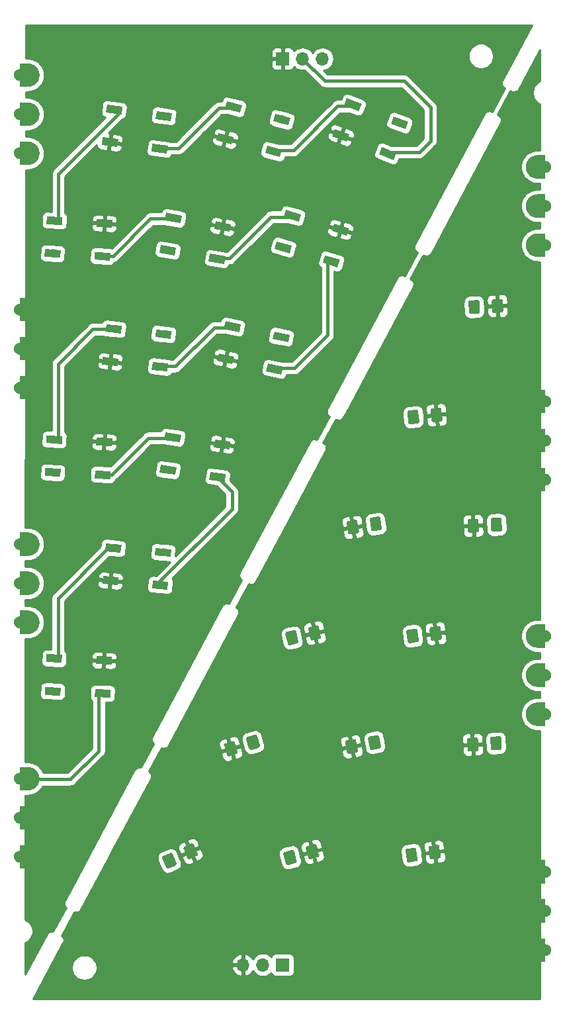
<source format=gbr>
G04 #@! TF.GenerationSoftware,KiCad,Pcbnew,5.1.4-e60b266~84~ubuntu18.04.1*
G04 #@! TF.CreationDate,2019-08-23T14:34:05+02:00*
G04 #@! TF.ProjectId,bcc1,62636331-2e6b-4696-9361-645f70636258,rev?*
G04 #@! TF.SameCoordinates,Original*
G04 #@! TF.FileFunction,Copper,L2,Bot*
G04 #@! TF.FilePolarity,Positive*
%FSLAX46Y46*%
G04 Gerber Fmt 4.6, Leading zero omitted, Abs format (unit mm)*
G04 Created by KiCad (PCBNEW 5.1.4-e60b266~84~ubuntu18.04.1) date 2019-08-23 14:34:05*
%MOMM*%
%LPD*%
G04 APERTURE LIST*
%ADD10C,1.524000*%
%ADD11C,0.150000*%
%ADD12R,1.700000X1.700000*%
%ADD13O,1.700000X1.700000*%
%ADD14C,1.000000*%
%ADD15C,1.425000*%
%ADD16C,0.800000*%
%ADD17C,0.450000*%
%ADD18C,0.254000*%
G04 APERTURE END LIST*
D10*
X117200000Y-138100000D03*
D11*
G36*
X117200000Y-137338918D02*
G01*
X117237390Y-137338918D01*
X117311809Y-137346247D01*
X117385151Y-137360836D01*
X117456710Y-137382543D01*
X117525797Y-137411160D01*
X117591746Y-137446411D01*
X117653923Y-137487956D01*
X117711728Y-137535395D01*
X117764605Y-137588272D01*
X117812044Y-137646077D01*
X117853589Y-137708254D01*
X117888840Y-137774203D01*
X117917457Y-137843290D01*
X117939164Y-137914849D01*
X117953753Y-137988191D01*
X117961082Y-138062610D01*
X117961082Y-138137390D01*
X117953753Y-138211809D01*
X117939164Y-138285151D01*
X117917457Y-138356710D01*
X117888840Y-138425797D01*
X117853589Y-138491746D01*
X117812044Y-138553923D01*
X117764605Y-138611728D01*
X117711728Y-138664605D01*
X117653923Y-138712044D01*
X117591746Y-138753589D01*
X117525797Y-138788840D01*
X117456710Y-138817457D01*
X117385151Y-138839164D01*
X117311809Y-138853753D01*
X117237390Y-138861082D01*
X117200000Y-138861082D01*
X117200000Y-139600000D01*
X116200000Y-139600000D01*
X116200000Y-139599105D01*
X116163367Y-139599105D01*
X116090180Y-139595526D01*
X116090168Y-139595526D01*
X116090152Y-139595524D01*
X116079724Y-139594941D01*
X116048532Y-139591443D01*
X116017243Y-139588374D01*
X115944787Y-139577674D01*
X115944768Y-139577672D01*
X115944749Y-139577668D01*
X115934405Y-139576067D01*
X115903681Y-139569536D01*
X115872889Y-139563439D01*
X115801796Y-139545715D01*
X115801786Y-139545713D01*
X115801774Y-139545709D01*
X115791648Y-139543109D01*
X115761745Y-139533624D01*
X115731639Y-139524534D01*
X115662620Y-139499957D01*
X115662607Y-139499953D01*
X115662592Y-139499947D01*
X115652769Y-139496372D01*
X115623899Y-139483999D01*
X115594862Y-139472030D01*
X115528568Y-139440834D01*
X115528560Y-139440831D01*
X115528551Y-139440826D01*
X115519116Y-139436306D01*
X115491582Y-139421169D01*
X115463862Y-139406430D01*
X115400931Y-139368916D01*
X115400919Y-139368909D01*
X115400905Y-139368900D01*
X115391964Y-139363485D01*
X115366047Y-139345739D01*
X115339888Y-139328358D01*
X115280909Y-139284875D01*
X115272524Y-139278602D01*
X115248463Y-139258412D01*
X115224134Y-139238570D01*
X115169679Y-139189540D01*
X115161946Y-139182478D01*
X115139966Y-139160034D01*
X115117681Y-139137903D01*
X115068272Y-139083794D01*
X115061265Y-139076011D01*
X115041597Y-139051549D01*
X115021566Y-139027335D01*
X114977673Y-138968663D01*
X114971459Y-138960234D01*
X114954261Y-138933952D01*
X114936696Y-138907911D01*
X114898738Y-138845234D01*
X114893376Y-138836239D01*
X114878811Y-138808378D01*
X114863891Y-138780784D01*
X114832230Y-138714704D01*
X114827771Y-138705228D01*
X114816007Y-138676113D01*
X114803835Y-138647156D01*
X114778773Y-138578300D01*
X114778768Y-138578289D01*
X114778761Y-138578266D01*
X114775260Y-138568435D01*
X114766391Y-138538302D01*
X114757102Y-138508291D01*
X114738887Y-138437346D01*
X114738881Y-138437326D01*
X114738876Y-138437303D01*
X114736346Y-138427157D01*
X114730463Y-138396314D01*
X114724148Y-138365548D01*
X114712942Y-138293160D01*
X114712938Y-138293142D01*
X114712936Y-138293121D01*
X114711408Y-138282776D01*
X114708564Y-138251521D01*
X114705279Y-138220269D01*
X114701188Y-138147109D01*
X114700676Y-138136650D01*
X114700895Y-138105237D01*
X114700676Y-138073823D01*
X114703744Y-138000635D01*
X114703744Y-138000618D01*
X114703746Y-138000599D01*
X114704257Y-137990154D01*
X114707534Y-137958976D01*
X114710386Y-137927645D01*
X114720584Y-137855084D01*
X114722114Y-137844724D01*
X114728423Y-137813990D01*
X114734314Y-137783107D01*
X114751537Y-137711919D01*
X114751542Y-137711893D01*
X114751550Y-137711865D01*
X114754078Y-137701725D01*
X114763360Y-137671740D01*
X114772231Y-137641600D01*
X114796328Y-137572400D01*
X114799841Y-137562535D01*
X114811998Y-137533613D01*
X114823778Y-137504457D01*
X114854508Y-137437952D01*
X114854516Y-137437932D01*
X114854528Y-137437908D01*
X114858972Y-137428465D01*
X114873896Y-137400864D01*
X114888465Y-137372997D01*
X114925545Y-137309796D01*
X114930908Y-137300801D01*
X114948449Y-137274795D01*
X114965663Y-137248490D01*
X115008733Y-137189209D01*
X115014948Y-137180780D01*
X115034960Y-137156589D01*
X115054642Y-137132110D01*
X115103290Y-137077315D01*
X115103301Y-137077301D01*
X115103321Y-137077281D01*
X115110297Y-137069532D01*
X115132573Y-137047411D01*
X115154570Y-137024949D01*
X115208322Y-136975176D01*
X115208329Y-136975168D01*
X115208338Y-136975161D01*
X115216067Y-136968103D01*
X115240405Y-136948253D01*
X115264461Y-136928069D01*
X115322819Y-136883773D01*
X115322825Y-136883768D01*
X115322833Y-136883763D01*
X115331212Y-136877493D01*
X115357396Y-136860096D01*
X115383285Y-136842370D01*
X115445680Y-136803984D01*
X115445692Y-136803976D01*
X115445707Y-136803968D01*
X115454653Y-136798550D01*
X115482351Y-136783823D01*
X115509903Y-136768676D01*
X115575762Y-136736554D01*
X115585206Y-136732029D01*
X115614252Y-136720057D01*
X115643119Y-136707685D01*
X115711798Y-136682144D01*
X115721639Y-136678562D01*
X115751725Y-136669479D01*
X115781634Y-136659991D01*
X115852462Y-136641277D01*
X115852484Y-136641270D01*
X115852511Y-136641264D01*
X115862620Y-136638668D01*
X115893414Y-136632570D01*
X115924157Y-136626036D01*
X115996477Y-136614323D01*
X115996487Y-136614321D01*
X115996498Y-136614320D01*
X116006839Y-136612719D01*
X116038090Y-136609655D01*
X116069305Y-136606154D01*
X116142435Y-136601553D01*
X116152891Y-136600968D01*
X116168609Y-136600968D01*
X116184300Y-136600091D01*
X116194772Y-136600018D01*
X116200000Y-136600018D01*
X116200000Y-136600000D01*
X117200000Y-136600000D01*
X117200000Y-137338918D01*
X117200000Y-137338918D01*
G37*
D10*
X117200000Y-133100000D03*
D11*
G36*
X117200000Y-132338918D02*
G01*
X117237390Y-132338918D01*
X117311809Y-132346247D01*
X117385151Y-132360836D01*
X117456710Y-132382543D01*
X117525797Y-132411160D01*
X117591746Y-132446411D01*
X117653923Y-132487956D01*
X117711728Y-132535395D01*
X117764605Y-132588272D01*
X117812044Y-132646077D01*
X117853589Y-132708254D01*
X117888840Y-132774203D01*
X117917457Y-132843290D01*
X117939164Y-132914849D01*
X117953753Y-132988191D01*
X117961082Y-133062610D01*
X117961082Y-133137390D01*
X117953753Y-133211809D01*
X117939164Y-133285151D01*
X117917457Y-133356710D01*
X117888840Y-133425797D01*
X117853589Y-133491746D01*
X117812044Y-133553923D01*
X117764605Y-133611728D01*
X117711728Y-133664605D01*
X117653923Y-133712044D01*
X117591746Y-133753589D01*
X117525797Y-133788840D01*
X117456710Y-133817457D01*
X117385151Y-133839164D01*
X117311809Y-133853753D01*
X117237390Y-133861082D01*
X117200000Y-133861082D01*
X117200000Y-134600000D01*
X116200000Y-134600000D01*
X116200000Y-134599105D01*
X116163367Y-134599105D01*
X116090180Y-134595526D01*
X116090168Y-134595526D01*
X116090152Y-134595524D01*
X116079724Y-134594941D01*
X116048532Y-134591443D01*
X116017243Y-134588374D01*
X115944787Y-134577674D01*
X115944768Y-134577672D01*
X115944749Y-134577668D01*
X115934405Y-134576067D01*
X115903681Y-134569536D01*
X115872889Y-134563439D01*
X115801796Y-134545715D01*
X115801786Y-134545713D01*
X115801774Y-134545709D01*
X115791648Y-134543109D01*
X115761745Y-134533624D01*
X115731639Y-134524534D01*
X115662620Y-134499957D01*
X115662607Y-134499953D01*
X115662592Y-134499947D01*
X115652769Y-134496372D01*
X115623899Y-134483999D01*
X115594862Y-134472030D01*
X115528568Y-134440834D01*
X115528560Y-134440831D01*
X115528551Y-134440826D01*
X115519116Y-134436306D01*
X115491582Y-134421169D01*
X115463862Y-134406430D01*
X115400931Y-134368916D01*
X115400919Y-134368909D01*
X115400905Y-134368900D01*
X115391964Y-134363485D01*
X115366047Y-134345739D01*
X115339888Y-134328358D01*
X115280909Y-134284875D01*
X115272524Y-134278602D01*
X115248463Y-134258412D01*
X115224134Y-134238570D01*
X115169679Y-134189540D01*
X115161946Y-134182478D01*
X115139966Y-134160034D01*
X115117681Y-134137903D01*
X115068272Y-134083794D01*
X115061265Y-134076011D01*
X115041597Y-134051549D01*
X115021566Y-134027335D01*
X114977673Y-133968663D01*
X114971459Y-133960234D01*
X114954261Y-133933952D01*
X114936696Y-133907911D01*
X114898738Y-133845234D01*
X114893376Y-133836239D01*
X114878811Y-133808378D01*
X114863891Y-133780784D01*
X114832230Y-133714704D01*
X114827771Y-133705228D01*
X114816007Y-133676113D01*
X114803835Y-133647156D01*
X114778773Y-133578300D01*
X114778768Y-133578289D01*
X114778761Y-133578266D01*
X114775260Y-133568435D01*
X114766391Y-133538302D01*
X114757102Y-133508291D01*
X114738887Y-133437346D01*
X114738881Y-133437326D01*
X114738876Y-133437303D01*
X114736346Y-133427157D01*
X114730463Y-133396314D01*
X114724148Y-133365548D01*
X114712942Y-133293160D01*
X114712938Y-133293142D01*
X114712936Y-133293121D01*
X114711408Y-133282776D01*
X114708564Y-133251521D01*
X114705279Y-133220269D01*
X114701188Y-133147109D01*
X114700676Y-133136650D01*
X114700895Y-133105237D01*
X114700676Y-133073823D01*
X114703744Y-133000635D01*
X114703744Y-133000618D01*
X114703746Y-133000599D01*
X114704257Y-132990154D01*
X114707534Y-132958976D01*
X114710386Y-132927645D01*
X114720584Y-132855084D01*
X114722114Y-132844724D01*
X114728423Y-132813990D01*
X114734314Y-132783107D01*
X114751537Y-132711919D01*
X114751542Y-132711893D01*
X114751550Y-132711865D01*
X114754078Y-132701725D01*
X114763360Y-132671740D01*
X114772231Y-132641600D01*
X114796328Y-132572400D01*
X114799841Y-132562535D01*
X114811998Y-132533613D01*
X114823778Y-132504457D01*
X114854508Y-132437952D01*
X114854516Y-132437932D01*
X114854528Y-132437908D01*
X114858972Y-132428465D01*
X114873896Y-132400864D01*
X114888465Y-132372997D01*
X114925545Y-132309796D01*
X114930908Y-132300801D01*
X114948449Y-132274795D01*
X114965663Y-132248490D01*
X115008733Y-132189209D01*
X115014948Y-132180780D01*
X115034960Y-132156589D01*
X115054642Y-132132110D01*
X115103290Y-132077315D01*
X115103301Y-132077301D01*
X115103321Y-132077281D01*
X115110297Y-132069532D01*
X115132573Y-132047411D01*
X115154570Y-132024949D01*
X115208322Y-131975176D01*
X115208329Y-131975168D01*
X115208338Y-131975161D01*
X115216067Y-131968103D01*
X115240405Y-131948253D01*
X115264461Y-131928069D01*
X115322819Y-131883773D01*
X115322825Y-131883768D01*
X115322833Y-131883763D01*
X115331212Y-131877493D01*
X115357396Y-131860096D01*
X115383285Y-131842370D01*
X115445680Y-131803984D01*
X115445692Y-131803976D01*
X115445707Y-131803968D01*
X115454653Y-131798550D01*
X115482351Y-131783823D01*
X115509903Y-131768676D01*
X115575762Y-131736554D01*
X115585206Y-131732029D01*
X115614252Y-131720057D01*
X115643119Y-131707685D01*
X115711798Y-131682144D01*
X115721639Y-131678562D01*
X115751725Y-131669479D01*
X115781634Y-131659991D01*
X115852462Y-131641277D01*
X115852484Y-131641270D01*
X115852511Y-131641264D01*
X115862620Y-131638668D01*
X115893414Y-131632570D01*
X115924157Y-131626036D01*
X115996477Y-131614323D01*
X115996487Y-131614321D01*
X115996498Y-131614320D01*
X116006839Y-131612719D01*
X116038090Y-131609655D01*
X116069305Y-131606154D01*
X116142435Y-131601553D01*
X116152891Y-131600968D01*
X116168609Y-131600968D01*
X116184300Y-131600091D01*
X116194772Y-131600018D01*
X116200000Y-131600018D01*
X116200000Y-131600000D01*
X117200000Y-131600000D01*
X117200000Y-132338918D01*
X117200000Y-132338918D01*
G37*
D10*
X117200000Y-143100000D03*
D11*
G36*
X117200000Y-142338918D02*
G01*
X117237390Y-142338918D01*
X117311809Y-142346247D01*
X117385151Y-142360836D01*
X117456710Y-142382543D01*
X117525797Y-142411160D01*
X117591746Y-142446411D01*
X117653923Y-142487956D01*
X117711728Y-142535395D01*
X117764605Y-142588272D01*
X117812044Y-142646077D01*
X117853589Y-142708254D01*
X117888840Y-142774203D01*
X117917457Y-142843290D01*
X117939164Y-142914849D01*
X117953753Y-142988191D01*
X117961082Y-143062610D01*
X117961082Y-143137390D01*
X117953753Y-143211809D01*
X117939164Y-143285151D01*
X117917457Y-143356710D01*
X117888840Y-143425797D01*
X117853589Y-143491746D01*
X117812044Y-143553923D01*
X117764605Y-143611728D01*
X117711728Y-143664605D01*
X117653923Y-143712044D01*
X117591746Y-143753589D01*
X117525797Y-143788840D01*
X117456710Y-143817457D01*
X117385151Y-143839164D01*
X117311809Y-143853753D01*
X117237390Y-143861082D01*
X117200000Y-143861082D01*
X117200000Y-144600000D01*
X116200000Y-144600000D01*
X116200000Y-144599105D01*
X116163367Y-144599105D01*
X116090180Y-144595526D01*
X116090168Y-144595526D01*
X116090152Y-144595524D01*
X116079724Y-144594941D01*
X116048532Y-144591443D01*
X116017243Y-144588374D01*
X115944787Y-144577674D01*
X115944768Y-144577672D01*
X115944749Y-144577668D01*
X115934405Y-144576067D01*
X115903681Y-144569536D01*
X115872889Y-144563439D01*
X115801796Y-144545715D01*
X115801786Y-144545713D01*
X115801774Y-144545709D01*
X115791648Y-144543109D01*
X115761745Y-144533624D01*
X115731639Y-144524534D01*
X115662620Y-144499957D01*
X115662607Y-144499953D01*
X115662592Y-144499947D01*
X115652769Y-144496372D01*
X115623899Y-144483999D01*
X115594862Y-144472030D01*
X115528568Y-144440834D01*
X115528560Y-144440831D01*
X115528551Y-144440826D01*
X115519116Y-144436306D01*
X115491582Y-144421169D01*
X115463862Y-144406430D01*
X115400931Y-144368916D01*
X115400919Y-144368909D01*
X115400905Y-144368900D01*
X115391964Y-144363485D01*
X115366047Y-144345739D01*
X115339888Y-144328358D01*
X115280909Y-144284875D01*
X115272524Y-144278602D01*
X115248463Y-144258412D01*
X115224134Y-144238570D01*
X115169679Y-144189540D01*
X115161946Y-144182478D01*
X115139966Y-144160034D01*
X115117681Y-144137903D01*
X115068272Y-144083794D01*
X115061265Y-144076011D01*
X115041597Y-144051549D01*
X115021566Y-144027335D01*
X114977673Y-143968663D01*
X114971459Y-143960234D01*
X114954261Y-143933952D01*
X114936696Y-143907911D01*
X114898738Y-143845234D01*
X114893376Y-143836239D01*
X114878811Y-143808378D01*
X114863891Y-143780784D01*
X114832230Y-143714704D01*
X114827771Y-143705228D01*
X114816007Y-143676113D01*
X114803835Y-143647156D01*
X114778773Y-143578300D01*
X114778768Y-143578289D01*
X114778761Y-143578266D01*
X114775260Y-143568435D01*
X114766391Y-143538302D01*
X114757102Y-143508291D01*
X114738887Y-143437346D01*
X114738881Y-143437326D01*
X114738876Y-143437303D01*
X114736346Y-143427157D01*
X114730463Y-143396314D01*
X114724148Y-143365548D01*
X114712942Y-143293160D01*
X114712938Y-143293142D01*
X114712936Y-143293121D01*
X114711408Y-143282776D01*
X114708564Y-143251521D01*
X114705279Y-143220269D01*
X114701188Y-143147109D01*
X114700676Y-143136650D01*
X114700895Y-143105237D01*
X114700676Y-143073823D01*
X114703744Y-143000635D01*
X114703744Y-143000618D01*
X114703746Y-143000599D01*
X114704257Y-142990154D01*
X114707534Y-142958976D01*
X114710386Y-142927645D01*
X114720584Y-142855084D01*
X114722114Y-142844724D01*
X114728423Y-142813990D01*
X114734314Y-142783107D01*
X114751537Y-142711919D01*
X114751542Y-142711893D01*
X114751550Y-142711865D01*
X114754078Y-142701725D01*
X114763360Y-142671740D01*
X114772231Y-142641600D01*
X114796328Y-142572400D01*
X114799841Y-142562535D01*
X114811998Y-142533613D01*
X114823778Y-142504457D01*
X114854508Y-142437952D01*
X114854516Y-142437932D01*
X114854528Y-142437908D01*
X114858972Y-142428465D01*
X114873896Y-142400864D01*
X114888465Y-142372997D01*
X114925545Y-142309796D01*
X114930908Y-142300801D01*
X114948449Y-142274795D01*
X114965663Y-142248490D01*
X115008733Y-142189209D01*
X115014948Y-142180780D01*
X115034960Y-142156589D01*
X115054642Y-142132110D01*
X115103290Y-142077315D01*
X115103301Y-142077301D01*
X115103321Y-142077281D01*
X115110297Y-142069532D01*
X115132573Y-142047411D01*
X115154570Y-142024949D01*
X115208322Y-141975176D01*
X115208329Y-141975168D01*
X115208338Y-141975161D01*
X115216067Y-141968103D01*
X115240405Y-141948253D01*
X115264461Y-141928069D01*
X115322819Y-141883773D01*
X115322825Y-141883768D01*
X115322833Y-141883763D01*
X115331212Y-141877493D01*
X115357396Y-141860096D01*
X115383285Y-141842370D01*
X115445680Y-141803984D01*
X115445692Y-141803976D01*
X115445707Y-141803968D01*
X115454653Y-141798550D01*
X115482351Y-141783823D01*
X115509903Y-141768676D01*
X115575762Y-141736554D01*
X115585206Y-141732029D01*
X115614252Y-141720057D01*
X115643119Y-141707685D01*
X115711798Y-141682144D01*
X115721639Y-141678562D01*
X115751725Y-141669479D01*
X115781634Y-141659991D01*
X115852462Y-141641277D01*
X115852484Y-141641270D01*
X115852511Y-141641264D01*
X115862620Y-141638668D01*
X115893414Y-141632570D01*
X115924157Y-141626036D01*
X115996477Y-141614323D01*
X115996487Y-141614321D01*
X115996498Y-141614320D01*
X116006839Y-141612719D01*
X116038090Y-141609655D01*
X116069305Y-141606154D01*
X116142435Y-141601553D01*
X116152891Y-141600968D01*
X116168609Y-141600968D01*
X116184300Y-141600091D01*
X116194772Y-141600018D01*
X116200000Y-141600018D01*
X116200000Y-141600000D01*
X117200000Y-141600000D01*
X117200000Y-142338918D01*
X117200000Y-142338918D01*
G37*
D10*
X49997517Y-36178915D03*
D11*
G36*
X49997517Y-36939997D02*
G01*
X49960127Y-36939997D01*
X49885708Y-36932668D01*
X49812366Y-36918079D01*
X49740807Y-36896372D01*
X49671720Y-36867755D01*
X49605771Y-36832504D01*
X49543594Y-36790959D01*
X49485789Y-36743520D01*
X49432912Y-36690643D01*
X49385473Y-36632838D01*
X49343928Y-36570661D01*
X49308677Y-36504712D01*
X49280060Y-36435625D01*
X49258353Y-36364066D01*
X49243764Y-36290724D01*
X49236435Y-36216305D01*
X49236435Y-36141525D01*
X49243764Y-36067106D01*
X49258353Y-35993764D01*
X49280060Y-35922205D01*
X49308677Y-35853118D01*
X49343928Y-35787169D01*
X49385473Y-35724992D01*
X49432912Y-35667187D01*
X49485789Y-35614310D01*
X49543594Y-35566871D01*
X49605771Y-35525326D01*
X49671720Y-35490075D01*
X49740807Y-35461458D01*
X49812366Y-35439751D01*
X49885708Y-35425162D01*
X49960127Y-35417833D01*
X49997517Y-35417833D01*
X49997517Y-34678915D01*
X50997517Y-34678915D01*
X50997517Y-34679810D01*
X51034150Y-34679810D01*
X51107337Y-34683389D01*
X51107349Y-34683389D01*
X51107365Y-34683391D01*
X51117793Y-34683974D01*
X51148985Y-34687472D01*
X51180274Y-34690541D01*
X51252730Y-34701241D01*
X51252749Y-34701243D01*
X51252768Y-34701247D01*
X51263112Y-34702848D01*
X51293836Y-34709379D01*
X51324628Y-34715476D01*
X51395721Y-34733200D01*
X51395731Y-34733202D01*
X51395743Y-34733206D01*
X51405869Y-34735806D01*
X51435772Y-34745291D01*
X51465878Y-34754381D01*
X51534897Y-34778958D01*
X51534910Y-34778962D01*
X51534925Y-34778968D01*
X51544748Y-34782543D01*
X51573618Y-34794916D01*
X51602655Y-34806885D01*
X51668949Y-34838081D01*
X51668957Y-34838084D01*
X51668966Y-34838089D01*
X51678401Y-34842609D01*
X51705935Y-34857746D01*
X51733655Y-34872485D01*
X51796586Y-34909999D01*
X51796598Y-34910006D01*
X51796612Y-34910015D01*
X51805553Y-34915430D01*
X51831470Y-34933176D01*
X51857629Y-34950557D01*
X51916608Y-34994040D01*
X51924993Y-35000313D01*
X51949054Y-35020503D01*
X51973383Y-35040345D01*
X52027838Y-35089375D01*
X52035571Y-35096437D01*
X52057551Y-35118881D01*
X52079836Y-35141012D01*
X52129245Y-35195121D01*
X52136252Y-35202904D01*
X52155920Y-35227366D01*
X52175951Y-35251580D01*
X52219844Y-35310252D01*
X52226058Y-35318681D01*
X52243256Y-35344963D01*
X52260821Y-35371004D01*
X52298779Y-35433681D01*
X52304141Y-35442676D01*
X52318706Y-35470537D01*
X52333626Y-35498131D01*
X52365287Y-35564211D01*
X52369746Y-35573687D01*
X52381510Y-35602802D01*
X52393682Y-35631759D01*
X52418744Y-35700615D01*
X52418749Y-35700626D01*
X52418756Y-35700649D01*
X52422257Y-35710480D01*
X52431126Y-35740613D01*
X52440415Y-35770624D01*
X52458630Y-35841569D01*
X52458636Y-35841589D01*
X52458641Y-35841612D01*
X52461171Y-35851758D01*
X52467054Y-35882601D01*
X52473369Y-35913367D01*
X52484575Y-35985755D01*
X52484579Y-35985773D01*
X52484581Y-35985794D01*
X52486109Y-35996139D01*
X52488953Y-36027394D01*
X52492238Y-36058646D01*
X52496329Y-36131806D01*
X52496841Y-36142265D01*
X52496622Y-36173678D01*
X52496841Y-36205092D01*
X52493773Y-36278280D01*
X52493773Y-36278297D01*
X52493771Y-36278316D01*
X52493260Y-36288761D01*
X52489983Y-36319939D01*
X52487131Y-36351270D01*
X52476933Y-36423831D01*
X52475403Y-36434191D01*
X52469094Y-36464925D01*
X52463203Y-36495808D01*
X52445980Y-36566996D01*
X52445975Y-36567022D01*
X52445967Y-36567050D01*
X52443439Y-36577190D01*
X52434157Y-36607175D01*
X52425286Y-36637315D01*
X52401189Y-36706515D01*
X52397676Y-36716380D01*
X52385519Y-36745302D01*
X52373739Y-36774458D01*
X52343009Y-36840963D01*
X52343001Y-36840983D01*
X52342989Y-36841007D01*
X52338545Y-36850450D01*
X52323621Y-36878051D01*
X52309052Y-36905918D01*
X52271972Y-36969119D01*
X52266609Y-36978114D01*
X52249068Y-37004120D01*
X52231854Y-37030425D01*
X52188784Y-37089706D01*
X52182569Y-37098135D01*
X52162557Y-37122326D01*
X52142875Y-37146805D01*
X52094227Y-37201600D01*
X52094216Y-37201614D01*
X52094196Y-37201634D01*
X52087220Y-37209383D01*
X52064944Y-37231504D01*
X52042947Y-37253966D01*
X51989195Y-37303739D01*
X51989188Y-37303747D01*
X51989179Y-37303754D01*
X51981450Y-37310812D01*
X51957112Y-37330662D01*
X51933056Y-37350846D01*
X51874698Y-37395142D01*
X51874692Y-37395147D01*
X51874684Y-37395152D01*
X51866305Y-37401422D01*
X51840121Y-37418819D01*
X51814232Y-37436545D01*
X51751837Y-37474931D01*
X51751825Y-37474939D01*
X51751810Y-37474947D01*
X51742864Y-37480365D01*
X51715166Y-37495092D01*
X51687614Y-37510239D01*
X51621755Y-37542361D01*
X51612311Y-37546886D01*
X51583265Y-37558858D01*
X51554398Y-37571230D01*
X51485719Y-37596771D01*
X51475878Y-37600353D01*
X51445792Y-37609436D01*
X51415883Y-37618924D01*
X51345055Y-37637638D01*
X51345033Y-37637645D01*
X51345006Y-37637651D01*
X51334897Y-37640247D01*
X51304103Y-37646345D01*
X51273360Y-37652879D01*
X51201040Y-37664592D01*
X51201030Y-37664594D01*
X51201019Y-37664595D01*
X51190678Y-37666196D01*
X51159427Y-37669260D01*
X51128212Y-37672761D01*
X51055082Y-37677362D01*
X51044626Y-37677947D01*
X51028908Y-37677947D01*
X51013217Y-37678824D01*
X51002745Y-37678897D01*
X50997517Y-37678897D01*
X50997517Y-37678915D01*
X49997517Y-37678915D01*
X49997517Y-36939997D01*
X49997517Y-36939997D01*
G37*
D10*
X49997517Y-41178915D03*
D11*
G36*
X49997517Y-41939997D02*
G01*
X49960127Y-41939997D01*
X49885708Y-41932668D01*
X49812366Y-41918079D01*
X49740807Y-41896372D01*
X49671720Y-41867755D01*
X49605771Y-41832504D01*
X49543594Y-41790959D01*
X49485789Y-41743520D01*
X49432912Y-41690643D01*
X49385473Y-41632838D01*
X49343928Y-41570661D01*
X49308677Y-41504712D01*
X49280060Y-41435625D01*
X49258353Y-41364066D01*
X49243764Y-41290724D01*
X49236435Y-41216305D01*
X49236435Y-41141525D01*
X49243764Y-41067106D01*
X49258353Y-40993764D01*
X49280060Y-40922205D01*
X49308677Y-40853118D01*
X49343928Y-40787169D01*
X49385473Y-40724992D01*
X49432912Y-40667187D01*
X49485789Y-40614310D01*
X49543594Y-40566871D01*
X49605771Y-40525326D01*
X49671720Y-40490075D01*
X49740807Y-40461458D01*
X49812366Y-40439751D01*
X49885708Y-40425162D01*
X49960127Y-40417833D01*
X49997517Y-40417833D01*
X49997517Y-39678915D01*
X50997517Y-39678915D01*
X50997517Y-39679810D01*
X51034150Y-39679810D01*
X51107337Y-39683389D01*
X51107349Y-39683389D01*
X51107365Y-39683391D01*
X51117793Y-39683974D01*
X51148985Y-39687472D01*
X51180274Y-39690541D01*
X51252730Y-39701241D01*
X51252749Y-39701243D01*
X51252768Y-39701247D01*
X51263112Y-39702848D01*
X51293836Y-39709379D01*
X51324628Y-39715476D01*
X51395721Y-39733200D01*
X51395731Y-39733202D01*
X51395743Y-39733206D01*
X51405869Y-39735806D01*
X51435772Y-39745291D01*
X51465878Y-39754381D01*
X51534897Y-39778958D01*
X51534910Y-39778962D01*
X51534925Y-39778968D01*
X51544748Y-39782543D01*
X51573618Y-39794916D01*
X51602655Y-39806885D01*
X51668949Y-39838081D01*
X51668957Y-39838084D01*
X51668966Y-39838089D01*
X51678401Y-39842609D01*
X51705935Y-39857746D01*
X51733655Y-39872485D01*
X51796586Y-39909999D01*
X51796598Y-39910006D01*
X51796612Y-39910015D01*
X51805553Y-39915430D01*
X51831470Y-39933176D01*
X51857629Y-39950557D01*
X51916608Y-39994040D01*
X51924993Y-40000313D01*
X51949054Y-40020503D01*
X51973383Y-40040345D01*
X52027838Y-40089375D01*
X52035571Y-40096437D01*
X52057551Y-40118881D01*
X52079836Y-40141012D01*
X52129245Y-40195121D01*
X52136252Y-40202904D01*
X52155920Y-40227366D01*
X52175951Y-40251580D01*
X52219844Y-40310252D01*
X52226058Y-40318681D01*
X52243256Y-40344963D01*
X52260821Y-40371004D01*
X52298779Y-40433681D01*
X52304141Y-40442676D01*
X52318706Y-40470537D01*
X52333626Y-40498131D01*
X52365287Y-40564211D01*
X52369746Y-40573687D01*
X52381510Y-40602802D01*
X52393682Y-40631759D01*
X52418744Y-40700615D01*
X52418749Y-40700626D01*
X52418756Y-40700649D01*
X52422257Y-40710480D01*
X52431126Y-40740613D01*
X52440415Y-40770624D01*
X52458630Y-40841569D01*
X52458636Y-40841589D01*
X52458641Y-40841612D01*
X52461171Y-40851758D01*
X52467054Y-40882601D01*
X52473369Y-40913367D01*
X52484575Y-40985755D01*
X52484579Y-40985773D01*
X52484581Y-40985794D01*
X52486109Y-40996139D01*
X52488953Y-41027394D01*
X52492238Y-41058646D01*
X52496329Y-41131806D01*
X52496841Y-41142265D01*
X52496622Y-41173678D01*
X52496841Y-41205092D01*
X52493773Y-41278280D01*
X52493773Y-41278297D01*
X52493771Y-41278316D01*
X52493260Y-41288761D01*
X52489983Y-41319939D01*
X52487131Y-41351270D01*
X52476933Y-41423831D01*
X52475403Y-41434191D01*
X52469094Y-41464925D01*
X52463203Y-41495808D01*
X52445980Y-41566996D01*
X52445975Y-41567022D01*
X52445967Y-41567050D01*
X52443439Y-41577190D01*
X52434157Y-41607175D01*
X52425286Y-41637315D01*
X52401189Y-41706515D01*
X52397676Y-41716380D01*
X52385519Y-41745302D01*
X52373739Y-41774458D01*
X52343009Y-41840963D01*
X52343001Y-41840983D01*
X52342989Y-41841007D01*
X52338545Y-41850450D01*
X52323621Y-41878051D01*
X52309052Y-41905918D01*
X52271972Y-41969119D01*
X52266609Y-41978114D01*
X52249068Y-42004120D01*
X52231854Y-42030425D01*
X52188784Y-42089706D01*
X52182569Y-42098135D01*
X52162557Y-42122326D01*
X52142875Y-42146805D01*
X52094227Y-42201600D01*
X52094216Y-42201614D01*
X52094196Y-42201634D01*
X52087220Y-42209383D01*
X52064944Y-42231504D01*
X52042947Y-42253966D01*
X51989195Y-42303739D01*
X51989188Y-42303747D01*
X51989179Y-42303754D01*
X51981450Y-42310812D01*
X51957112Y-42330662D01*
X51933056Y-42350846D01*
X51874698Y-42395142D01*
X51874692Y-42395147D01*
X51874684Y-42395152D01*
X51866305Y-42401422D01*
X51840121Y-42418819D01*
X51814232Y-42436545D01*
X51751837Y-42474931D01*
X51751825Y-42474939D01*
X51751810Y-42474947D01*
X51742864Y-42480365D01*
X51715166Y-42495092D01*
X51687614Y-42510239D01*
X51621755Y-42542361D01*
X51612311Y-42546886D01*
X51583265Y-42558858D01*
X51554398Y-42571230D01*
X51485719Y-42596771D01*
X51475878Y-42600353D01*
X51445792Y-42609436D01*
X51415883Y-42618924D01*
X51345055Y-42637638D01*
X51345033Y-42637645D01*
X51345006Y-42637651D01*
X51334897Y-42640247D01*
X51304103Y-42646345D01*
X51273360Y-42652879D01*
X51201040Y-42664592D01*
X51201030Y-42664594D01*
X51201019Y-42664595D01*
X51190678Y-42666196D01*
X51159427Y-42669260D01*
X51128212Y-42672761D01*
X51055082Y-42677362D01*
X51044626Y-42677947D01*
X51028908Y-42677947D01*
X51013217Y-42678824D01*
X51002745Y-42678897D01*
X50997517Y-42678897D01*
X50997517Y-42678915D01*
X49997517Y-42678915D01*
X49997517Y-41939997D01*
X49997517Y-41939997D01*
G37*
D10*
X49997517Y-31178915D03*
D11*
G36*
X49997517Y-31939997D02*
G01*
X49960127Y-31939997D01*
X49885708Y-31932668D01*
X49812366Y-31918079D01*
X49740807Y-31896372D01*
X49671720Y-31867755D01*
X49605771Y-31832504D01*
X49543594Y-31790959D01*
X49485789Y-31743520D01*
X49432912Y-31690643D01*
X49385473Y-31632838D01*
X49343928Y-31570661D01*
X49308677Y-31504712D01*
X49280060Y-31435625D01*
X49258353Y-31364066D01*
X49243764Y-31290724D01*
X49236435Y-31216305D01*
X49236435Y-31141525D01*
X49243764Y-31067106D01*
X49258353Y-30993764D01*
X49280060Y-30922205D01*
X49308677Y-30853118D01*
X49343928Y-30787169D01*
X49385473Y-30724992D01*
X49432912Y-30667187D01*
X49485789Y-30614310D01*
X49543594Y-30566871D01*
X49605771Y-30525326D01*
X49671720Y-30490075D01*
X49740807Y-30461458D01*
X49812366Y-30439751D01*
X49885708Y-30425162D01*
X49960127Y-30417833D01*
X49997517Y-30417833D01*
X49997517Y-29678915D01*
X50997517Y-29678915D01*
X50997517Y-29679810D01*
X51034150Y-29679810D01*
X51107337Y-29683389D01*
X51107349Y-29683389D01*
X51107365Y-29683391D01*
X51117793Y-29683974D01*
X51148985Y-29687472D01*
X51180274Y-29690541D01*
X51252730Y-29701241D01*
X51252749Y-29701243D01*
X51252768Y-29701247D01*
X51263112Y-29702848D01*
X51293836Y-29709379D01*
X51324628Y-29715476D01*
X51395721Y-29733200D01*
X51395731Y-29733202D01*
X51395743Y-29733206D01*
X51405869Y-29735806D01*
X51435772Y-29745291D01*
X51465878Y-29754381D01*
X51534897Y-29778958D01*
X51534910Y-29778962D01*
X51534925Y-29778968D01*
X51544748Y-29782543D01*
X51573618Y-29794916D01*
X51602655Y-29806885D01*
X51668949Y-29838081D01*
X51668957Y-29838084D01*
X51668966Y-29838089D01*
X51678401Y-29842609D01*
X51705935Y-29857746D01*
X51733655Y-29872485D01*
X51796586Y-29909999D01*
X51796598Y-29910006D01*
X51796612Y-29910015D01*
X51805553Y-29915430D01*
X51831470Y-29933176D01*
X51857629Y-29950557D01*
X51916608Y-29994040D01*
X51924993Y-30000313D01*
X51949054Y-30020503D01*
X51973383Y-30040345D01*
X52027838Y-30089375D01*
X52035571Y-30096437D01*
X52057551Y-30118881D01*
X52079836Y-30141012D01*
X52129245Y-30195121D01*
X52136252Y-30202904D01*
X52155920Y-30227366D01*
X52175951Y-30251580D01*
X52219844Y-30310252D01*
X52226058Y-30318681D01*
X52243256Y-30344963D01*
X52260821Y-30371004D01*
X52298779Y-30433681D01*
X52304141Y-30442676D01*
X52318706Y-30470537D01*
X52333626Y-30498131D01*
X52365287Y-30564211D01*
X52369746Y-30573687D01*
X52381510Y-30602802D01*
X52393682Y-30631759D01*
X52418744Y-30700615D01*
X52418749Y-30700626D01*
X52418756Y-30700649D01*
X52422257Y-30710480D01*
X52431126Y-30740613D01*
X52440415Y-30770624D01*
X52458630Y-30841569D01*
X52458636Y-30841589D01*
X52458641Y-30841612D01*
X52461171Y-30851758D01*
X52467054Y-30882601D01*
X52473369Y-30913367D01*
X52484575Y-30985755D01*
X52484579Y-30985773D01*
X52484581Y-30985794D01*
X52486109Y-30996139D01*
X52488953Y-31027394D01*
X52492238Y-31058646D01*
X52496329Y-31131806D01*
X52496841Y-31142265D01*
X52496622Y-31173678D01*
X52496841Y-31205092D01*
X52493773Y-31278280D01*
X52493773Y-31278297D01*
X52493771Y-31278316D01*
X52493260Y-31288761D01*
X52489983Y-31319939D01*
X52487131Y-31351270D01*
X52476933Y-31423831D01*
X52475403Y-31434191D01*
X52469094Y-31464925D01*
X52463203Y-31495808D01*
X52445980Y-31566996D01*
X52445975Y-31567022D01*
X52445967Y-31567050D01*
X52443439Y-31577190D01*
X52434157Y-31607175D01*
X52425286Y-31637315D01*
X52401189Y-31706515D01*
X52397676Y-31716380D01*
X52385519Y-31745302D01*
X52373739Y-31774458D01*
X52343009Y-31840963D01*
X52343001Y-31840983D01*
X52342989Y-31841007D01*
X52338545Y-31850450D01*
X52323621Y-31878051D01*
X52309052Y-31905918D01*
X52271972Y-31969119D01*
X52266609Y-31978114D01*
X52249068Y-32004120D01*
X52231854Y-32030425D01*
X52188784Y-32089706D01*
X52182569Y-32098135D01*
X52162557Y-32122326D01*
X52142875Y-32146805D01*
X52094227Y-32201600D01*
X52094216Y-32201614D01*
X52094196Y-32201634D01*
X52087220Y-32209383D01*
X52064944Y-32231504D01*
X52042947Y-32253966D01*
X51989195Y-32303739D01*
X51989188Y-32303747D01*
X51989179Y-32303754D01*
X51981450Y-32310812D01*
X51957112Y-32330662D01*
X51933056Y-32350846D01*
X51874698Y-32395142D01*
X51874692Y-32395147D01*
X51874684Y-32395152D01*
X51866305Y-32401422D01*
X51840121Y-32418819D01*
X51814232Y-32436545D01*
X51751837Y-32474931D01*
X51751825Y-32474939D01*
X51751810Y-32474947D01*
X51742864Y-32480365D01*
X51715166Y-32495092D01*
X51687614Y-32510239D01*
X51621755Y-32542361D01*
X51612311Y-32546886D01*
X51583265Y-32558858D01*
X51554398Y-32571230D01*
X51485719Y-32596771D01*
X51475878Y-32600353D01*
X51445792Y-32609436D01*
X51415883Y-32618924D01*
X51345055Y-32637638D01*
X51345033Y-32637645D01*
X51345006Y-32637651D01*
X51334897Y-32640247D01*
X51304103Y-32646345D01*
X51273360Y-32652879D01*
X51201040Y-32664592D01*
X51201030Y-32664594D01*
X51201019Y-32664595D01*
X51190678Y-32666196D01*
X51159427Y-32669260D01*
X51128212Y-32672761D01*
X51055082Y-32677362D01*
X51044626Y-32677947D01*
X51028908Y-32677947D01*
X51013217Y-32678824D01*
X51002745Y-32678897D01*
X50997517Y-32678897D01*
X50997517Y-32678915D01*
X49997517Y-32678915D01*
X49997517Y-31939997D01*
X49997517Y-31939997D01*
G37*
D10*
X49997517Y-66178915D03*
D11*
G36*
X49997517Y-66939997D02*
G01*
X49960127Y-66939997D01*
X49885708Y-66932668D01*
X49812366Y-66918079D01*
X49740807Y-66896372D01*
X49671720Y-66867755D01*
X49605771Y-66832504D01*
X49543594Y-66790959D01*
X49485789Y-66743520D01*
X49432912Y-66690643D01*
X49385473Y-66632838D01*
X49343928Y-66570661D01*
X49308677Y-66504712D01*
X49280060Y-66435625D01*
X49258353Y-66364066D01*
X49243764Y-66290724D01*
X49236435Y-66216305D01*
X49236435Y-66141525D01*
X49243764Y-66067106D01*
X49258353Y-65993764D01*
X49280060Y-65922205D01*
X49308677Y-65853118D01*
X49343928Y-65787169D01*
X49385473Y-65724992D01*
X49432912Y-65667187D01*
X49485789Y-65614310D01*
X49543594Y-65566871D01*
X49605771Y-65525326D01*
X49671720Y-65490075D01*
X49740807Y-65461458D01*
X49812366Y-65439751D01*
X49885708Y-65425162D01*
X49960127Y-65417833D01*
X49997517Y-65417833D01*
X49997517Y-64678915D01*
X50997517Y-64678915D01*
X50997517Y-64679810D01*
X51034150Y-64679810D01*
X51107337Y-64683389D01*
X51107349Y-64683389D01*
X51107365Y-64683391D01*
X51117793Y-64683974D01*
X51148985Y-64687472D01*
X51180274Y-64690541D01*
X51252730Y-64701241D01*
X51252749Y-64701243D01*
X51252768Y-64701247D01*
X51263112Y-64702848D01*
X51293836Y-64709379D01*
X51324628Y-64715476D01*
X51395721Y-64733200D01*
X51395731Y-64733202D01*
X51395743Y-64733206D01*
X51405869Y-64735806D01*
X51435772Y-64745291D01*
X51465878Y-64754381D01*
X51534897Y-64778958D01*
X51534910Y-64778962D01*
X51534925Y-64778968D01*
X51544748Y-64782543D01*
X51573618Y-64794916D01*
X51602655Y-64806885D01*
X51668949Y-64838081D01*
X51668957Y-64838084D01*
X51668966Y-64838089D01*
X51678401Y-64842609D01*
X51705935Y-64857746D01*
X51733655Y-64872485D01*
X51796586Y-64909999D01*
X51796598Y-64910006D01*
X51796612Y-64910015D01*
X51805553Y-64915430D01*
X51831470Y-64933176D01*
X51857629Y-64950557D01*
X51916608Y-64994040D01*
X51924993Y-65000313D01*
X51949054Y-65020503D01*
X51973383Y-65040345D01*
X52027838Y-65089375D01*
X52035571Y-65096437D01*
X52057551Y-65118881D01*
X52079836Y-65141012D01*
X52129245Y-65195121D01*
X52136252Y-65202904D01*
X52155920Y-65227366D01*
X52175951Y-65251580D01*
X52219844Y-65310252D01*
X52226058Y-65318681D01*
X52243256Y-65344963D01*
X52260821Y-65371004D01*
X52298779Y-65433681D01*
X52304141Y-65442676D01*
X52318706Y-65470537D01*
X52333626Y-65498131D01*
X52365287Y-65564211D01*
X52369746Y-65573687D01*
X52381510Y-65602802D01*
X52393682Y-65631759D01*
X52418744Y-65700615D01*
X52418749Y-65700626D01*
X52418756Y-65700649D01*
X52422257Y-65710480D01*
X52431126Y-65740613D01*
X52440415Y-65770624D01*
X52458630Y-65841569D01*
X52458636Y-65841589D01*
X52458641Y-65841612D01*
X52461171Y-65851758D01*
X52467054Y-65882601D01*
X52473369Y-65913367D01*
X52484575Y-65985755D01*
X52484579Y-65985773D01*
X52484581Y-65985794D01*
X52486109Y-65996139D01*
X52488953Y-66027394D01*
X52492238Y-66058646D01*
X52496329Y-66131806D01*
X52496841Y-66142265D01*
X52496622Y-66173678D01*
X52496841Y-66205092D01*
X52493773Y-66278280D01*
X52493773Y-66278297D01*
X52493771Y-66278316D01*
X52493260Y-66288761D01*
X52489983Y-66319939D01*
X52487131Y-66351270D01*
X52476933Y-66423831D01*
X52475403Y-66434191D01*
X52469094Y-66464925D01*
X52463203Y-66495808D01*
X52445980Y-66566996D01*
X52445975Y-66567022D01*
X52445967Y-66567050D01*
X52443439Y-66577190D01*
X52434157Y-66607175D01*
X52425286Y-66637315D01*
X52401189Y-66706515D01*
X52397676Y-66716380D01*
X52385519Y-66745302D01*
X52373739Y-66774458D01*
X52343009Y-66840963D01*
X52343001Y-66840983D01*
X52342989Y-66841007D01*
X52338545Y-66850450D01*
X52323621Y-66878051D01*
X52309052Y-66905918D01*
X52271972Y-66969119D01*
X52266609Y-66978114D01*
X52249068Y-67004120D01*
X52231854Y-67030425D01*
X52188784Y-67089706D01*
X52182569Y-67098135D01*
X52162557Y-67122326D01*
X52142875Y-67146805D01*
X52094227Y-67201600D01*
X52094216Y-67201614D01*
X52094196Y-67201634D01*
X52087220Y-67209383D01*
X52064944Y-67231504D01*
X52042947Y-67253966D01*
X51989195Y-67303739D01*
X51989188Y-67303747D01*
X51989179Y-67303754D01*
X51981450Y-67310812D01*
X51957112Y-67330662D01*
X51933056Y-67350846D01*
X51874698Y-67395142D01*
X51874692Y-67395147D01*
X51874684Y-67395152D01*
X51866305Y-67401422D01*
X51840121Y-67418819D01*
X51814232Y-67436545D01*
X51751837Y-67474931D01*
X51751825Y-67474939D01*
X51751810Y-67474947D01*
X51742864Y-67480365D01*
X51715166Y-67495092D01*
X51687614Y-67510239D01*
X51621755Y-67542361D01*
X51612311Y-67546886D01*
X51583265Y-67558858D01*
X51554398Y-67571230D01*
X51485719Y-67596771D01*
X51475878Y-67600353D01*
X51445792Y-67609436D01*
X51415883Y-67618924D01*
X51345055Y-67637638D01*
X51345033Y-67637645D01*
X51345006Y-67637651D01*
X51334897Y-67640247D01*
X51304103Y-67646345D01*
X51273360Y-67652879D01*
X51201040Y-67664592D01*
X51201030Y-67664594D01*
X51201019Y-67664595D01*
X51190678Y-67666196D01*
X51159427Y-67669260D01*
X51128212Y-67672761D01*
X51055082Y-67677362D01*
X51044626Y-67677947D01*
X51028908Y-67677947D01*
X51013217Y-67678824D01*
X51002745Y-67678897D01*
X50997517Y-67678897D01*
X50997517Y-67678915D01*
X49997517Y-67678915D01*
X49997517Y-66939997D01*
X49997517Y-66939997D01*
G37*
D10*
X49997517Y-71178915D03*
D11*
G36*
X49997517Y-71939997D02*
G01*
X49960127Y-71939997D01*
X49885708Y-71932668D01*
X49812366Y-71918079D01*
X49740807Y-71896372D01*
X49671720Y-71867755D01*
X49605771Y-71832504D01*
X49543594Y-71790959D01*
X49485789Y-71743520D01*
X49432912Y-71690643D01*
X49385473Y-71632838D01*
X49343928Y-71570661D01*
X49308677Y-71504712D01*
X49280060Y-71435625D01*
X49258353Y-71364066D01*
X49243764Y-71290724D01*
X49236435Y-71216305D01*
X49236435Y-71141525D01*
X49243764Y-71067106D01*
X49258353Y-70993764D01*
X49280060Y-70922205D01*
X49308677Y-70853118D01*
X49343928Y-70787169D01*
X49385473Y-70724992D01*
X49432912Y-70667187D01*
X49485789Y-70614310D01*
X49543594Y-70566871D01*
X49605771Y-70525326D01*
X49671720Y-70490075D01*
X49740807Y-70461458D01*
X49812366Y-70439751D01*
X49885708Y-70425162D01*
X49960127Y-70417833D01*
X49997517Y-70417833D01*
X49997517Y-69678915D01*
X50997517Y-69678915D01*
X50997517Y-69679810D01*
X51034150Y-69679810D01*
X51107337Y-69683389D01*
X51107349Y-69683389D01*
X51107365Y-69683391D01*
X51117793Y-69683974D01*
X51148985Y-69687472D01*
X51180274Y-69690541D01*
X51252730Y-69701241D01*
X51252749Y-69701243D01*
X51252768Y-69701247D01*
X51263112Y-69702848D01*
X51293836Y-69709379D01*
X51324628Y-69715476D01*
X51395721Y-69733200D01*
X51395731Y-69733202D01*
X51395743Y-69733206D01*
X51405869Y-69735806D01*
X51435772Y-69745291D01*
X51465878Y-69754381D01*
X51534897Y-69778958D01*
X51534910Y-69778962D01*
X51534925Y-69778968D01*
X51544748Y-69782543D01*
X51573618Y-69794916D01*
X51602655Y-69806885D01*
X51668949Y-69838081D01*
X51668957Y-69838084D01*
X51668966Y-69838089D01*
X51678401Y-69842609D01*
X51705935Y-69857746D01*
X51733655Y-69872485D01*
X51796586Y-69909999D01*
X51796598Y-69910006D01*
X51796612Y-69910015D01*
X51805553Y-69915430D01*
X51831470Y-69933176D01*
X51857629Y-69950557D01*
X51916608Y-69994040D01*
X51924993Y-70000313D01*
X51949054Y-70020503D01*
X51973383Y-70040345D01*
X52027838Y-70089375D01*
X52035571Y-70096437D01*
X52057551Y-70118881D01*
X52079836Y-70141012D01*
X52129245Y-70195121D01*
X52136252Y-70202904D01*
X52155920Y-70227366D01*
X52175951Y-70251580D01*
X52219844Y-70310252D01*
X52226058Y-70318681D01*
X52243256Y-70344963D01*
X52260821Y-70371004D01*
X52298779Y-70433681D01*
X52304141Y-70442676D01*
X52318706Y-70470537D01*
X52333626Y-70498131D01*
X52365287Y-70564211D01*
X52369746Y-70573687D01*
X52381510Y-70602802D01*
X52393682Y-70631759D01*
X52418744Y-70700615D01*
X52418749Y-70700626D01*
X52418756Y-70700649D01*
X52422257Y-70710480D01*
X52431126Y-70740613D01*
X52440415Y-70770624D01*
X52458630Y-70841569D01*
X52458636Y-70841589D01*
X52458641Y-70841612D01*
X52461171Y-70851758D01*
X52467054Y-70882601D01*
X52473369Y-70913367D01*
X52484575Y-70985755D01*
X52484579Y-70985773D01*
X52484581Y-70985794D01*
X52486109Y-70996139D01*
X52488953Y-71027394D01*
X52492238Y-71058646D01*
X52496329Y-71131806D01*
X52496841Y-71142265D01*
X52496622Y-71173678D01*
X52496841Y-71205092D01*
X52493773Y-71278280D01*
X52493773Y-71278297D01*
X52493771Y-71278316D01*
X52493260Y-71288761D01*
X52489983Y-71319939D01*
X52487131Y-71351270D01*
X52476933Y-71423831D01*
X52475403Y-71434191D01*
X52469094Y-71464925D01*
X52463203Y-71495808D01*
X52445980Y-71566996D01*
X52445975Y-71567022D01*
X52445967Y-71567050D01*
X52443439Y-71577190D01*
X52434157Y-71607175D01*
X52425286Y-71637315D01*
X52401189Y-71706515D01*
X52397676Y-71716380D01*
X52385519Y-71745302D01*
X52373739Y-71774458D01*
X52343009Y-71840963D01*
X52343001Y-71840983D01*
X52342989Y-71841007D01*
X52338545Y-71850450D01*
X52323621Y-71878051D01*
X52309052Y-71905918D01*
X52271972Y-71969119D01*
X52266609Y-71978114D01*
X52249068Y-72004120D01*
X52231854Y-72030425D01*
X52188784Y-72089706D01*
X52182569Y-72098135D01*
X52162557Y-72122326D01*
X52142875Y-72146805D01*
X52094227Y-72201600D01*
X52094216Y-72201614D01*
X52094196Y-72201634D01*
X52087220Y-72209383D01*
X52064944Y-72231504D01*
X52042947Y-72253966D01*
X51989195Y-72303739D01*
X51989188Y-72303747D01*
X51989179Y-72303754D01*
X51981450Y-72310812D01*
X51957112Y-72330662D01*
X51933056Y-72350846D01*
X51874698Y-72395142D01*
X51874692Y-72395147D01*
X51874684Y-72395152D01*
X51866305Y-72401422D01*
X51840121Y-72418819D01*
X51814232Y-72436545D01*
X51751837Y-72474931D01*
X51751825Y-72474939D01*
X51751810Y-72474947D01*
X51742864Y-72480365D01*
X51715166Y-72495092D01*
X51687614Y-72510239D01*
X51621755Y-72542361D01*
X51612311Y-72546886D01*
X51583265Y-72558858D01*
X51554398Y-72571230D01*
X51485719Y-72596771D01*
X51475878Y-72600353D01*
X51445792Y-72609436D01*
X51415883Y-72618924D01*
X51345055Y-72637638D01*
X51345033Y-72637645D01*
X51345006Y-72637651D01*
X51334897Y-72640247D01*
X51304103Y-72646345D01*
X51273360Y-72652879D01*
X51201040Y-72664592D01*
X51201030Y-72664594D01*
X51201019Y-72664595D01*
X51190678Y-72666196D01*
X51159427Y-72669260D01*
X51128212Y-72672761D01*
X51055082Y-72677362D01*
X51044626Y-72677947D01*
X51028908Y-72677947D01*
X51013217Y-72678824D01*
X51002745Y-72678897D01*
X50997517Y-72678897D01*
X50997517Y-72678915D01*
X49997517Y-72678915D01*
X49997517Y-71939997D01*
X49997517Y-71939997D01*
G37*
D10*
X49997517Y-61178915D03*
D11*
G36*
X49997517Y-61939997D02*
G01*
X49960127Y-61939997D01*
X49885708Y-61932668D01*
X49812366Y-61918079D01*
X49740807Y-61896372D01*
X49671720Y-61867755D01*
X49605771Y-61832504D01*
X49543594Y-61790959D01*
X49485789Y-61743520D01*
X49432912Y-61690643D01*
X49385473Y-61632838D01*
X49343928Y-61570661D01*
X49308677Y-61504712D01*
X49280060Y-61435625D01*
X49258353Y-61364066D01*
X49243764Y-61290724D01*
X49236435Y-61216305D01*
X49236435Y-61141525D01*
X49243764Y-61067106D01*
X49258353Y-60993764D01*
X49280060Y-60922205D01*
X49308677Y-60853118D01*
X49343928Y-60787169D01*
X49385473Y-60724992D01*
X49432912Y-60667187D01*
X49485789Y-60614310D01*
X49543594Y-60566871D01*
X49605771Y-60525326D01*
X49671720Y-60490075D01*
X49740807Y-60461458D01*
X49812366Y-60439751D01*
X49885708Y-60425162D01*
X49960127Y-60417833D01*
X49997517Y-60417833D01*
X49997517Y-59678915D01*
X50997517Y-59678915D01*
X50997517Y-59679810D01*
X51034150Y-59679810D01*
X51107337Y-59683389D01*
X51107349Y-59683389D01*
X51107365Y-59683391D01*
X51117793Y-59683974D01*
X51148985Y-59687472D01*
X51180274Y-59690541D01*
X51252730Y-59701241D01*
X51252749Y-59701243D01*
X51252768Y-59701247D01*
X51263112Y-59702848D01*
X51293836Y-59709379D01*
X51324628Y-59715476D01*
X51395721Y-59733200D01*
X51395731Y-59733202D01*
X51395743Y-59733206D01*
X51405869Y-59735806D01*
X51435772Y-59745291D01*
X51465878Y-59754381D01*
X51534897Y-59778958D01*
X51534910Y-59778962D01*
X51534925Y-59778968D01*
X51544748Y-59782543D01*
X51573618Y-59794916D01*
X51602655Y-59806885D01*
X51668949Y-59838081D01*
X51668957Y-59838084D01*
X51668966Y-59838089D01*
X51678401Y-59842609D01*
X51705935Y-59857746D01*
X51733655Y-59872485D01*
X51796586Y-59909999D01*
X51796598Y-59910006D01*
X51796612Y-59910015D01*
X51805553Y-59915430D01*
X51831470Y-59933176D01*
X51857629Y-59950557D01*
X51916608Y-59994040D01*
X51924993Y-60000313D01*
X51949054Y-60020503D01*
X51973383Y-60040345D01*
X52027838Y-60089375D01*
X52035571Y-60096437D01*
X52057551Y-60118881D01*
X52079836Y-60141012D01*
X52129245Y-60195121D01*
X52136252Y-60202904D01*
X52155920Y-60227366D01*
X52175951Y-60251580D01*
X52219844Y-60310252D01*
X52226058Y-60318681D01*
X52243256Y-60344963D01*
X52260821Y-60371004D01*
X52298779Y-60433681D01*
X52304141Y-60442676D01*
X52318706Y-60470537D01*
X52333626Y-60498131D01*
X52365287Y-60564211D01*
X52369746Y-60573687D01*
X52381510Y-60602802D01*
X52393682Y-60631759D01*
X52418744Y-60700615D01*
X52418749Y-60700626D01*
X52418756Y-60700649D01*
X52422257Y-60710480D01*
X52431126Y-60740613D01*
X52440415Y-60770624D01*
X52458630Y-60841569D01*
X52458636Y-60841589D01*
X52458641Y-60841612D01*
X52461171Y-60851758D01*
X52467054Y-60882601D01*
X52473369Y-60913367D01*
X52484575Y-60985755D01*
X52484579Y-60985773D01*
X52484581Y-60985794D01*
X52486109Y-60996139D01*
X52488953Y-61027394D01*
X52492238Y-61058646D01*
X52496329Y-61131806D01*
X52496841Y-61142265D01*
X52496622Y-61173678D01*
X52496841Y-61205092D01*
X52493773Y-61278280D01*
X52493773Y-61278297D01*
X52493771Y-61278316D01*
X52493260Y-61288761D01*
X52489983Y-61319939D01*
X52487131Y-61351270D01*
X52476933Y-61423831D01*
X52475403Y-61434191D01*
X52469094Y-61464925D01*
X52463203Y-61495808D01*
X52445980Y-61566996D01*
X52445975Y-61567022D01*
X52445967Y-61567050D01*
X52443439Y-61577190D01*
X52434157Y-61607175D01*
X52425286Y-61637315D01*
X52401189Y-61706515D01*
X52397676Y-61716380D01*
X52385519Y-61745302D01*
X52373739Y-61774458D01*
X52343009Y-61840963D01*
X52343001Y-61840983D01*
X52342989Y-61841007D01*
X52338545Y-61850450D01*
X52323621Y-61878051D01*
X52309052Y-61905918D01*
X52271972Y-61969119D01*
X52266609Y-61978114D01*
X52249068Y-62004120D01*
X52231854Y-62030425D01*
X52188784Y-62089706D01*
X52182569Y-62098135D01*
X52162557Y-62122326D01*
X52142875Y-62146805D01*
X52094227Y-62201600D01*
X52094216Y-62201614D01*
X52094196Y-62201634D01*
X52087220Y-62209383D01*
X52064944Y-62231504D01*
X52042947Y-62253966D01*
X51989195Y-62303739D01*
X51989188Y-62303747D01*
X51989179Y-62303754D01*
X51981450Y-62310812D01*
X51957112Y-62330662D01*
X51933056Y-62350846D01*
X51874698Y-62395142D01*
X51874692Y-62395147D01*
X51874684Y-62395152D01*
X51866305Y-62401422D01*
X51840121Y-62418819D01*
X51814232Y-62436545D01*
X51751837Y-62474931D01*
X51751825Y-62474939D01*
X51751810Y-62474947D01*
X51742864Y-62480365D01*
X51715166Y-62495092D01*
X51687614Y-62510239D01*
X51621755Y-62542361D01*
X51612311Y-62546886D01*
X51583265Y-62558858D01*
X51554398Y-62571230D01*
X51485719Y-62596771D01*
X51475878Y-62600353D01*
X51445792Y-62609436D01*
X51415883Y-62618924D01*
X51345055Y-62637638D01*
X51345033Y-62637645D01*
X51345006Y-62637651D01*
X51334897Y-62640247D01*
X51304103Y-62646345D01*
X51273360Y-62652879D01*
X51201040Y-62664592D01*
X51201030Y-62664594D01*
X51201019Y-62664595D01*
X51190678Y-62666196D01*
X51159427Y-62669260D01*
X51128212Y-62672761D01*
X51055082Y-62677362D01*
X51044626Y-62677947D01*
X51028908Y-62677947D01*
X51013217Y-62678824D01*
X51002745Y-62678897D01*
X50997517Y-62678897D01*
X50997517Y-62678915D01*
X49997517Y-62678915D01*
X49997517Y-61939997D01*
X49997517Y-61939997D01*
G37*
D10*
X49997517Y-96178915D03*
D11*
G36*
X49997517Y-96939997D02*
G01*
X49960127Y-96939997D01*
X49885708Y-96932668D01*
X49812366Y-96918079D01*
X49740807Y-96896372D01*
X49671720Y-96867755D01*
X49605771Y-96832504D01*
X49543594Y-96790959D01*
X49485789Y-96743520D01*
X49432912Y-96690643D01*
X49385473Y-96632838D01*
X49343928Y-96570661D01*
X49308677Y-96504712D01*
X49280060Y-96435625D01*
X49258353Y-96364066D01*
X49243764Y-96290724D01*
X49236435Y-96216305D01*
X49236435Y-96141525D01*
X49243764Y-96067106D01*
X49258353Y-95993764D01*
X49280060Y-95922205D01*
X49308677Y-95853118D01*
X49343928Y-95787169D01*
X49385473Y-95724992D01*
X49432912Y-95667187D01*
X49485789Y-95614310D01*
X49543594Y-95566871D01*
X49605771Y-95525326D01*
X49671720Y-95490075D01*
X49740807Y-95461458D01*
X49812366Y-95439751D01*
X49885708Y-95425162D01*
X49960127Y-95417833D01*
X49997517Y-95417833D01*
X49997517Y-94678915D01*
X50997517Y-94678915D01*
X50997517Y-94679810D01*
X51034150Y-94679810D01*
X51107337Y-94683389D01*
X51107349Y-94683389D01*
X51107365Y-94683391D01*
X51117793Y-94683974D01*
X51148985Y-94687472D01*
X51180274Y-94690541D01*
X51252730Y-94701241D01*
X51252749Y-94701243D01*
X51252768Y-94701247D01*
X51263112Y-94702848D01*
X51293836Y-94709379D01*
X51324628Y-94715476D01*
X51395721Y-94733200D01*
X51395731Y-94733202D01*
X51395743Y-94733206D01*
X51405869Y-94735806D01*
X51435772Y-94745291D01*
X51465878Y-94754381D01*
X51534897Y-94778958D01*
X51534910Y-94778962D01*
X51534925Y-94778968D01*
X51544748Y-94782543D01*
X51573618Y-94794916D01*
X51602655Y-94806885D01*
X51668949Y-94838081D01*
X51668957Y-94838084D01*
X51668966Y-94838089D01*
X51678401Y-94842609D01*
X51705935Y-94857746D01*
X51733655Y-94872485D01*
X51796586Y-94909999D01*
X51796598Y-94910006D01*
X51796612Y-94910015D01*
X51805553Y-94915430D01*
X51831470Y-94933176D01*
X51857629Y-94950557D01*
X51916608Y-94994040D01*
X51924993Y-95000313D01*
X51949054Y-95020503D01*
X51973383Y-95040345D01*
X52027838Y-95089375D01*
X52035571Y-95096437D01*
X52057551Y-95118881D01*
X52079836Y-95141012D01*
X52129245Y-95195121D01*
X52136252Y-95202904D01*
X52155920Y-95227366D01*
X52175951Y-95251580D01*
X52219844Y-95310252D01*
X52226058Y-95318681D01*
X52243256Y-95344963D01*
X52260821Y-95371004D01*
X52298779Y-95433681D01*
X52304141Y-95442676D01*
X52318706Y-95470537D01*
X52333626Y-95498131D01*
X52365287Y-95564211D01*
X52369746Y-95573687D01*
X52381510Y-95602802D01*
X52393682Y-95631759D01*
X52418744Y-95700615D01*
X52418749Y-95700626D01*
X52418756Y-95700649D01*
X52422257Y-95710480D01*
X52431126Y-95740613D01*
X52440415Y-95770624D01*
X52458630Y-95841569D01*
X52458636Y-95841589D01*
X52458641Y-95841612D01*
X52461171Y-95851758D01*
X52467054Y-95882601D01*
X52473369Y-95913367D01*
X52484575Y-95985755D01*
X52484579Y-95985773D01*
X52484581Y-95985794D01*
X52486109Y-95996139D01*
X52488953Y-96027394D01*
X52492238Y-96058646D01*
X52496329Y-96131806D01*
X52496841Y-96142265D01*
X52496622Y-96173678D01*
X52496841Y-96205092D01*
X52493773Y-96278280D01*
X52493773Y-96278297D01*
X52493771Y-96278316D01*
X52493260Y-96288761D01*
X52489983Y-96319939D01*
X52487131Y-96351270D01*
X52476933Y-96423831D01*
X52475403Y-96434191D01*
X52469094Y-96464925D01*
X52463203Y-96495808D01*
X52445980Y-96566996D01*
X52445975Y-96567022D01*
X52445967Y-96567050D01*
X52443439Y-96577190D01*
X52434157Y-96607175D01*
X52425286Y-96637315D01*
X52401189Y-96706515D01*
X52397676Y-96716380D01*
X52385519Y-96745302D01*
X52373739Y-96774458D01*
X52343009Y-96840963D01*
X52343001Y-96840983D01*
X52342989Y-96841007D01*
X52338545Y-96850450D01*
X52323621Y-96878051D01*
X52309052Y-96905918D01*
X52271972Y-96969119D01*
X52266609Y-96978114D01*
X52249068Y-97004120D01*
X52231854Y-97030425D01*
X52188784Y-97089706D01*
X52182569Y-97098135D01*
X52162557Y-97122326D01*
X52142875Y-97146805D01*
X52094227Y-97201600D01*
X52094216Y-97201614D01*
X52094196Y-97201634D01*
X52087220Y-97209383D01*
X52064944Y-97231504D01*
X52042947Y-97253966D01*
X51989195Y-97303739D01*
X51989188Y-97303747D01*
X51989179Y-97303754D01*
X51981450Y-97310812D01*
X51957112Y-97330662D01*
X51933056Y-97350846D01*
X51874698Y-97395142D01*
X51874692Y-97395147D01*
X51874684Y-97395152D01*
X51866305Y-97401422D01*
X51840121Y-97418819D01*
X51814232Y-97436545D01*
X51751837Y-97474931D01*
X51751825Y-97474939D01*
X51751810Y-97474947D01*
X51742864Y-97480365D01*
X51715166Y-97495092D01*
X51687614Y-97510239D01*
X51621755Y-97542361D01*
X51612311Y-97546886D01*
X51583265Y-97558858D01*
X51554398Y-97571230D01*
X51485719Y-97596771D01*
X51475878Y-97600353D01*
X51445792Y-97609436D01*
X51415883Y-97618924D01*
X51345055Y-97637638D01*
X51345033Y-97637645D01*
X51345006Y-97637651D01*
X51334897Y-97640247D01*
X51304103Y-97646345D01*
X51273360Y-97652879D01*
X51201040Y-97664592D01*
X51201030Y-97664594D01*
X51201019Y-97664595D01*
X51190678Y-97666196D01*
X51159427Y-97669260D01*
X51128212Y-97672761D01*
X51055082Y-97677362D01*
X51044626Y-97677947D01*
X51028908Y-97677947D01*
X51013217Y-97678824D01*
X51002745Y-97678897D01*
X50997517Y-97678897D01*
X50997517Y-97678915D01*
X49997517Y-97678915D01*
X49997517Y-96939997D01*
X49997517Y-96939997D01*
G37*
D10*
X49997517Y-101178915D03*
D11*
G36*
X49997517Y-101939997D02*
G01*
X49960127Y-101939997D01*
X49885708Y-101932668D01*
X49812366Y-101918079D01*
X49740807Y-101896372D01*
X49671720Y-101867755D01*
X49605771Y-101832504D01*
X49543594Y-101790959D01*
X49485789Y-101743520D01*
X49432912Y-101690643D01*
X49385473Y-101632838D01*
X49343928Y-101570661D01*
X49308677Y-101504712D01*
X49280060Y-101435625D01*
X49258353Y-101364066D01*
X49243764Y-101290724D01*
X49236435Y-101216305D01*
X49236435Y-101141525D01*
X49243764Y-101067106D01*
X49258353Y-100993764D01*
X49280060Y-100922205D01*
X49308677Y-100853118D01*
X49343928Y-100787169D01*
X49385473Y-100724992D01*
X49432912Y-100667187D01*
X49485789Y-100614310D01*
X49543594Y-100566871D01*
X49605771Y-100525326D01*
X49671720Y-100490075D01*
X49740807Y-100461458D01*
X49812366Y-100439751D01*
X49885708Y-100425162D01*
X49960127Y-100417833D01*
X49997517Y-100417833D01*
X49997517Y-99678915D01*
X50997517Y-99678915D01*
X50997517Y-99679810D01*
X51034150Y-99679810D01*
X51107337Y-99683389D01*
X51107349Y-99683389D01*
X51107365Y-99683391D01*
X51117793Y-99683974D01*
X51148985Y-99687472D01*
X51180274Y-99690541D01*
X51252730Y-99701241D01*
X51252749Y-99701243D01*
X51252768Y-99701247D01*
X51263112Y-99702848D01*
X51293836Y-99709379D01*
X51324628Y-99715476D01*
X51395721Y-99733200D01*
X51395731Y-99733202D01*
X51395743Y-99733206D01*
X51405869Y-99735806D01*
X51435772Y-99745291D01*
X51465878Y-99754381D01*
X51534897Y-99778958D01*
X51534910Y-99778962D01*
X51534925Y-99778968D01*
X51544748Y-99782543D01*
X51573618Y-99794916D01*
X51602655Y-99806885D01*
X51668949Y-99838081D01*
X51668957Y-99838084D01*
X51668966Y-99838089D01*
X51678401Y-99842609D01*
X51705935Y-99857746D01*
X51733655Y-99872485D01*
X51796586Y-99909999D01*
X51796598Y-99910006D01*
X51796612Y-99910015D01*
X51805553Y-99915430D01*
X51831470Y-99933176D01*
X51857629Y-99950557D01*
X51916608Y-99994040D01*
X51924993Y-100000313D01*
X51949054Y-100020503D01*
X51973383Y-100040345D01*
X52027838Y-100089375D01*
X52035571Y-100096437D01*
X52057551Y-100118881D01*
X52079836Y-100141012D01*
X52129245Y-100195121D01*
X52136252Y-100202904D01*
X52155920Y-100227366D01*
X52175951Y-100251580D01*
X52219844Y-100310252D01*
X52226058Y-100318681D01*
X52243256Y-100344963D01*
X52260821Y-100371004D01*
X52298779Y-100433681D01*
X52304141Y-100442676D01*
X52318706Y-100470537D01*
X52333626Y-100498131D01*
X52365287Y-100564211D01*
X52369746Y-100573687D01*
X52381510Y-100602802D01*
X52393682Y-100631759D01*
X52418744Y-100700615D01*
X52418749Y-100700626D01*
X52418756Y-100700649D01*
X52422257Y-100710480D01*
X52431126Y-100740613D01*
X52440415Y-100770624D01*
X52458630Y-100841569D01*
X52458636Y-100841589D01*
X52458641Y-100841612D01*
X52461171Y-100851758D01*
X52467054Y-100882601D01*
X52473369Y-100913367D01*
X52484575Y-100985755D01*
X52484579Y-100985773D01*
X52484581Y-100985794D01*
X52486109Y-100996139D01*
X52488953Y-101027394D01*
X52492238Y-101058646D01*
X52496329Y-101131806D01*
X52496841Y-101142265D01*
X52496622Y-101173678D01*
X52496841Y-101205092D01*
X52493773Y-101278280D01*
X52493773Y-101278297D01*
X52493771Y-101278316D01*
X52493260Y-101288761D01*
X52489983Y-101319939D01*
X52487131Y-101351270D01*
X52476933Y-101423831D01*
X52475403Y-101434191D01*
X52469094Y-101464925D01*
X52463203Y-101495808D01*
X52445980Y-101566996D01*
X52445975Y-101567022D01*
X52445967Y-101567050D01*
X52443439Y-101577190D01*
X52434157Y-101607175D01*
X52425286Y-101637315D01*
X52401189Y-101706515D01*
X52397676Y-101716380D01*
X52385519Y-101745302D01*
X52373739Y-101774458D01*
X52343009Y-101840963D01*
X52343001Y-101840983D01*
X52342989Y-101841007D01*
X52338545Y-101850450D01*
X52323621Y-101878051D01*
X52309052Y-101905918D01*
X52271972Y-101969119D01*
X52266609Y-101978114D01*
X52249068Y-102004120D01*
X52231854Y-102030425D01*
X52188784Y-102089706D01*
X52182569Y-102098135D01*
X52162557Y-102122326D01*
X52142875Y-102146805D01*
X52094227Y-102201600D01*
X52094216Y-102201614D01*
X52094196Y-102201634D01*
X52087220Y-102209383D01*
X52064944Y-102231504D01*
X52042947Y-102253966D01*
X51989195Y-102303739D01*
X51989188Y-102303747D01*
X51989179Y-102303754D01*
X51981450Y-102310812D01*
X51957112Y-102330662D01*
X51933056Y-102350846D01*
X51874698Y-102395142D01*
X51874692Y-102395147D01*
X51874684Y-102395152D01*
X51866305Y-102401422D01*
X51840121Y-102418819D01*
X51814232Y-102436545D01*
X51751837Y-102474931D01*
X51751825Y-102474939D01*
X51751810Y-102474947D01*
X51742864Y-102480365D01*
X51715166Y-102495092D01*
X51687614Y-102510239D01*
X51621755Y-102542361D01*
X51612311Y-102546886D01*
X51583265Y-102558858D01*
X51554398Y-102571230D01*
X51485719Y-102596771D01*
X51475878Y-102600353D01*
X51445792Y-102609436D01*
X51415883Y-102618924D01*
X51345055Y-102637638D01*
X51345033Y-102637645D01*
X51345006Y-102637651D01*
X51334897Y-102640247D01*
X51304103Y-102646345D01*
X51273360Y-102652879D01*
X51201040Y-102664592D01*
X51201030Y-102664594D01*
X51201019Y-102664595D01*
X51190678Y-102666196D01*
X51159427Y-102669260D01*
X51128212Y-102672761D01*
X51055082Y-102677362D01*
X51044626Y-102677947D01*
X51028908Y-102677947D01*
X51013217Y-102678824D01*
X51002745Y-102678897D01*
X50997517Y-102678897D01*
X50997517Y-102678915D01*
X49997517Y-102678915D01*
X49997517Y-101939997D01*
X49997517Y-101939997D01*
G37*
D10*
X49997517Y-91178915D03*
D11*
G36*
X49997517Y-91939997D02*
G01*
X49960127Y-91939997D01*
X49885708Y-91932668D01*
X49812366Y-91918079D01*
X49740807Y-91896372D01*
X49671720Y-91867755D01*
X49605771Y-91832504D01*
X49543594Y-91790959D01*
X49485789Y-91743520D01*
X49432912Y-91690643D01*
X49385473Y-91632838D01*
X49343928Y-91570661D01*
X49308677Y-91504712D01*
X49280060Y-91435625D01*
X49258353Y-91364066D01*
X49243764Y-91290724D01*
X49236435Y-91216305D01*
X49236435Y-91141525D01*
X49243764Y-91067106D01*
X49258353Y-90993764D01*
X49280060Y-90922205D01*
X49308677Y-90853118D01*
X49343928Y-90787169D01*
X49385473Y-90724992D01*
X49432912Y-90667187D01*
X49485789Y-90614310D01*
X49543594Y-90566871D01*
X49605771Y-90525326D01*
X49671720Y-90490075D01*
X49740807Y-90461458D01*
X49812366Y-90439751D01*
X49885708Y-90425162D01*
X49960127Y-90417833D01*
X49997517Y-90417833D01*
X49997517Y-89678915D01*
X50997517Y-89678915D01*
X50997517Y-89679810D01*
X51034150Y-89679810D01*
X51107337Y-89683389D01*
X51107349Y-89683389D01*
X51107365Y-89683391D01*
X51117793Y-89683974D01*
X51148985Y-89687472D01*
X51180274Y-89690541D01*
X51252730Y-89701241D01*
X51252749Y-89701243D01*
X51252768Y-89701247D01*
X51263112Y-89702848D01*
X51293836Y-89709379D01*
X51324628Y-89715476D01*
X51395721Y-89733200D01*
X51395731Y-89733202D01*
X51395743Y-89733206D01*
X51405869Y-89735806D01*
X51435772Y-89745291D01*
X51465878Y-89754381D01*
X51534897Y-89778958D01*
X51534910Y-89778962D01*
X51534925Y-89778968D01*
X51544748Y-89782543D01*
X51573618Y-89794916D01*
X51602655Y-89806885D01*
X51668949Y-89838081D01*
X51668957Y-89838084D01*
X51668966Y-89838089D01*
X51678401Y-89842609D01*
X51705935Y-89857746D01*
X51733655Y-89872485D01*
X51796586Y-89909999D01*
X51796598Y-89910006D01*
X51796612Y-89910015D01*
X51805553Y-89915430D01*
X51831470Y-89933176D01*
X51857629Y-89950557D01*
X51916608Y-89994040D01*
X51924993Y-90000313D01*
X51949054Y-90020503D01*
X51973383Y-90040345D01*
X52027838Y-90089375D01*
X52035571Y-90096437D01*
X52057551Y-90118881D01*
X52079836Y-90141012D01*
X52129245Y-90195121D01*
X52136252Y-90202904D01*
X52155920Y-90227366D01*
X52175951Y-90251580D01*
X52219844Y-90310252D01*
X52226058Y-90318681D01*
X52243256Y-90344963D01*
X52260821Y-90371004D01*
X52298779Y-90433681D01*
X52304141Y-90442676D01*
X52318706Y-90470537D01*
X52333626Y-90498131D01*
X52365287Y-90564211D01*
X52369746Y-90573687D01*
X52381510Y-90602802D01*
X52393682Y-90631759D01*
X52418744Y-90700615D01*
X52418749Y-90700626D01*
X52418756Y-90700649D01*
X52422257Y-90710480D01*
X52431126Y-90740613D01*
X52440415Y-90770624D01*
X52458630Y-90841569D01*
X52458636Y-90841589D01*
X52458641Y-90841612D01*
X52461171Y-90851758D01*
X52467054Y-90882601D01*
X52473369Y-90913367D01*
X52484575Y-90985755D01*
X52484579Y-90985773D01*
X52484581Y-90985794D01*
X52486109Y-90996139D01*
X52488953Y-91027394D01*
X52492238Y-91058646D01*
X52496329Y-91131806D01*
X52496841Y-91142265D01*
X52496622Y-91173678D01*
X52496841Y-91205092D01*
X52493773Y-91278280D01*
X52493773Y-91278297D01*
X52493771Y-91278316D01*
X52493260Y-91288761D01*
X52489983Y-91319939D01*
X52487131Y-91351270D01*
X52476933Y-91423831D01*
X52475403Y-91434191D01*
X52469094Y-91464925D01*
X52463203Y-91495808D01*
X52445980Y-91566996D01*
X52445975Y-91567022D01*
X52445967Y-91567050D01*
X52443439Y-91577190D01*
X52434157Y-91607175D01*
X52425286Y-91637315D01*
X52401189Y-91706515D01*
X52397676Y-91716380D01*
X52385519Y-91745302D01*
X52373739Y-91774458D01*
X52343009Y-91840963D01*
X52343001Y-91840983D01*
X52342989Y-91841007D01*
X52338545Y-91850450D01*
X52323621Y-91878051D01*
X52309052Y-91905918D01*
X52271972Y-91969119D01*
X52266609Y-91978114D01*
X52249068Y-92004120D01*
X52231854Y-92030425D01*
X52188784Y-92089706D01*
X52182569Y-92098135D01*
X52162557Y-92122326D01*
X52142875Y-92146805D01*
X52094227Y-92201600D01*
X52094216Y-92201614D01*
X52094196Y-92201634D01*
X52087220Y-92209383D01*
X52064944Y-92231504D01*
X52042947Y-92253966D01*
X51989195Y-92303739D01*
X51989188Y-92303747D01*
X51989179Y-92303754D01*
X51981450Y-92310812D01*
X51957112Y-92330662D01*
X51933056Y-92350846D01*
X51874698Y-92395142D01*
X51874692Y-92395147D01*
X51874684Y-92395152D01*
X51866305Y-92401422D01*
X51840121Y-92418819D01*
X51814232Y-92436545D01*
X51751837Y-92474931D01*
X51751825Y-92474939D01*
X51751810Y-92474947D01*
X51742864Y-92480365D01*
X51715166Y-92495092D01*
X51687614Y-92510239D01*
X51621755Y-92542361D01*
X51612311Y-92546886D01*
X51583265Y-92558858D01*
X51554398Y-92571230D01*
X51485719Y-92596771D01*
X51475878Y-92600353D01*
X51445792Y-92609436D01*
X51415883Y-92618924D01*
X51345055Y-92637638D01*
X51345033Y-92637645D01*
X51345006Y-92637651D01*
X51334897Y-92640247D01*
X51304103Y-92646345D01*
X51273360Y-92652879D01*
X51201040Y-92664592D01*
X51201030Y-92664594D01*
X51201019Y-92664595D01*
X51190678Y-92666196D01*
X51159427Y-92669260D01*
X51128212Y-92672761D01*
X51055082Y-92677362D01*
X51044626Y-92677947D01*
X51028908Y-92677947D01*
X51013217Y-92678824D01*
X51002745Y-92678897D01*
X50997517Y-92678897D01*
X50997517Y-92678915D01*
X49997517Y-92678915D01*
X49997517Y-91939997D01*
X49997517Y-91939997D01*
G37*
D10*
X49997517Y-126178915D03*
D11*
G36*
X49997517Y-126939997D02*
G01*
X49960127Y-126939997D01*
X49885708Y-126932668D01*
X49812366Y-126918079D01*
X49740807Y-126896372D01*
X49671720Y-126867755D01*
X49605771Y-126832504D01*
X49543594Y-126790959D01*
X49485789Y-126743520D01*
X49432912Y-126690643D01*
X49385473Y-126632838D01*
X49343928Y-126570661D01*
X49308677Y-126504712D01*
X49280060Y-126435625D01*
X49258353Y-126364066D01*
X49243764Y-126290724D01*
X49236435Y-126216305D01*
X49236435Y-126141525D01*
X49243764Y-126067106D01*
X49258353Y-125993764D01*
X49280060Y-125922205D01*
X49308677Y-125853118D01*
X49343928Y-125787169D01*
X49385473Y-125724992D01*
X49432912Y-125667187D01*
X49485789Y-125614310D01*
X49543594Y-125566871D01*
X49605771Y-125525326D01*
X49671720Y-125490075D01*
X49740807Y-125461458D01*
X49812366Y-125439751D01*
X49885708Y-125425162D01*
X49960127Y-125417833D01*
X49997517Y-125417833D01*
X49997517Y-124678915D01*
X50997517Y-124678915D01*
X50997517Y-124679810D01*
X51034150Y-124679810D01*
X51107337Y-124683389D01*
X51107349Y-124683389D01*
X51107365Y-124683391D01*
X51117793Y-124683974D01*
X51148985Y-124687472D01*
X51180274Y-124690541D01*
X51252730Y-124701241D01*
X51252749Y-124701243D01*
X51252768Y-124701247D01*
X51263112Y-124702848D01*
X51293836Y-124709379D01*
X51324628Y-124715476D01*
X51395721Y-124733200D01*
X51395731Y-124733202D01*
X51395743Y-124733206D01*
X51405869Y-124735806D01*
X51435772Y-124745291D01*
X51465878Y-124754381D01*
X51534897Y-124778958D01*
X51534910Y-124778962D01*
X51534925Y-124778968D01*
X51544748Y-124782543D01*
X51573618Y-124794916D01*
X51602655Y-124806885D01*
X51668949Y-124838081D01*
X51668957Y-124838084D01*
X51668966Y-124838089D01*
X51678401Y-124842609D01*
X51705935Y-124857746D01*
X51733655Y-124872485D01*
X51796586Y-124909999D01*
X51796598Y-124910006D01*
X51796612Y-124910015D01*
X51805553Y-124915430D01*
X51831470Y-124933176D01*
X51857629Y-124950557D01*
X51916608Y-124994040D01*
X51924993Y-125000313D01*
X51949054Y-125020503D01*
X51973383Y-125040345D01*
X52027838Y-125089375D01*
X52035571Y-125096437D01*
X52057551Y-125118881D01*
X52079836Y-125141012D01*
X52129245Y-125195121D01*
X52136252Y-125202904D01*
X52155920Y-125227366D01*
X52175951Y-125251580D01*
X52219844Y-125310252D01*
X52226058Y-125318681D01*
X52243256Y-125344963D01*
X52260821Y-125371004D01*
X52298779Y-125433681D01*
X52304141Y-125442676D01*
X52318706Y-125470537D01*
X52333626Y-125498131D01*
X52365287Y-125564211D01*
X52369746Y-125573687D01*
X52381510Y-125602802D01*
X52393682Y-125631759D01*
X52418744Y-125700615D01*
X52418749Y-125700626D01*
X52418756Y-125700649D01*
X52422257Y-125710480D01*
X52431126Y-125740613D01*
X52440415Y-125770624D01*
X52458630Y-125841569D01*
X52458636Y-125841589D01*
X52458641Y-125841612D01*
X52461171Y-125851758D01*
X52467054Y-125882601D01*
X52473369Y-125913367D01*
X52484575Y-125985755D01*
X52484579Y-125985773D01*
X52484581Y-125985794D01*
X52486109Y-125996139D01*
X52488953Y-126027394D01*
X52492238Y-126058646D01*
X52496329Y-126131806D01*
X52496841Y-126142265D01*
X52496622Y-126173678D01*
X52496841Y-126205092D01*
X52493773Y-126278280D01*
X52493773Y-126278297D01*
X52493771Y-126278316D01*
X52493260Y-126288761D01*
X52489983Y-126319939D01*
X52487131Y-126351270D01*
X52476933Y-126423831D01*
X52475403Y-126434191D01*
X52469094Y-126464925D01*
X52463203Y-126495808D01*
X52445980Y-126566996D01*
X52445975Y-126567022D01*
X52445967Y-126567050D01*
X52443439Y-126577190D01*
X52434157Y-126607175D01*
X52425286Y-126637315D01*
X52401189Y-126706515D01*
X52397676Y-126716380D01*
X52385519Y-126745302D01*
X52373739Y-126774458D01*
X52343009Y-126840963D01*
X52343001Y-126840983D01*
X52342989Y-126841007D01*
X52338545Y-126850450D01*
X52323621Y-126878051D01*
X52309052Y-126905918D01*
X52271972Y-126969119D01*
X52266609Y-126978114D01*
X52249068Y-127004120D01*
X52231854Y-127030425D01*
X52188784Y-127089706D01*
X52182569Y-127098135D01*
X52162557Y-127122326D01*
X52142875Y-127146805D01*
X52094227Y-127201600D01*
X52094216Y-127201614D01*
X52094196Y-127201634D01*
X52087220Y-127209383D01*
X52064944Y-127231504D01*
X52042947Y-127253966D01*
X51989195Y-127303739D01*
X51989188Y-127303747D01*
X51989179Y-127303754D01*
X51981450Y-127310812D01*
X51957112Y-127330662D01*
X51933056Y-127350846D01*
X51874698Y-127395142D01*
X51874692Y-127395147D01*
X51874684Y-127395152D01*
X51866305Y-127401422D01*
X51840121Y-127418819D01*
X51814232Y-127436545D01*
X51751837Y-127474931D01*
X51751825Y-127474939D01*
X51751810Y-127474947D01*
X51742864Y-127480365D01*
X51715166Y-127495092D01*
X51687614Y-127510239D01*
X51621755Y-127542361D01*
X51612311Y-127546886D01*
X51583265Y-127558858D01*
X51554398Y-127571230D01*
X51485719Y-127596771D01*
X51475878Y-127600353D01*
X51445792Y-127609436D01*
X51415883Y-127618924D01*
X51345055Y-127637638D01*
X51345033Y-127637645D01*
X51345006Y-127637651D01*
X51334897Y-127640247D01*
X51304103Y-127646345D01*
X51273360Y-127652879D01*
X51201040Y-127664592D01*
X51201030Y-127664594D01*
X51201019Y-127664595D01*
X51190678Y-127666196D01*
X51159427Y-127669260D01*
X51128212Y-127672761D01*
X51055082Y-127677362D01*
X51044626Y-127677947D01*
X51028908Y-127677947D01*
X51013217Y-127678824D01*
X51002745Y-127678897D01*
X50997517Y-127678897D01*
X50997517Y-127678915D01*
X49997517Y-127678915D01*
X49997517Y-126939997D01*
X49997517Y-126939997D01*
G37*
D10*
X49997517Y-131178915D03*
D11*
G36*
X49997517Y-131939997D02*
G01*
X49960127Y-131939997D01*
X49885708Y-131932668D01*
X49812366Y-131918079D01*
X49740807Y-131896372D01*
X49671720Y-131867755D01*
X49605771Y-131832504D01*
X49543594Y-131790959D01*
X49485789Y-131743520D01*
X49432912Y-131690643D01*
X49385473Y-131632838D01*
X49343928Y-131570661D01*
X49308677Y-131504712D01*
X49280060Y-131435625D01*
X49258353Y-131364066D01*
X49243764Y-131290724D01*
X49236435Y-131216305D01*
X49236435Y-131141525D01*
X49243764Y-131067106D01*
X49258353Y-130993764D01*
X49280060Y-130922205D01*
X49308677Y-130853118D01*
X49343928Y-130787169D01*
X49385473Y-130724992D01*
X49432912Y-130667187D01*
X49485789Y-130614310D01*
X49543594Y-130566871D01*
X49605771Y-130525326D01*
X49671720Y-130490075D01*
X49740807Y-130461458D01*
X49812366Y-130439751D01*
X49885708Y-130425162D01*
X49960127Y-130417833D01*
X49997517Y-130417833D01*
X49997517Y-129678915D01*
X50997517Y-129678915D01*
X50997517Y-129679810D01*
X51034150Y-129679810D01*
X51107337Y-129683389D01*
X51107349Y-129683389D01*
X51107365Y-129683391D01*
X51117793Y-129683974D01*
X51148985Y-129687472D01*
X51180274Y-129690541D01*
X51252730Y-129701241D01*
X51252749Y-129701243D01*
X51252768Y-129701247D01*
X51263112Y-129702848D01*
X51293836Y-129709379D01*
X51324628Y-129715476D01*
X51395721Y-129733200D01*
X51395731Y-129733202D01*
X51395743Y-129733206D01*
X51405869Y-129735806D01*
X51435772Y-129745291D01*
X51465878Y-129754381D01*
X51534897Y-129778958D01*
X51534910Y-129778962D01*
X51534925Y-129778968D01*
X51544748Y-129782543D01*
X51573618Y-129794916D01*
X51602655Y-129806885D01*
X51668949Y-129838081D01*
X51668957Y-129838084D01*
X51668966Y-129838089D01*
X51678401Y-129842609D01*
X51705935Y-129857746D01*
X51733655Y-129872485D01*
X51796586Y-129909999D01*
X51796598Y-129910006D01*
X51796612Y-129910015D01*
X51805553Y-129915430D01*
X51831470Y-129933176D01*
X51857629Y-129950557D01*
X51916608Y-129994040D01*
X51924993Y-130000313D01*
X51949054Y-130020503D01*
X51973383Y-130040345D01*
X52027838Y-130089375D01*
X52035571Y-130096437D01*
X52057551Y-130118881D01*
X52079836Y-130141012D01*
X52129245Y-130195121D01*
X52136252Y-130202904D01*
X52155920Y-130227366D01*
X52175951Y-130251580D01*
X52219844Y-130310252D01*
X52226058Y-130318681D01*
X52243256Y-130344963D01*
X52260821Y-130371004D01*
X52298779Y-130433681D01*
X52304141Y-130442676D01*
X52318706Y-130470537D01*
X52333626Y-130498131D01*
X52365287Y-130564211D01*
X52369746Y-130573687D01*
X52381510Y-130602802D01*
X52393682Y-130631759D01*
X52418744Y-130700615D01*
X52418749Y-130700626D01*
X52418756Y-130700649D01*
X52422257Y-130710480D01*
X52431126Y-130740613D01*
X52440415Y-130770624D01*
X52458630Y-130841569D01*
X52458636Y-130841589D01*
X52458641Y-130841612D01*
X52461171Y-130851758D01*
X52467054Y-130882601D01*
X52473369Y-130913367D01*
X52484575Y-130985755D01*
X52484579Y-130985773D01*
X52484581Y-130985794D01*
X52486109Y-130996139D01*
X52488953Y-131027394D01*
X52492238Y-131058646D01*
X52496329Y-131131806D01*
X52496841Y-131142265D01*
X52496622Y-131173678D01*
X52496841Y-131205092D01*
X52493773Y-131278280D01*
X52493773Y-131278297D01*
X52493771Y-131278316D01*
X52493260Y-131288761D01*
X52489983Y-131319939D01*
X52487131Y-131351270D01*
X52476933Y-131423831D01*
X52475403Y-131434191D01*
X52469094Y-131464925D01*
X52463203Y-131495808D01*
X52445980Y-131566996D01*
X52445975Y-131567022D01*
X52445967Y-131567050D01*
X52443439Y-131577190D01*
X52434157Y-131607175D01*
X52425286Y-131637315D01*
X52401189Y-131706515D01*
X52397676Y-131716380D01*
X52385519Y-131745302D01*
X52373739Y-131774458D01*
X52343009Y-131840963D01*
X52343001Y-131840983D01*
X52342989Y-131841007D01*
X52338545Y-131850450D01*
X52323621Y-131878051D01*
X52309052Y-131905918D01*
X52271972Y-131969119D01*
X52266609Y-131978114D01*
X52249068Y-132004120D01*
X52231854Y-132030425D01*
X52188784Y-132089706D01*
X52182569Y-132098135D01*
X52162557Y-132122326D01*
X52142875Y-132146805D01*
X52094227Y-132201600D01*
X52094216Y-132201614D01*
X52094196Y-132201634D01*
X52087220Y-132209383D01*
X52064944Y-132231504D01*
X52042947Y-132253966D01*
X51989195Y-132303739D01*
X51989188Y-132303747D01*
X51989179Y-132303754D01*
X51981450Y-132310812D01*
X51957112Y-132330662D01*
X51933056Y-132350846D01*
X51874698Y-132395142D01*
X51874692Y-132395147D01*
X51874684Y-132395152D01*
X51866305Y-132401422D01*
X51840121Y-132418819D01*
X51814232Y-132436545D01*
X51751837Y-132474931D01*
X51751825Y-132474939D01*
X51751810Y-132474947D01*
X51742864Y-132480365D01*
X51715166Y-132495092D01*
X51687614Y-132510239D01*
X51621755Y-132542361D01*
X51612311Y-132546886D01*
X51583265Y-132558858D01*
X51554398Y-132571230D01*
X51485719Y-132596771D01*
X51475878Y-132600353D01*
X51445792Y-132609436D01*
X51415883Y-132618924D01*
X51345055Y-132637638D01*
X51345033Y-132637645D01*
X51345006Y-132637651D01*
X51334897Y-132640247D01*
X51304103Y-132646345D01*
X51273360Y-132652879D01*
X51201040Y-132664592D01*
X51201030Y-132664594D01*
X51201019Y-132664595D01*
X51190678Y-132666196D01*
X51159427Y-132669260D01*
X51128212Y-132672761D01*
X51055082Y-132677362D01*
X51044626Y-132677947D01*
X51028908Y-132677947D01*
X51013217Y-132678824D01*
X51002745Y-132678897D01*
X50997517Y-132678897D01*
X50997517Y-132678915D01*
X49997517Y-132678915D01*
X49997517Y-131939997D01*
X49997517Y-131939997D01*
G37*
D10*
X49997517Y-121178915D03*
D11*
G36*
X49997517Y-121939997D02*
G01*
X49960127Y-121939997D01*
X49885708Y-121932668D01*
X49812366Y-121918079D01*
X49740807Y-121896372D01*
X49671720Y-121867755D01*
X49605771Y-121832504D01*
X49543594Y-121790959D01*
X49485789Y-121743520D01*
X49432912Y-121690643D01*
X49385473Y-121632838D01*
X49343928Y-121570661D01*
X49308677Y-121504712D01*
X49280060Y-121435625D01*
X49258353Y-121364066D01*
X49243764Y-121290724D01*
X49236435Y-121216305D01*
X49236435Y-121141525D01*
X49243764Y-121067106D01*
X49258353Y-120993764D01*
X49280060Y-120922205D01*
X49308677Y-120853118D01*
X49343928Y-120787169D01*
X49385473Y-120724992D01*
X49432912Y-120667187D01*
X49485789Y-120614310D01*
X49543594Y-120566871D01*
X49605771Y-120525326D01*
X49671720Y-120490075D01*
X49740807Y-120461458D01*
X49812366Y-120439751D01*
X49885708Y-120425162D01*
X49960127Y-120417833D01*
X49997517Y-120417833D01*
X49997517Y-119678915D01*
X50997517Y-119678915D01*
X50997517Y-119679810D01*
X51034150Y-119679810D01*
X51107337Y-119683389D01*
X51107349Y-119683389D01*
X51107365Y-119683391D01*
X51117793Y-119683974D01*
X51148985Y-119687472D01*
X51180274Y-119690541D01*
X51252730Y-119701241D01*
X51252749Y-119701243D01*
X51252768Y-119701247D01*
X51263112Y-119702848D01*
X51293836Y-119709379D01*
X51324628Y-119715476D01*
X51395721Y-119733200D01*
X51395731Y-119733202D01*
X51395743Y-119733206D01*
X51405869Y-119735806D01*
X51435772Y-119745291D01*
X51465878Y-119754381D01*
X51534897Y-119778958D01*
X51534910Y-119778962D01*
X51534925Y-119778968D01*
X51544748Y-119782543D01*
X51573618Y-119794916D01*
X51602655Y-119806885D01*
X51668949Y-119838081D01*
X51668957Y-119838084D01*
X51668966Y-119838089D01*
X51678401Y-119842609D01*
X51705935Y-119857746D01*
X51733655Y-119872485D01*
X51796586Y-119909999D01*
X51796598Y-119910006D01*
X51796612Y-119910015D01*
X51805553Y-119915430D01*
X51831470Y-119933176D01*
X51857629Y-119950557D01*
X51916608Y-119994040D01*
X51924993Y-120000313D01*
X51949054Y-120020503D01*
X51973383Y-120040345D01*
X52027838Y-120089375D01*
X52035571Y-120096437D01*
X52057551Y-120118881D01*
X52079836Y-120141012D01*
X52129245Y-120195121D01*
X52136252Y-120202904D01*
X52155920Y-120227366D01*
X52175951Y-120251580D01*
X52219844Y-120310252D01*
X52226058Y-120318681D01*
X52243256Y-120344963D01*
X52260821Y-120371004D01*
X52298779Y-120433681D01*
X52304141Y-120442676D01*
X52318706Y-120470537D01*
X52333626Y-120498131D01*
X52365287Y-120564211D01*
X52369746Y-120573687D01*
X52381510Y-120602802D01*
X52393682Y-120631759D01*
X52418744Y-120700615D01*
X52418749Y-120700626D01*
X52418756Y-120700649D01*
X52422257Y-120710480D01*
X52431126Y-120740613D01*
X52440415Y-120770624D01*
X52458630Y-120841569D01*
X52458636Y-120841589D01*
X52458641Y-120841612D01*
X52461171Y-120851758D01*
X52467054Y-120882601D01*
X52473369Y-120913367D01*
X52484575Y-120985755D01*
X52484579Y-120985773D01*
X52484581Y-120985794D01*
X52486109Y-120996139D01*
X52488953Y-121027394D01*
X52492238Y-121058646D01*
X52496329Y-121131806D01*
X52496841Y-121142265D01*
X52496622Y-121173678D01*
X52496841Y-121205092D01*
X52493773Y-121278280D01*
X52493773Y-121278297D01*
X52493771Y-121278316D01*
X52493260Y-121288761D01*
X52489983Y-121319939D01*
X52487131Y-121351270D01*
X52476933Y-121423831D01*
X52475403Y-121434191D01*
X52469094Y-121464925D01*
X52463203Y-121495808D01*
X52445980Y-121566996D01*
X52445975Y-121567022D01*
X52445967Y-121567050D01*
X52443439Y-121577190D01*
X52434157Y-121607175D01*
X52425286Y-121637315D01*
X52401189Y-121706515D01*
X52397676Y-121716380D01*
X52385519Y-121745302D01*
X52373739Y-121774458D01*
X52343009Y-121840963D01*
X52343001Y-121840983D01*
X52342989Y-121841007D01*
X52338545Y-121850450D01*
X52323621Y-121878051D01*
X52309052Y-121905918D01*
X52271972Y-121969119D01*
X52266609Y-121978114D01*
X52249068Y-122004120D01*
X52231854Y-122030425D01*
X52188784Y-122089706D01*
X52182569Y-122098135D01*
X52162557Y-122122326D01*
X52142875Y-122146805D01*
X52094227Y-122201600D01*
X52094216Y-122201614D01*
X52094196Y-122201634D01*
X52087220Y-122209383D01*
X52064944Y-122231504D01*
X52042947Y-122253966D01*
X51989195Y-122303739D01*
X51989188Y-122303747D01*
X51989179Y-122303754D01*
X51981450Y-122310812D01*
X51957112Y-122330662D01*
X51933056Y-122350846D01*
X51874698Y-122395142D01*
X51874692Y-122395147D01*
X51874684Y-122395152D01*
X51866305Y-122401422D01*
X51840121Y-122418819D01*
X51814232Y-122436545D01*
X51751837Y-122474931D01*
X51751825Y-122474939D01*
X51751810Y-122474947D01*
X51742864Y-122480365D01*
X51715166Y-122495092D01*
X51687614Y-122510239D01*
X51621755Y-122542361D01*
X51612311Y-122546886D01*
X51583265Y-122558858D01*
X51554398Y-122571230D01*
X51485719Y-122596771D01*
X51475878Y-122600353D01*
X51445792Y-122609436D01*
X51415883Y-122618924D01*
X51345055Y-122637638D01*
X51345033Y-122637645D01*
X51345006Y-122637651D01*
X51334897Y-122640247D01*
X51304103Y-122646345D01*
X51273360Y-122652879D01*
X51201040Y-122664592D01*
X51201030Y-122664594D01*
X51201019Y-122664595D01*
X51190678Y-122666196D01*
X51159427Y-122669260D01*
X51128212Y-122672761D01*
X51055082Y-122677362D01*
X51044626Y-122677947D01*
X51028908Y-122677947D01*
X51013217Y-122678824D01*
X51002745Y-122678897D01*
X50997517Y-122678897D01*
X50997517Y-122678915D01*
X49997517Y-122678915D01*
X49997517Y-121939997D01*
X49997517Y-121939997D01*
G37*
D10*
X117215996Y-107930309D03*
D11*
G36*
X117215996Y-107169227D02*
G01*
X117253386Y-107169227D01*
X117327805Y-107176556D01*
X117401147Y-107191145D01*
X117472706Y-107212852D01*
X117541793Y-107241469D01*
X117607742Y-107276720D01*
X117669919Y-107318265D01*
X117727724Y-107365704D01*
X117780601Y-107418581D01*
X117828040Y-107476386D01*
X117869585Y-107538563D01*
X117904836Y-107604512D01*
X117933453Y-107673599D01*
X117955160Y-107745158D01*
X117969749Y-107818500D01*
X117977078Y-107892919D01*
X117977078Y-107967699D01*
X117969749Y-108042118D01*
X117955160Y-108115460D01*
X117933453Y-108187019D01*
X117904836Y-108256106D01*
X117869585Y-108322055D01*
X117828040Y-108384232D01*
X117780601Y-108442037D01*
X117727724Y-108494914D01*
X117669919Y-108542353D01*
X117607742Y-108583898D01*
X117541793Y-108619149D01*
X117472706Y-108647766D01*
X117401147Y-108669473D01*
X117327805Y-108684062D01*
X117253386Y-108691391D01*
X117215996Y-108691391D01*
X117215996Y-109430309D01*
X116215996Y-109430309D01*
X116215996Y-109429414D01*
X116179363Y-109429414D01*
X116106176Y-109425835D01*
X116106164Y-109425835D01*
X116106148Y-109425833D01*
X116095720Y-109425250D01*
X116064528Y-109421752D01*
X116033239Y-109418683D01*
X115960783Y-109407983D01*
X115960764Y-109407981D01*
X115960745Y-109407977D01*
X115950401Y-109406376D01*
X115919677Y-109399845D01*
X115888885Y-109393748D01*
X115817792Y-109376024D01*
X115817782Y-109376022D01*
X115817770Y-109376018D01*
X115807644Y-109373418D01*
X115777741Y-109363933D01*
X115747635Y-109354843D01*
X115678616Y-109330266D01*
X115678603Y-109330262D01*
X115678588Y-109330256D01*
X115668765Y-109326681D01*
X115639895Y-109314308D01*
X115610858Y-109302339D01*
X115544564Y-109271143D01*
X115544556Y-109271140D01*
X115544547Y-109271135D01*
X115535112Y-109266615D01*
X115507578Y-109251478D01*
X115479858Y-109236739D01*
X115416927Y-109199225D01*
X115416915Y-109199218D01*
X115416901Y-109199209D01*
X115407960Y-109193794D01*
X115382043Y-109176048D01*
X115355884Y-109158667D01*
X115296905Y-109115184D01*
X115288520Y-109108911D01*
X115264459Y-109088721D01*
X115240130Y-109068879D01*
X115185675Y-109019849D01*
X115177942Y-109012787D01*
X115155962Y-108990343D01*
X115133677Y-108968212D01*
X115084268Y-108914103D01*
X115077261Y-108906320D01*
X115057593Y-108881858D01*
X115037562Y-108857644D01*
X114993669Y-108798972D01*
X114987455Y-108790543D01*
X114970257Y-108764261D01*
X114952692Y-108738220D01*
X114914734Y-108675543D01*
X114909372Y-108666548D01*
X114894807Y-108638687D01*
X114879887Y-108611093D01*
X114848226Y-108545013D01*
X114843767Y-108535537D01*
X114832003Y-108506422D01*
X114819831Y-108477465D01*
X114794769Y-108408609D01*
X114794764Y-108408598D01*
X114794757Y-108408575D01*
X114791256Y-108398744D01*
X114782387Y-108368611D01*
X114773098Y-108338600D01*
X114754883Y-108267655D01*
X114754877Y-108267635D01*
X114754872Y-108267612D01*
X114752342Y-108257466D01*
X114746459Y-108226623D01*
X114740144Y-108195857D01*
X114728938Y-108123469D01*
X114728934Y-108123451D01*
X114728932Y-108123430D01*
X114727404Y-108113085D01*
X114724560Y-108081830D01*
X114721275Y-108050578D01*
X114717184Y-107977418D01*
X114716672Y-107966959D01*
X114716891Y-107935546D01*
X114716672Y-107904132D01*
X114719740Y-107830944D01*
X114719740Y-107830927D01*
X114719742Y-107830908D01*
X114720253Y-107820463D01*
X114723530Y-107789285D01*
X114726382Y-107757954D01*
X114736580Y-107685393D01*
X114738110Y-107675033D01*
X114744419Y-107644299D01*
X114750310Y-107613416D01*
X114767533Y-107542228D01*
X114767538Y-107542202D01*
X114767546Y-107542174D01*
X114770074Y-107532034D01*
X114779356Y-107502049D01*
X114788227Y-107471909D01*
X114812324Y-107402709D01*
X114815837Y-107392844D01*
X114827994Y-107363922D01*
X114839774Y-107334766D01*
X114870504Y-107268261D01*
X114870512Y-107268241D01*
X114870524Y-107268217D01*
X114874968Y-107258774D01*
X114889892Y-107231173D01*
X114904461Y-107203306D01*
X114941541Y-107140105D01*
X114946904Y-107131110D01*
X114964445Y-107105104D01*
X114981659Y-107078799D01*
X115024729Y-107019518D01*
X115030944Y-107011089D01*
X115050956Y-106986898D01*
X115070638Y-106962419D01*
X115119286Y-106907624D01*
X115119297Y-106907610D01*
X115119317Y-106907590D01*
X115126293Y-106899841D01*
X115148569Y-106877720D01*
X115170566Y-106855258D01*
X115224318Y-106805485D01*
X115224325Y-106805477D01*
X115224334Y-106805470D01*
X115232063Y-106798412D01*
X115256401Y-106778562D01*
X115280457Y-106758378D01*
X115338815Y-106714082D01*
X115338821Y-106714077D01*
X115338829Y-106714072D01*
X115347208Y-106707802D01*
X115373392Y-106690405D01*
X115399281Y-106672679D01*
X115461676Y-106634293D01*
X115461688Y-106634285D01*
X115461703Y-106634277D01*
X115470649Y-106628859D01*
X115498347Y-106614132D01*
X115525899Y-106598985D01*
X115591758Y-106566863D01*
X115601202Y-106562338D01*
X115630248Y-106550366D01*
X115659115Y-106537994D01*
X115727794Y-106512453D01*
X115737635Y-106508871D01*
X115767721Y-106499788D01*
X115797630Y-106490300D01*
X115868458Y-106471586D01*
X115868480Y-106471579D01*
X115868507Y-106471573D01*
X115878616Y-106468977D01*
X115909410Y-106462879D01*
X115940153Y-106456345D01*
X116012473Y-106444632D01*
X116012483Y-106444630D01*
X116012494Y-106444629D01*
X116022835Y-106443028D01*
X116054086Y-106439964D01*
X116085301Y-106436463D01*
X116158431Y-106431862D01*
X116168887Y-106431277D01*
X116184605Y-106431277D01*
X116200296Y-106430400D01*
X116210768Y-106430327D01*
X116215996Y-106430327D01*
X116215996Y-106430309D01*
X117215996Y-106430309D01*
X117215996Y-107169227D01*
X117215996Y-107169227D01*
G37*
D10*
X117215996Y-102930309D03*
D11*
G36*
X117215996Y-102169227D02*
G01*
X117253386Y-102169227D01*
X117327805Y-102176556D01*
X117401147Y-102191145D01*
X117472706Y-102212852D01*
X117541793Y-102241469D01*
X117607742Y-102276720D01*
X117669919Y-102318265D01*
X117727724Y-102365704D01*
X117780601Y-102418581D01*
X117828040Y-102476386D01*
X117869585Y-102538563D01*
X117904836Y-102604512D01*
X117933453Y-102673599D01*
X117955160Y-102745158D01*
X117969749Y-102818500D01*
X117977078Y-102892919D01*
X117977078Y-102967699D01*
X117969749Y-103042118D01*
X117955160Y-103115460D01*
X117933453Y-103187019D01*
X117904836Y-103256106D01*
X117869585Y-103322055D01*
X117828040Y-103384232D01*
X117780601Y-103442037D01*
X117727724Y-103494914D01*
X117669919Y-103542353D01*
X117607742Y-103583898D01*
X117541793Y-103619149D01*
X117472706Y-103647766D01*
X117401147Y-103669473D01*
X117327805Y-103684062D01*
X117253386Y-103691391D01*
X117215996Y-103691391D01*
X117215996Y-104430309D01*
X116215996Y-104430309D01*
X116215996Y-104429414D01*
X116179363Y-104429414D01*
X116106176Y-104425835D01*
X116106164Y-104425835D01*
X116106148Y-104425833D01*
X116095720Y-104425250D01*
X116064528Y-104421752D01*
X116033239Y-104418683D01*
X115960783Y-104407983D01*
X115960764Y-104407981D01*
X115960745Y-104407977D01*
X115950401Y-104406376D01*
X115919677Y-104399845D01*
X115888885Y-104393748D01*
X115817792Y-104376024D01*
X115817782Y-104376022D01*
X115817770Y-104376018D01*
X115807644Y-104373418D01*
X115777741Y-104363933D01*
X115747635Y-104354843D01*
X115678616Y-104330266D01*
X115678603Y-104330262D01*
X115678588Y-104330256D01*
X115668765Y-104326681D01*
X115639895Y-104314308D01*
X115610858Y-104302339D01*
X115544564Y-104271143D01*
X115544556Y-104271140D01*
X115544547Y-104271135D01*
X115535112Y-104266615D01*
X115507578Y-104251478D01*
X115479858Y-104236739D01*
X115416927Y-104199225D01*
X115416915Y-104199218D01*
X115416901Y-104199209D01*
X115407960Y-104193794D01*
X115382043Y-104176048D01*
X115355884Y-104158667D01*
X115296905Y-104115184D01*
X115288520Y-104108911D01*
X115264459Y-104088721D01*
X115240130Y-104068879D01*
X115185675Y-104019849D01*
X115177942Y-104012787D01*
X115155962Y-103990343D01*
X115133677Y-103968212D01*
X115084268Y-103914103D01*
X115077261Y-103906320D01*
X115057593Y-103881858D01*
X115037562Y-103857644D01*
X114993669Y-103798972D01*
X114987455Y-103790543D01*
X114970257Y-103764261D01*
X114952692Y-103738220D01*
X114914734Y-103675543D01*
X114909372Y-103666548D01*
X114894807Y-103638687D01*
X114879887Y-103611093D01*
X114848226Y-103545013D01*
X114843767Y-103535537D01*
X114832003Y-103506422D01*
X114819831Y-103477465D01*
X114794769Y-103408609D01*
X114794764Y-103408598D01*
X114794757Y-103408575D01*
X114791256Y-103398744D01*
X114782387Y-103368611D01*
X114773098Y-103338600D01*
X114754883Y-103267655D01*
X114754877Y-103267635D01*
X114754872Y-103267612D01*
X114752342Y-103257466D01*
X114746459Y-103226623D01*
X114740144Y-103195857D01*
X114728938Y-103123469D01*
X114728934Y-103123451D01*
X114728932Y-103123430D01*
X114727404Y-103113085D01*
X114724560Y-103081830D01*
X114721275Y-103050578D01*
X114717184Y-102977418D01*
X114716672Y-102966959D01*
X114716891Y-102935546D01*
X114716672Y-102904132D01*
X114719740Y-102830944D01*
X114719740Y-102830927D01*
X114719742Y-102830908D01*
X114720253Y-102820463D01*
X114723530Y-102789285D01*
X114726382Y-102757954D01*
X114736580Y-102685393D01*
X114738110Y-102675033D01*
X114744419Y-102644299D01*
X114750310Y-102613416D01*
X114767533Y-102542228D01*
X114767538Y-102542202D01*
X114767546Y-102542174D01*
X114770074Y-102532034D01*
X114779356Y-102502049D01*
X114788227Y-102471909D01*
X114812324Y-102402709D01*
X114815837Y-102392844D01*
X114827994Y-102363922D01*
X114839774Y-102334766D01*
X114870504Y-102268261D01*
X114870512Y-102268241D01*
X114870524Y-102268217D01*
X114874968Y-102258774D01*
X114889892Y-102231173D01*
X114904461Y-102203306D01*
X114941541Y-102140105D01*
X114946904Y-102131110D01*
X114964445Y-102105104D01*
X114981659Y-102078799D01*
X115024729Y-102019518D01*
X115030944Y-102011089D01*
X115050956Y-101986898D01*
X115070638Y-101962419D01*
X115119286Y-101907624D01*
X115119297Y-101907610D01*
X115119317Y-101907590D01*
X115126293Y-101899841D01*
X115148569Y-101877720D01*
X115170566Y-101855258D01*
X115224318Y-101805485D01*
X115224325Y-101805477D01*
X115224334Y-101805470D01*
X115232063Y-101798412D01*
X115256401Y-101778562D01*
X115280457Y-101758378D01*
X115338815Y-101714082D01*
X115338821Y-101714077D01*
X115338829Y-101714072D01*
X115347208Y-101707802D01*
X115373392Y-101690405D01*
X115399281Y-101672679D01*
X115461676Y-101634293D01*
X115461688Y-101634285D01*
X115461703Y-101634277D01*
X115470649Y-101628859D01*
X115498347Y-101614132D01*
X115525899Y-101598985D01*
X115591758Y-101566863D01*
X115601202Y-101562338D01*
X115630248Y-101550366D01*
X115659115Y-101537994D01*
X115727794Y-101512453D01*
X115737635Y-101508871D01*
X115767721Y-101499788D01*
X115797630Y-101490300D01*
X115868458Y-101471586D01*
X115868480Y-101471579D01*
X115868507Y-101471573D01*
X115878616Y-101468977D01*
X115909410Y-101462879D01*
X115940153Y-101456345D01*
X116012473Y-101444632D01*
X116012483Y-101444630D01*
X116012494Y-101444629D01*
X116022835Y-101443028D01*
X116054086Y-101439964D01*
X116085301Y-101436463D01*
X116158431Y-101431862D01*
X116168887Y-101431277D01*
X116184605Y-101431277D01*
X116200296Y-101430400D01*
X116210768Y-101430327D01*
X116215996Y-101430327D01*
X116215996Y-101430309D01*
X117215996Y-101430309D01*
X117215996Y-102169227D01*
X117215996Y-102169227D01*
G37*
D10*
X117215996Y-112930309D03*
D11*
G36*
X117215996Y-112169227D02*
G01*
X117253386Y-112169227D01*
X117327805Y-112176556D01*
X117401147Y-112191145D01*
X117472706Y-112212852D01*
X117541793Y-112241469D01*
X117607742Y-112276720D01*
X117669919Y-112318265D01*
X117727724Y-112365704D01*
X117780601Y-112418581D01*
X117828040Y-112476386D01*
X117869585Y-112538563D01*
X117904836Y-112604512D01*
X117933453Y-112673599D01*
X117955160Y-112745158D01*
X117969749Y-112818500D01*
X117977078Y-112892919D01*
X117977078Y-112967699D01*
X117969749Y-113042118D01*
X117955160Y-113115460D01*
X117933453Y-113187019D01*
X117904836Y-113256106D01*
X117869585Y-113322055D01*
X117828040Y-113384232D01*
X117780601Y-113442037D01*
X117727724Y-113494914D01*
X117669919Y-113542353D01*
X117607742Y-113583898D01*
X117541793Y-113619149D01*
X117472706Y-113647766D01*
X117401147Y-113669473D01*
X117327805Y-113684062D01*
X117253386Y-113691391D01*
X117215996Y-113691391D01*
X117215996Y-114430309D01*
X116215996Y-114430309D01*
X116215996Y-114429414D01*
X116179363Y-114429414D01*
X116106176Y-114425835D01*
X116106164Y-114425835D01*
X116106148Y-114425833D01*
X116095720Y-114425250D01*
X116064528Y-114421752D01*
X116033239Y-114418683D01*
X115960783Y-114407983D01*
X115960764Y-114407981D01*
X115960745Y-114407977D01*
X115950401Y-114406376D01*
X115919677Y-114399845D01*
X115888885Y-114393748D01*
X115817792Y-114376024D01*
X115817782Y-114376022D01*
X115817770Y-114376018D01*
X115807644Y-114373418D01*
X115777741Y-114363933D01*
X115747635Y-114354843D01*
X115678616Y-114330266D01*
X115678603Y-114330262D01*
X115678588Y-114330256D01*
X115668765Y-114326681D01*
X115639895Y-114314308D01*
X115610858Y-114302339D01*
X115544564Y-114271143D01*
X115544556Y-114271140D01*
X115544547Y-114271135D01*
X115535112Y-114266615D01*
X115507578Y-114251478D01*
X115479858Y-114236739D01*
X115416927Y-114199225D01*
X115416915Y-114199218D01*
X115416901Y-114199209D01*
X115407960Y-114193794D01*
X115382043Y-114176048D01*
X115355884Y-114158667D01*
X115296905Y-114115184D01*
X115288520Y-114108911D01*
X115264459Y-114088721D01*
X115240130Y-114068879D01*
X115185675Y-114019849D01*
X115177942Y-114012787D01*
X115155962Y-113990343D01*
X115133677Y-113968212D01*
X115084268Y-113914103D01*
X115077261Y-113906320D01*
X115057593Y-113881858D01*
X115037562Y-113857644D01*
X114993669Y-113798972D01*
X114987455Y-113790543D01*
X114970257Y-113764261D01*
X114952692Y-113738220D01*
X114914734Y-113675543D01*
X114909372Y-113666548D01*
X114894807Y-113638687D01*
X114879887Y-113611093D01*
X114848226Y-113545013D01*
X114843767Y-113535537D01*
X114832003Y-113506422D01*
X114819831Y-113477465D01*
X114794769Y-113408609D01*
X114794764Y-113408598D01*
X114794757Y-113408575D01*
X114791256Y-113398744D01*
X114782387Y-113368611D01*
X114773098Y-113338600D01*
X114754883Y-113267655D01*
X114754877Y-113267635D01*
X114754872Y-113267612D01*
X114752342Y-113257466D01*
X114746459Y-113226623D01*
X114740144Y-113195857D01*
X114728938Y-113123469D01*
X114728934Y-113123451D01*
X114728932Y-113123430D01*
X114727404Y-113113085D01*
X114724560Y-113081830D01*
X114721275Y-113050578D01*
X114717184Y-112977418D01*
X114716672Y-112966959D01*
X114716891Y-112935546D01*
X114716672Y-112904132D01*
X114719740Y-112830944D01*
X114719740Y-112830927D01*
X114719742Y-112830908D01*
X114720253Y-112820463D01*
X114723530Y-112789285D01*
X114726382Y-112757954D01*
X114736580Y-112685393D01*
X114738110Y-112675033D01*
X114744419Y-112644299D01*
X114750310Y-112613416D01*
X114767533Y-112542228D01*
X114767538Y-112542202D01*
X114767546Y-112542174D01*
X114770074Y-112532034D01*
X114779356Y-112502049D01*
X114788227Y-112471909D01*
X114812324Y-112402709D01*
X114815837Y-112392844D01*
X114827994Y-112363922D01*
X114839774Y-112334766D01*
X114870504Y-112268261D01*
X114870512Y-112268241D01*
X114870524Y-112268217D01*
X114874968Y-112258774D01*
X114889892Y-112231173D01*
X114904461Y-112203306D01*
X114941541Y-112140105D01*
X114946904Y-112131110D01*
X114964445Y-112105104D01*
X114981659Y-112078799D01*
X115024729Y-112019518D01*
X115030944Y-112011089D01*
X115050956Y-111986898D01*
X115070638Y-111962419D01*
X115119286Y-111907624D01*
X115119297Y-111907610D01*
X115119317Y-111907590D01*
X115126293Y-111899841D01*
X115148569Y-111877720D01*
X115170566Y-111855258D01*
X115224318Y-111805485D01*
X115224325Y-111805477D01*
X115224334Y-111805470D01*
X115232063Y-111798412D01*
X115256401Y-111778562D01*
X115280457Y-111758378D01*
X115338815Y-111714082D01*
X115338821Y-111714077D01*
X115338829Y-111714072D01*
X115347208Y-111707802D01*
X115373392Y-111690405D01*
X115399281Y-111672679D01*
X115461676Y-111634293D01*
X115461688Y-111634285D01*
X115461703Y-111634277D01*
X115470649Y-111628859D01*
X115498347Y-111614132D01*
X115525899Y-111598985D01*
X115591758Y-111566863D01*
X115601202Y-111562338D01*
X115630248Y-111550366D01*
X115659115Y-111537994D01*
X115727794Y-111512453D01*
X115737635Y-111508871D01*
X115767721Y-111499788D01*
X115797630Y-111490300D01*
X115868458Y-111471586D01*
X115868480Y-111471579D01*
X115868507Y-111471573D01*
X115878616Y-111468977D01*
X115909410Y-111462879D01*
X115940153Y-111456345D01*
X116012473Y-111444632D01*
X116012483Y-111444630D01*
X116012494Y-111444629D01*
X116022835Y-111443028D01*
X116054086Y-111439964D01*
X116085301Y-111436463D01*
X116158431Y-111431862D01*
X116168887Y-111431277D01*
X116184605Y-111431277D01*
X116200296Y-111430400D01*
X116210768Y-111430327D01*
X116215996Y-111430327D01*
X116215996Y-111430309D01*
X117215996Y-111430309D01*
X117215996Y-112169227D01*
X117215996Y-112169227D01*
G37*
D10*
X117215996Y-77930309D03*
D11*
G36*
X117215996Y-77169227D02*
G01*
X117253386Y-77169227D01*
X117327805Y-77176556D01*
X117401147Y-77191145D01*
X117472706Y-77212852D01*
X117541793Y-77241469D01*
X117607742Y-77276720D01*
X117669919Y-77318265D01*
X117727724Y-77365704D01*
X117780601Y-77418581D01*
X117828040Y-77476386D01*
X117869585Y-77538563D01*
X117904836Y-77604512D01*
X117933453Y-77673599D01*
X117955160Y-77745158D01*
X117969749Y-77818500D01*
X117977078Y-77892919D01*
X117977078Y-77967699D01*
X117969749Y-78042118D01*
X117955160Y-78115460D01*
X117933453Y-78187019D01*
X117904836Y-78256106D01*
X117869585Y-78322055D01*
X117828040Y-78384232D01*
X117780601Y-78442037D01*
X117727724Y-78494914D01*
X117669919Y-78542353D01*
X117607742Y-78583898D01*
X117541793Y-78619149D01*
X117472706Y-78647766D01*
X117401147Y-78669473D01*
X117327805Y-78684062D01*
X117253386Y-78691391D01*
X117215996Y-78691391D01*
X117215996Y-79430309D01*
X116215996Y-79430309D01*
X116215996Y-79429414D01*
X116179363Y-79429414D01*
X116106176Y-79425835D01*
X116106164Y-79425835D01*
X116106148Y-79425833D01*
X116095720Y-79425250D01*
X116064528Y-79421752D01*
X116033239Y-79418683D01*
X115960783Y-79407983D01*
X115960764Y-79407981D01*
X115960745Y-79407977D01*
X115950401Y-79406376D01*
X115919677Y-79399845D01*
X115888885Y-79393748D01*
X115817792Y-79376024D01*
X115817782Y-79376022D01*
X115817770Y-79376018D01*
X115807644Y-79373418D01*
X115777741Y-79363933D01*
X115747635Y-79354843D01*
X115678616Y-79330266D01*
X115678603Y-79330262D01*
X115678588Y-79330256D01*
X115668765Y-79326681D01*
X115639895Y-79314308D01*
X115610858Y-79302339D01*
X115544564Y-79271143D01*
X115544556Y-79271140D01*
X115544547Y-79271135D01*
X115535112Y-79266615D01*
X115507578Y-79251478D01*
X115479858Y-79236739D01*
X115416927Y-79199225D01*
X115416915Y-79199218D01*
X115416901Y-79199209D01*
X115407960Y-79193794D01*
X115382043Y-79176048D01*
X115355884Y-79158667D01*
X115296905Y-79115184D01*
X115288520Y-79108911D01*
X115264459Y-79088721D01*
X115240130Y-79068879D01*
X115185675Y-79019849D01*
X115177942Y-79012787D01*
X115155962Y-78990343D01*
X115133677Y-78968212D01*
X115084268Y-78914103D01*
X115077261Y-78906320D01*
X115057593Y-78881858D01*
X115037562Y-78857644D01*
X114993669Y-78798972D01*
X114987455Y-78790543D01*
X114970257Y-78764261D01*
X114952692Y-78738220D01*
X114914734Y-78675543D01*
X114909372Y-78666548D01*
X114894807Y-78638687D01*
X114879887Y-78611093D01*
X114848226Y-78545013D01*
X114843767Y-78535537D01*
X114832003Y-78506422D01*
X114819831Y-78477465D01*
X114794769Y-78408609D01*
X114794764Y-78408598D01*
X114794757Y-78408575D01*
X114791256Y-78398744D01*
X114782387Y-78368611D01*
X114773098Y-78338600D01*
X114754883Y-78267655D01*
X114754877Y-78267635D01*
X114754872Y-78267612D01*
X114752342Y-78257466D01*
X114746459Y-78226623D01*
X114740144Y-78195857D01*
X114728938Y-78123469D01*
X114728934Y-78123451D01*
X114728932Y-78123430D01*
X114727404Y-78113085D01*
X114724560Y-78081830D01*
X114721275Y-78050578D01*
X114717184Y-77977418D01*
X114716672Y-77966959D01*
X114716891Y-77935546D01*
X114716672Y-77904132D01*
X114719740Y-77830944D01*
X114719740Y-77830927D01*
X114719742Y-77830908D01*
X114720253Y-77820463D01*
X114723530Y-77789285D01*
X114726382Y-77757954D01*
X114736580Y-77685393D01*
X114738110Y-77675033D01*
X114744419Y-77644299D01*
X114750310Y-77613416D01*
X114767533Y-77542228D01*
X114767538Y-77542202D01*
X114767546Y-77542174D01*
X114770074Y-77532034D01*
X114779356Y-77502049D01*
X114788227Y-77471909D01*
X114812324Y-77402709D01*
X114815837Y-77392844D01*
X114827994Y-77363922D01*
X114839774Y-77334766D01*
X114870504Y-77268261D01*
X114870512Y-77268241D01*
X114870524Y-77268217D01*
X114874968Y-77258774D01*
X114889892Y-77231173D01*
X114904461Y-77203306D01*
X114941541Y-77140105D01*
X114946904Y-77131110D01*
X114964445Y-77105104D01*
X114981659Y-77078799D01*
X115024729Y-77019518D01*
X115030944Y-77011089D01*
X115050956Y-76986898D01*
X115070638Y-76962419D01*
X115119286Y-76907624D01*
X115119297Y-76907610D01*
X115119317Y-76907590D01*
X115126293Y-76899841D01*
X115148569Y-76877720D01*
X115170566Y-76855258D01*
X115224318Y-76805485D01*
X115224325Y-76805477D01*
X115224334Y-76805470D01*
X115232063Y-76798412D01*
X115256401Y-76778562D01*
X115280457Y-76758378D01*
X115338815Y-76714082D01*
X115338821Y-76714077D01*
X115338829Y-76714072D01*
X115347208Y-76707802D01*
X115373392Y-76690405D01*
X115399281Y-76672679D01*
X115461676Y-76634293D01*
X115461688Y-76634285D01*
X115461703Y-76634277D01*
X115470649Y-76628859D01*
X115498347Y-76614132D01*
X115525899Y-76598985D01*
X115591758Y-76566863D01*
X115601202Y-76562338D01*
X115630248Y-76550366D01*
X115659115Y-76537994D01*
X115727794Y-76512453D01*
X115737635Y-76508871D01*
X115767721Y-76499788D01*
X115797630Y-76490300D01*
X115868458Y-76471586D01*
X115868480Y-76471579D01*
X115868507Y-76471573D01*
X115878616Y-76468977D01*
X115909410Y-76462879D01*
X115940153Y-76456345D01*
X116012473Y-76444632D01*
X116012483Y-76444630D01*
X116012494Y-76444629D01*
X116022835Y-76443028D01*
X116054086Y-76439964D01*
X116085301Y-76436463D01*
X116158431Y-76431862D01*
X116168887Y-76431277D01*
X116184605Y-76431277D01*
X116200296Y-76430400D01*
X116210768Y-76430327D01*
X116215996Y-76430327D01*
X116215996Y-76430309D01*
X117215996Y-76430309D01*
X117215996Y-77169227D01*
X117215996Y-77169227D01*
G37*
D10*
X117215996Y-72930309D03*
D11*
G36*
X117215996Y-72169227D02*
G01*
X117253386Y-72169227D01*
X117327805Y-72176556D01*
X117401147Y-72191145D01*
X117472706Y-72212852D01*
X117541793Y-72241469D01*
X117607742Y-72276720D01*
X117669919Y-72318265D01*
X117727724Y-72365704D01*
X117780601Y-72418581D01*
X117828040Y-72476386D01*
X117869585Y-72538563D01*
X117904836Y-72604512D01*
X117933453Y-72673599D01*
X117955160Y-72745158D01*
X117969749Y-72818500D01*
X117977078Y-72892919D01*
X117977078Y-72967699D01*
X117969749Y-73042118D01*
X117955160Y-73115460D01*
X117933453Y-73187019D01*
X117904836Y-73256106D01*
X117869585Y-73322055D01*
X117828040Y-73384232D01*
X117780601Y-73442037D01*
X117727724Y-73494914D01*
X117669919Y-73542353D01*
X117607742Y-73583898D01*
X117541793Y-73619149D01*
X117472706Y-73647766D01*
X117401147Y-73669473D01*
X117327805Y-73684062D01*
X117253386Y-73691391D01*
X117215996Y-73691391D01*
X117215996Y-74430309D01*
X116215996Y-74430309D01*
X116215996Y-74429414D01*
X116179363Y-74429414D01*
X116106176Y-74425835D01*
X116106164Y-74425835D01*
X116106148Y-74425833D01*
X116095720Y-74425250D01*
X116064528Y-74421752D01*
X116033239Y-74418683D01*
X115960783Y-74407983D01*
X115960764Y-74407981D01*
X115960745Y-74407977D01*
X115950401Y-74406376D01*
X115919677Y-74399845D01*
X115888885Y-74393748D01*
X115817792Y-74376024D01*
X115817782Y-74376022D01*
X115817770Y-74376018D01*
X115807644Y-74373418D01*
X115777741Y-74363933D01*
X115747635Y-74354843D01*
X115678616Y-74330266D01*
X115678603Y-74330262D01*
X115678588Y-74330256D01*
X115668765Y-74326681D01*
X115639895Y-74314308D01*
X115610858Y-74302339D01*
X115544564Y-74271143D01*
X115544556Y-74271140D01*
X115544547Y-74271135D01*
X115535112Y-74266615D01*
X115507578Y-74251478D01*
X115479858Y-74236739D01*
X115416927Y-74199225D01*
X115416915Y-74199218D01*
X115416901Y-74199209D01*
X115407960Y-74193794D01*
X115382043Y-74176048D01*
X115355884Y-74158667D01*
X115296905Y-74115184D01*
X115288520Y-74108911D01*
X115264459Y-74088721D01*
X115240130Y-74068879D01*
X115185675Y-74019849D01*
X115177942Y-74012787D01*
X115155962Y-73990343D01*
X115133677Y-73968212D01*
X115084268Y-73914103D01*
X115077261Y-73906320D01*
X115057593Y-73881858D01*
X115037562Y-73857644D01*
X114993669Y-73798972D01*
X114987455Y-73790543D01*
X114970257Y-73764261D01*
X114952692Y-73738220D01*
X114914734Y-73675543D01*
X114909372Y-73666548D01*
X114894807Y-73638687D01*
X114879887Y-73611093D01*
X114848226Y-73545013D01*
X114843767Y-73535537D01*
X114832003Y-73506422D01*
X114819831Y-73477465D01*
X114794769Y-73408609D01*
X114794764Y-73408598D01*
X114794757Y-73408575D01*
X114791256Y-73398744D01*
X114782387Y-73368611D01*
X114773098Y-73338600D01*
X114754883Y-73267655D01*
X114754877Y-73267635D01*
X114754872Y-73267612D01*
X114752342Y-73257466D01*
X114746459Y-73226623D01*
X114740144Y-73195857D01*
X114728938Y-73123469D01*
X114728934Y-73123451D01*
X114728932Y-73123430D01*
X114727404Y-73113085D01*
X114724560Y-73081830D01*
X114721275Y-73050578D01*
X114717184Y-72977418D01*
X114716672Y-72966959D01*
X114716891Y-72935546D01*
X114716672Y-72904132D01*
X114719740Y-72830944D01*
X114719740Y-72830927D01*
X114719742Y-72830908D01*
X114720253Y-72820463D01*
X114723530Y-72789285D01*
X114726382Y-72757954D01*
X114736580Y-72685393D01*
X114738110Y-72675033D01*
X114744419Y-72644299D01*
X114750310Y-72613416D01*
X114767533Y-72542228D01*
X114767538Y-72542202D01*
X114767546Y-72542174D01*
X114770074Y-72532034D01*
X114779356Y-72502049D01*
X114788227Y-72471909D01*
X114812324Y-72402709D01*
X114815837Y-72392844D01*
X114827994Y-72363922D01*
X114839774Y-72334766D01*
X114870504Y-72268261D01*
X114870512Y-72268241D01*
X114870524Y-72268217D01*
X114874968Y-72258774D01*
X114889892Y-72231173D01*
X114904461Y-72203306D01*
X114941541Y-72140105D01*
X114946904Y-72131110D01*
X114964445Y-72105104D01*
X114981659Y-72078799D01*
X115024729Y-72019518D01*
X115030944Y-72011089D01*
X115050956Y-71986898D01*
X115070638Y-71962419D01*
X115119286Y-71907624D01*
X115119297Y-71907610D01*
X115119317Y-71907590D01*
X115126293Y-71899841D01*
X115148569Y-71877720D01*
X115170566Y-71855258D01*
X115224318Y-71805485D01*
X115224325Y-71805477D01*
X115224334Y-71805470D01*
X115232063Y-71798412D01*
X115256401Y-71778562D01*
X115280457Y-71758378D01*
X115338815Y-71714082D01*
X115338821Y-71714077D01*
X115338829Y-71714072D01*
X115347208Y-71707802D01*
X115373392Y-71690405D01*
X115399281Y-71672679D01*
X115461676Y-71634293D01*
X115461688Y-71634285D01*
X115461703Y-71634277D01*
X115470649Y-71628859D01*
X115498347Y-71614132D01*
X115525899Y-71598985D01*
X115591758Y-71566863D01*
X115601202Y-71562338D01*
X115630248Y-71550366D01*
X115659115Y-71537994D01*
X115727794Y-71512453D01*
X115737635Y-71508871D01*
X115767721Y-71499788D01*
X115797630Y-71490300D01*
X115868458Y-71471586D01*
X115868480Y-71471579D01*
X115868507Y-71471573D01*
X115878616Y-71468977D01*
X115909410Y-71462879D01*
X115940153Y-71456345D01*
X116012473Y-71444632D01*
X116012483Y-71444630D01*
X116012494Y-71444629D01*
X116022835Y-71443028D01*
X116054086Y-71439964D01*
X116085301Y-71436463D01*
X116158431Y-71431862D01*
X116168887Y-71431277D01*
X116184605Y-71431277D01*
X116200296Y-71430400D01*
X116210768Y-71430327D01*
X116215996Y-71430327D01*
X116215996Y-71430309D01*
X117215996Y-71430309D01*
X117215996Y-72169227D01*
X117215996Y-72169227D01*
G37*
D10*
X117215996Y-82930309D03*
D11*
G36*
X117215996Y-82169227D02*
G01*
X117253386Y-82169227D01*
X117327805Y-82176556D01*
X117401147Y-82191145D01*
X117472706Y-82212852D01*
X117541793Y-82241469D01*
X117607742Y-82276720D01*
X117669919Y-82318265D01*
X117727724Y-82365704D01*
X117780601Y-82418581D01*
X117828040Y-82476386D01*
X117869585Y-82538563D01*
X117904836Y-82604512D01*
X117933453Y-82673599D01*
X117955160Y-82745158D01*
X117969749Y-82818500D01*
X117977078Y-82892919D01*
X117977078Y-82967699D01*
X117969749Y-83042118D01*
X117955160Y-83115460D01*
X117933453Y-83187019D01*
X117904836Y-83256106D01*
X117869585Y-83322055D01*
X117828040Y-83384232D01*
X117780601Y-83442037D01*
X117727724Y-83494914D01*
X117669919Y-83542353D01*
X117607742Y-83583898D01*
X117541793Y-83619149D01*
X117472706Y-83647766D01*
X117401147Y-83669473D01*
X117327805Y-83684062D01*
X117253386Y-83691391D01*
X117215996Y-83691391D01*
X117215996Y-84430309D01*
X116215996Y-84430309D01*
X116215996Y-84429414D01*
X116179363Y-84429414D01*
X116106176Y-84425835D01*
X116106164Y-84425835D01*
X116106148Y-84425833D01*
X116095720Y-84425250D01*
X116064528Y-84421752D01*
X116033239Y-84418683D01*
X115960783Y-84407983D01*
X115960764Y-84407981D01*
X115960745Y-84407977D01*
X115950401Y-84406376D01*
X115919677Y-84399845D01*
X115888885Y-84393748D01*
X115817792Y-84376024D01*
X115817782Y-84376022D01*
X115817770Y-84376018D01*
X115807644Y-84373418D01*
X115777741Y-84363933D01*
X115747635Y-84354843D01*
X115678616Y-84330266D01*
X115678603Y-84330262D01*
X115678588Y-84330256D01*
X115668765Y-84326681D01*
X115639895Y-84314308D01*
X115610858Y-84302339D01*
X115544564Y-84271143D01*
X115544556Y-84271140D01*
X115544547Y-84271135D01*
X115535112Y-84266615D01*
X115507578Y-84251478D01*
X115479858Y-84236739D01*
X115416927Y-84199225D01*
X115416915Y-84199218D01*
X115416901Y-84199209D01*
X115407960Y-84193794D01*
X115382043Y-84176048D01*
X115355884Y-84158667D01*
X115296905Y-84115184D01*
X115288520Y-84108911D01*
X115264459Y-84088721D01*
X115240130Y-84068879D01*
X115185675Y-84019849D01*
X115177942Y-84012787D01*
X115155962Y-83990343D01*
X115133677Y-83968212D01*
X115084268Y-83914103D01*
X115077261Y-83906320D01*
X115057593Y-83881858D01*
X115037562Y-83857644D01*
X114993669Y-83798972D01*
X114987455Y-83790543D01*
X114970257Y-83764261D01*
X114952692Y-83738220D01*
X114914734Y-83675543D01*
X114909372Y-83666548D01*
X114894807Y-83638687D01*
X114879887Y-83611093D01*
X114848226Y-83545013D01*
X114843767Y-83535537D01*
X114832003Y-83506422D01*
X114819831Y-83477465D01*
X114794769Y-83408609D01*
X114794764Y-83408598D01*
X114794757Y-83408575D01*
X114791256Y-83398744D01*
X114782387Y-83368611D01*
X114773098Y-83338600D01*
X114754883Y-83267655D01*
X114754877Y-83267635D01*
X114754872Y-83267612D01*
X114752342Y-83257466D01*
X114746459Y-83226623D01*
X114740144Y-83195857D01*
X114728938Y-83123469D01*
X114728934Y-83123451D01*
X114728932Y-83123430D01*
X114727404Y-83113085D01*
X114724560Y-83081830D01*
X114721275Y-83050578D01*
X114717184Y-82977418D01*
X114716672Y-82966959D01*
X114716891Y-82935546D01*
X114716672Y-82904132D01*
X114719740Y-82830944D01*
X114719740Y-82830927D01*
X114719742Y-82830908D01*
X114720253Y-82820463D01*
X114723530Y-82789285D01*
X114726382Y-82757954D01*
X114736580Y-82685393D01*
X114738110Y-82675033D01*
X114744419Y-82644299D01*
X114750310Y-82613416D01*
X114767533Y-82542228D01*
X114767538Y-82542202D01*
X114767546Y-82542174D01*
X114770074Y-82532034D01*
X114779356Y-82502049D01*
X114788227Y-82471909D01*
X114812324Y-82402709D01*
X114815837Y-82392844D01*
X114827994Y-82363922D01*
X114839774Y-82334766D01*
X114870504Y-82268261D01*
X114870512Y-82268241D01*
X114870524Y-82268217D01*
X114874968Y-82258774D01*
X114889892Y-82231173D01*
X114904461Y-82203306D01*
X114941541Y-82140105D01*
X114946904Y-82131110D01*
X114964445Y-82105104D01*
X114981659Y-82078799D01*
X115024729Y-82019518D01*
X115030944Y-82011089D01*
X115050956Y-81986898D01*
X115070638Y-81962419D01*
X115119286Y-81907624D01*
X115119297Y-81907610D01*
X115119317Y-81907590D01*
X115126293Y-81899841D01*
X115148569Y-81877720D01*
X115170566Y-81855258D01*
X115224318Y-81805485D01*
X115224325Y-81805477D01*
X115224334Y-81805470D01*
X115232063Y-81798412D01*
X115256401Y-81778562D01*
X115280457Y-81758378D01*
X115338815Y-81714082D01*
X115338821Y-81714077D01*
X115338829Y-81714072D01*
X115347208Y-81707802D01*
X115373392Y-81690405D01*
X115399281Y-81672679D01*
X115461676Y-81634293D01*
X115461688Y-81634285D01*
X115461703Y-81634277D01*
X115470649Y-81628859D01*
X115498347Y-81614132D01*
X115525899Y-81598985D01*
X115591758Y-81566863D01*
X115601202Y-81562338D01*
X115630248Y-81550366D01*
X115659115Y-81537994D01*
X115727794Y-81512453D01*
X115737635Y-81508871D01*
X115767721Y-81499788D01*
X115797630Y-81490300D01*
X115868458Y-81471586D01*
X115868480Y-81471579D01*
X115868507Y-81471573D01*
X115878616Y-81468977D01*
X115909410Y-81462879D01*
X115940153Y-81456345D01*
X116012473Y-81444632D01*
X116012483Y-81444630D01*
X116012494Y-81444629D01*
X116022835Y-81443028D01*
X116054086Y-81439964D01*
X116085301Y-81436463D01*
X116158431Y-81431862D01*
X116168887Y-81431277D01*
X116184605Y-81431277D01*
X116200296Y-81430400D01*
X116210768Y-81430327D01*
X116215996Y-81430327D01*
X116215996Y-81430309D01*
X117215996Y-81430309D01*
X117215996Y-82169227D01*
X117215996Y-82169227D01*
G37*
D10*
X117215996Y-47930309D03*
D11*
G36*
X117215996Y-47169227D02*
G01*
X117253386Y-47169227D01*
X117327805Y-47176556D01*
X117401147Y-47191145D01*
X117472706Y-47212852D01*
X117541793Y-47241469D01*
X117607742Y-47276720D01*
X117669919Y-47318265D01*
X117727724Y-47365704D01*
X117780601Y-47418581D01*
X117828040Y-47476386D01*
X117869585Y-47538563D01*
X117904836Y-47604512D01*
X117933453Y-47673599D01*
X117955160Y-47745158D01*
X117969749Y-47818500D01*
X117977078Y-47892919D01*
X117977078Y-47967699D01*
X117969749Y-48042118D01*
X117955160Y-48115460D01*
X117933453Y-48187019D01*
X117904836Y-48256106D01*
X117869585Y-48322055D01*
X117828040Y-48384232D01*
X117780601Y-48442037D01*
X117727724Y-48494914D01*
X117669919Y-48542353D01*
X117607742Y-48583898D01*
X117541793Y-48619149D01*
X117472706Y-48647766D01*
X117401147Y-48669473D01*
X117327805Y-48684062D01*
X117253386Y-48691391D01*
X117215996Y-48691391D01*
X117215996Y-49430309D01*
X116215996Y-49430309D01*
X116215996Y-49429414D01*
X116179363Y-49429414D01*
X116106176Y-49425835D01*
X116106164Y-49425835D01*
X116106148Y-49425833D01*
X116095720Y-49425250D01*
X116064528Y-49421752D01*
X116033239Y-49418683D01*
X115960783Y-49407983D01*
X115960764Y-49407981D01*
X115960745Y-49407977D01*
X115950401Y-49406376D01*
X115919677Y-49399845D01*
X115888885Y-49393748D01*
X115817792Y-49376024D01*
X115817782Y-49376022D01*
X115817770Y-49376018D01*
X115807644Y-49373418D01*
X115777741Y-49363933D01*
X115747635Y-49354843D01*
X115678616Y-49330266D01*
X115678603Y-49330262D01*
X115678588Y-49330256D01*
X115668765Y-49326681D01*
X115639895Y-49314308D01*
X115610858Y-49302339D01*
X115544564Y-49271143D01*
X115544556Y-49271140D01*
X115544547Y-49271135D01*
X115535112Y-49266615D01*
X115507578Y-49251478D01*
X115479858Y-49236739D01*
X115416927Y-49199225D01*
X115416915Y-49199218D01*
X115416901Y-49199209D01*
X115407960Y-49193794D01*
X115382043Y-49176048D01*
X115355884Y-49158667D01*
X115296905Y-49115184D01*
X115288520Y-49108911D01*
X115264459Y-49088721D01*
X115240130Y-49068879D01*
X115185675Y-49019849D01*
X115177942Y-49012787D01*
X115155962Y-48990343D01*
X115133677Y-48968212D01*
X115084268Y-48914103D01*
X115077261Y-48906320D01*
X115057593Y-48881858D01*
X115037562Y-48857644D01*
X114993669Y-48798972D01*
X114987455Y-48790543D01*
X114970257Y-48764261D01*
X114952692Y-48738220D01*
X114914734Y-48675543D01*
X114909372Y-48666548D01*
X114894807Y-48638687D01*
X114879887Y-48611093D01*
X114848226Y-48545013D01*
X114843767Y-48535537D01*
X114832003Y-48506422D01*
X114819831Y-48477465D01*
X114794769Y-48408609D01*
X114794764Y-48408598D01*
X114794757Y-48408575D01*
X114791256Y-48398744D01*
X114782387Y-48368611D01*
X114773098Y-48338600D01*
X114754883Y-48267655D01*
X114754877Y-48267635D01*
X114754872Y-48267612D01*
X114752342Y-48257466D01*
X114746459Y-48226623D01*
X114740144Y-48195857D01*
X114728938Y-48123469D01*
X114728934Y-48123451D01*
X114728932Y-48123430D01*
X114727404Y-48113085D01*
X114724560Y-48081830D01*
X114721275Y-48050578D01*
X114717184Y-47977418D01*
X114716672Y-47966959D01*
X114716891Y-47935546D01*
X114716672Y-47904132D01*
X114719740Y-47830944D01*
X114719740Y-47830927D01*
X114719742Y-47830908D01*
X114720253Y-47820463D01*
X114723530Y-47789285D01*
X114726382Y-47757954D01*
X114736580Y-47685393D01*
X114738110Y-47675033D01*
X114744419Y-47644299D01*
X114750310Y-47613416D01*
X114767533Y-47542228D01*
X114767538Y-47542202D01*
X114767546Y-47542174D01*
X114770074Y-47532034D01*
X114779356Y-47502049D01*
X114788227Y-47471909D01*
X114812324Y-47402709D01*
X114815837Y-47392844D01*
X114827994Y-47363922D01*
X114839774Y-47334766D01*
X114870504Y-47268261D01*
X114870512Y-47268241D01*
X114870524Y-47268217D01*
X114874968Y-47258774D01*
X114889892Y-47231173D01*
X114904461Y-47203306D01*
X114941541Y-47140105D01*
X114946904Y-47131110D01*
X114964445Y-47105104D01*
X114981659Y-47078799D01*
X115024729Y-47019518D01*
X115030944Y-47011089D01*
X115050956Y-46986898D01*
X115070638Y-46962419D01*
X115119286Y-46907624D01*
X115119297Y-46907610D01*
X115119317Y-46907590D01*
X115126293Y-46899841D01*
X115148569Y-46877720D01*
X115170566Y-46855258D01*
X115224318Y-46805485D01*
X115224325Y-46805477D01*
X115224334Y-46805470D01*
X115232063Y-46798412D01*
X115256401Y-46778562D01*
X115280457Y-46758378D01*
X115338815Y-46714082D01*
X115338821Y-46714077D01*
X115338829Y-46714072D01*
X115347208Y-46707802D01*
X115373392Y-46690405D01*
X115399281Y-46672679D01*
X115461676Y-46634293D01*
X115461688Y-46634285D01*
X115461703Y-46634277D01*
X115470649Y-46628859D01*
X115498347Y-46614132D01*
X115525899Y-46598985D01*
X115591758Y-46566863D01*
X115601202Y-46562338D01*
X115630248Y-46550366D01*
X115659115Y-46537994D01*
X115727794Y-46512453D01*
X115737635Y-46508871D01*
X115767721Y-46499788D01*
X115797630Y-46490300D01*
X115868458Y-46471586D01*
X115868480Y-46471579D01*
X115868507Y-46471573D01*
X115878616Y-46468977D01*
X115909410Y-46462879D01*
X115940153Y-46456345D01*
X116012473Y-46444632D01*
X116012483Y-46444630D01*
X116012494Y-46444629D01*
X116022835Y-46443028D01*
X116054086Y-46439964D01*
X116085301Y-46436463D01*
X116158431Y-46431862D01*
X116168887Y-46431277D01*
X116184605Y-46431277D01*
X116200296Y-46430400D01*
X116210768Y-46430327D01*
X116215996Y-46430327D01*
X116215996Y-46430309D01*
X117215996Y-46430309D01*
X117215996Y-47169227D01*
X117215996Y-47169227D01*
G37*
D10*
X117215996Y-42930309D03*
D11*
G36*
X117215996Y-42169227D02*
G01*
X117253386Y-42169227D01*
X117327805Y-42176556D01*
X117401147Y-42191145D01*
X117472706Y-42212852D01*
X117541793Y-42241469D01*
X117607742Y-42276720D01*
X117669919Y-42318265D01*
X117727724Y-42365704D01*
X117780601Y-42418581D01*
X117828040Y-42476386D01*
X117869585Y-42538563D01*
X117904836Y-42604512D01*
X117933453Y-42673599D01*
X117955160Y-42745158D01*
X117969749Y-42818500D01*
X117977078Y-42892919D01*
X117977078Y-42967699D01*
X117969749Y-43042118D01*
X117955160Y-43115460D01*
X117933453Y-43187019D01*
X117904836Y-43256106D01*
X117869585Y-43322055D01*
X117828040Y-43384232D01*
X117780601Y-43442037D01*
X117727724Y-43494914D01*
X117669919Y-43542353D01*
X117607742Y-43583898D01*
X117541793Y-43619149D01*
X117472706Y-43647766D01*
X117401147Y-43669473D01*
X117327805Y-43684062D01*
X117253386Y-43691391D01*
X117215996Y-43691391D01*
X117215996Y-44430309D01*
X116215996Y-44430309D01*
X116215996Y-44429414D01*
X116179363Y-44429414D01*
X116106176Y-44425835D01*
X116106164Y-44425835D01*
X116106148Y-44425833D01*
X116095720Y-44425250D01*
X116064528Y-44421752D01*
X116033239Y-44418683D01*
X115960783Y-44407983D01*
X115960764Y-44407981D01*
X115960745Y-44407977D01*
X115950401Y-44406376D01*
X115919677Y-44399845D01*
X115888885Y-44393748D01*
X115817792Y-44376024D01*
X115817782Y-44376022D01*
X115817770Y-44376018D01*
X115807644Y-44373418D01*
X115777741Y-44363933D01*
X115747635Y-44354843D01*
X115678616Y-44330266D01*
X115678603Y-44330262D01*
X115678588Y-44330256D01*
X115668765Y-44326681D01*
X115639895Y-44314308D01*
X115610858Y-44302339D01*
X115544564Y-44271143D01*
X115544556Y-44271140D01*
X115544547Y-44271135D01*
X115535112Y-44266615D01*
X115507578Y-44251478D01*
X115479858Y-44236739D01*
X115416927Y-44199225D01*
X115416915Y-44199218D01*
X115416901Y-44199209D01*
X115407960Y-44193794D01*
X115382043Y-44176048D01*
X115355884Y-44158667D01*
X115296905Y-44115184D01*
X115288520Y-44108911D01*
X115264459Y-44088721D01*
X115240130Y-44068879D01*
X115185675Y-44019849D01*
X115177942Y-44012787D01*
X115155962Y-43990343D01*
X115133677Y-43968212D01*
X115084268Y-43914103D01*
X115077261Y-43906320D01*
X115057593Y-43881858D01*
X115037562Y-43857644D01*
X114993669Y-43798972D01*
X114987455Y-43790543D01*
X114970257Y-43764261D01*
X114952692Y-43738220D01*
X114914734Y-43675543D01*
X114909372Y-43666548D01*
X114894807Y-43638687D01*
X114879887Y-43611093D01*
X114848226Y-43545013D01*
X114843767Y-43535537D01*
X114832003Y-43506422D01*
X114819831Y-43477465D01*
X114794769Y-43408609D01*
X114794764Y-43408598D01*
X114794757Y-43408575D01*
X114791256Y-43398744D01*
X114782387Y-43368611D01*
X114773098Y-43338600D01*
X114754883Y-43267655D01*
X114754877Y-43267635D01*
X114754872Y-43267612D01*
X114752342Y-43257466D01*
X114746459Y-43226623D01*
X114740144Y-43195857D01*
X114728938Y-43123469D01*
X114728934Y-43123451D01*
X114728932Y-43123430D01*
X114727404Y-43113085D01*
X114724560Y-43081830D01*
X114721275Y-43050578D01*
X114717184Y-42977418D01*
X114716672Y-42966959D01*
X114716891Y-42935546D01*
X114716672Y-42904132D01*
X114719740Y-42830944D01*
X114719740Y-42830927D01*
X114719742Y-42830908D01*
X114720253Y-42820463D01*
X114723530Y-42789285D01*
X114726382Y-42757954D01*
X114736580Y-42685393D01*
X114738110Y-42675033D01*
X114744419Y-42644299D01*
X114750310Y-42613416D01*
X114767533Y-42542228D01*
X114767538Y-42542202D01*
X114767546Y-42542174D01*
X114770074Y-42532034D01*
X114779356Y-42502049D01*
X114788227Y-42471909D01*
X114812324Y-42402709D01*
X114815837Y-42392844D01*
X114827994Y-42363922D01*
X114839774Y-42334766D01*
X114870504Y-42268261D01*
X114870512Y-42268241D01*
X114870524Y-42268217D01*
X114874968Y-42258774D01*
X114889892Y-42231173D01*
X114904461Y-42203306D01*
X114941541Y-42140105D01*
X114946904Y-42131110D01*
X114964445Y-42105104D01*
X114981659Y-42078799D01*
X115024729Y-42019518D01*
X115030944Y-42011089D01*
X115050956Y-41986898D01*
X115070638Y-41962419D01*
X115119286Y-41907624D01*
X115119297Y-41907610D01*
X115119317Y-41907590D01*
X115126293Y-41899841D01*
X115148569Y-41877720D01*
X115170566Y-41855258D01*
X115224318Y-41805485D01*
X115224325Y-41805477D01*
X115224334Y-41805470D01*
X115232063Y-41798412D01*
X115256401Y-41778562D01*
X115280457Y-41758378D01*
X115338815Y-41714082D01*
X115338821Y-41714077D01*
X115338829Y-41714072D01*
X115347208Y-41707802D01*
X115373392Y-41690405D01*
X115399281Y-41672679D01*
X115461676Y-41634293D01*
X115461688Y-41634285D01*
X115461703Y-41634277D01*
X115470649Y-41628859D01*
X115498347Y-41614132D01*
X115525899Y-41598985D01*
X115591758Y-41566863D01*
X115601202Y-41562338D01*
X115630248Y-41550366D01*
X115659115Y-41537994D01*
X115727794Y-41512453D01*
X115737635Y-41508871D01*
X115767721Y-41499788D01*
X115797630Y-41490300D01*
X115868458Y-41471586D01*
X115868480Y-41471579D01*
X115868507Y-41471573D01*
X115878616Y-41468977D01*
X115909410Y-41462879D01*
X115940153Y-41456345D01*
X116012473Y-41444632D01*
X116012483Y-41444630D01*
X116012494Y-41444629D01*
X116022835Y-41443028D01*
X116054086Y-41439964D01*
X116085301Y-41436463D01*
X116158431Y-41431862D01*
X116168887Y-41431277D01*
X116184605Y-41431277D01*
X116200296Y-41430400D01*
X116210768Y-41430327D01*
X116215996Y-41430327D01*
X116215996Y-41430309D01*
X117215996Y-41430309D01*
X117215996Y-42169227D01*
X117215996Y-42169227D01*
G37*
D10*
X117215996Y-52930309D03*
D11*
G36*
X117215996Y-52169227D02*
G01*
X117253386Y-52169227D01*
X117327805Y-52176556D01*
X117401147Y-52191145D01*
X117472706Y-52212852D01*
X117541793Y-52241469D01*
X117607742Y-52276720D01*
X117669919Y-52318265D01*
X117727724Y-52365704D01*
X117780601Y-52418581D01*
X117828040Y-52476386D01*
X117869585Y-52538563D01*
X117904836Y-52604512D01*
X117933453Y-52673599D01*
X117955160Y-52745158D01*
X117969749Y-52818500D01*
X117977078Y-52892919D01*
X117977078Y-52967699D01*
X117969749Y-53042118D01*
X117955160Y-53115460D01*
X117933453Y-53187019D01*
X117904836Y-53256106D01*
X117869585Y-53322055D01*
X117828040Y-53384232D01*
X117780601Y-53442037D01*
X117727724Y-53494914D01*
X117669919Y-53542353D01*
X117607742Y-53583898D01*
X117541793Y-53619149D01*
X117472706Y-53647766D01*
X117401147Y-53669473D01*
X117327805Y-53684062D01*
X117253386Y-53691391D01*
X117215996Y-53691391D01*
X117215996Y-54430309D01*
X116215996Y-54430309D01*
X116215996Y-54429414D01*
X116179363Y-54429414D01*
X116106176Y-54425835D01*
X116106164Y-54425835D01*
X116106148Y-54425833D01*
X116095720Y-54425250D01*
X116064528Y-54421752D01*
X116033239Y-54418683D01*
X115960783Y-54407983D01*
X115960764Y-54407981D01*
X115960745Y-54407977D01*
X115950401Y-54406376D01*
X115919677Y-54399845D01*
X115888885Y-54393748D01*
X115817792Y-54376024D01*
X115817782Y-54376022D01*
X115817770Y-54376018D01*
X115807644Y-54373418D01*
X115777741Y-54363933D01*
X115747635Y-54354843D01*
X115678616Y-54330266D01*
X115678603Y-54330262D01*
X115678588Y-54330256D01*
X115668765Y-54326681D01*
X115639895Y-54314308D01*
X115610858Y-54302339D01*
X115544564Y-54271143D01*
X115544556Y-54271140D01*
X115544547Y-54271135D01*
X115535112Y-54266615D01*
X115507578Y-54251478D01*
X115479858Y-54236739D01*
X115416927Y-54199225D01*
X115416915Y-54199218D01*
X115416901Y-54199209D01*
X115407960Y-54193794D01*
X115382043Y-54176048D01*
X115355884Y-54158667D01*
X115296905Y-54115184D01*
X115288520Y-54108911D01*
X115264459Y-54088721D01*
X115240130Y-54068879D01*
X115185675Y-54019849D01*
X115177942Y-54012787D01*
X115155962Y-53990343D01*
X115133677Y-53968212D01*
X115084268Y-53914103D01*
X115077261Y-53906320D01*
X115057593Y-53881858D01*
X115037562Y-53857644D01*
X114993669Y-53798972D01*
X114987455Y-53790543D01*
X114970257Y-53764261D01*
X114952692Y-53738220D01*
X114914734Y-53675543D01*
X114909372Y-53666548D01*
X114894807Y-53638687D01*
X114879887Y-53611093D01*
X114848226Y-53545013D01*
X114843767Y-53535537D01*
X114832003Y-53506422D01*
X114819831Y-53477465D01*
X114794769Y-53408609D01*
X114794764Y-53408598D01*
X114794757Y-53408575D01*
X114791256Y-53398744D01*
X114782387Y-53368611D01*
X114773098Y-53338600D01*
X114754883Y-53267655D01*
X114754877Y-53267635D01*
X114754872Y-53267612D01*
X114752342Y-53257466D01*
X114746459Y-53226623D01*
X114740144Y-53195857D01*
X114728938Y-53123469D01*
X114728934Y-53123451D01*
X114728932Y-53123430D01*
X114727404Y-53113085D01*
X114724560Y-53081830D01*
X114721275Y-53050578D01*
X114717184Y-52977418D01*
X114716672Y-52966959D01*
X114716891Y-52935546D01*
X114716672Y-52904132D01*
X114719740Y-52830944D01*
X114719740Y-52830927D01*
X114719742Y-52830908D01*
X114720253Y-52820463D01*
X114723530Y-52789285D01*
X114726382Y-52757954D01*
X114736580Y-52685393D01*
X114738110Y-52675033D01*
X114744419Y-52644299D01*
X114750310Y-52613416D01*
X114767533Y-52542228D01*
X114767538Y-52542202D01*
X114767546Y-52542174D01*
X114770074Y-52532034D01*
X114779356Y-52502049D01*
X114788227Y-52471909D01*
X114812324Y-52402709D01*
X114815837Y-52392844D01*
X114827994Y-52363922D01*
X114839774Y-52334766D01*
X114870504Y-52268261D01*
X114870512Y-52268241D01*
X114870524Y-52268217D01*
X114874968Y-52258774D01*
X114889892Y-52231173D01*
X114904461Y-52203306D01*
X114941541Y-52140105D01*
X114946904Y-52131110D01*
X114964445Y-52105104D01*
X114981659Y-52078799D01*
X115024729Y-52019518D01*
X115030944Y-52011089D01*
X115050956Y-51986898D01*
X115070638Y-51962419D01*
X115119286Y-51907624D01*
X115119297Y-51907610D01*
X115119317Y-51907590D01*
X115126293Y-51899841D01*
X115148569Y-51877720D01*
X115170566Y-51855258D01*
X115224318Y-51805485D01*
X115224325Y-51805477D01*
X115224334Y-51805470D01*
X115232063Y-51798412D01*
X115256401Y-51778562D01*
X115280457Y-51758378D01*
X115338815Y-51714082D01*
X115338821Y-51714077D01*
X115338829Y-51714072D01*
X115347208Y-51707802D01*
X115373392Y-51690405D01*
X115399281Y-51672679D01*
X115461676Y-51634293D01*
X115461688Y-51634285D01*
X115461703Y-51634277D01*
X115470649Y-51628859D01*
X115498347Y-51614132D01*
X115525899Y-51598985D01*
X115591758Y-51566863D01*
X115601202Y-51562338D01*
X115630248Y-51550366D01*
X115659115Y-51537994D01*
X115727794Y-51512453D01*
X115737635Y-51508871D01*
X115767721Y-51499788D01*
X115797630Y-51490300D01*
X115868458Y-51471586D01*
X115868480Y-51471579D01*
X115868507Y-51471573D01*
X115878616Y-51468977D01*
X115909410Y-51462879D01*
X115940153Y-51456345D01*
X116012473Y-51444632D01*
X116012483Y-51444630D01*
X116012494Y-51444629D01*
X116022835Y-51443028D01*
X116054086Y-51439964D01*
X116085301Y-51436463D01*
X116158431Y-51431862D01*
X116168887Y-51431277D01*
X116184605Y-51431277D01*
X116200296Y-51430400D01*
X116210768Y-51430327D01*
X116215996Y-51430327D01*
X116215996Y-51430309D01*
X117215996Y-51430309D01*
X117215996Y-52169227D01*
X117215996Y-52169227D01*
G37*
D12*
X83606756Y-29109223D03*
D13*
X86146756Y-29109223D03*
X88686756Y-29109223D03*
D14*
X54168265Y-53997265D03*
D11*
G36*
X53141141Y-54438872D02*
G01*
X53198705Y-53440530D01*
X55195389Y-53555658D01*
X55137825Y-54554000D01*
X53141141Y-54438872D01*
X53141141Y-54438872D01*
G37*
D14*
X60557652Y-54365675D03*
D11*
G36*
X59530528Y-54807282D02*
G01*
X59588092Y-53808940D01*
X61584776Y-53924068D01*
X61527212Y-54922410D01*
X59530528Y-54807282D01*
X59530528Y-54807282D01*
G37*
D14*
X54410034Y-49804229D03*
D11*
G36*
X53382910Y-50245836D02*
G01*
X53440474Y-49247494D01*
X55437158Y-49362622D01*
X55379594Y-50360964D01*
X53382910Y-50245836D01*
X53382910Y-50245836D01*
G37*
D14*
X60799421Y-50172639D03*
D11*
G36*
X59772297Y-50614246D02*
G01*
X59829861Y-49615904D01*
X61826545Y-49731032D01*
X61768981Y-50729374D01*
X59772297Y-50614246D01*
X59772297Y-50614246D01*
G37*
D14*
X68395830Y-36426725D03*
D11*
G36*
X69451899Y-36059685D02*
G01*
X69323103Y-37051356D01*
X67339761Y-36793765D01*
X67468557Y-35802094D01*
X69451899Y-36059685D01*
X69451899Y-36059685D01*
G37*
D14*
X62049134Y-35602432D03*
D11*
G36*
X63105203Y-35235392D02*
G01*
X62976407Y-36227063D01*
X60993065Y-35969472D01*
X61121861Y-34977801D01*
X63105203Y-35235392D01*
X63105203Y-35235392D01*
G37*
D14*
X67854888Y-40591744D03*
D11*
G36*
X68910957Y-40224704D02*
G01*
X68782161Y-41216375D01*
X66798819Y-40958784D01*
X66927615Y-39967113D01*
X68910957Y-40224704D01*
X68910957Y-40224704D01*
G37*
D14*
X61508192Y-39767451D03*
D11*
G36*
X62564261Y-39400411D02*
G01*
X62435465Y-40392082D01*
X60452123Y-40134491D01*
X60580919Y-39142820D01*
X62564261Y-39400411D01*
X62564261Y-39400411D01*
G37*
D14*
X54183247Y-82007608D03*
D11*
G36*
X53160804Y-82459946D02*
G01*
X53207910Y-81461057D01*
X55205690Y-81555270D01*
X55158584Y-82554159D01*
X53160804Y-82459946D01*
X53160804Y-82459946D01*
G37*
D14*
X60576142Y-82309089D03*
D11*
G36*
X59553699Y-82761427D02*
G01*
X59600805Y-81762538D01*
X61598585Y-81856751D01*
X61551479Y-82855640D01*
X59553699Y-82761427D01*
X59553699Y-82761427D01*
G37*
D14*
X54381094Y-77812271D03*
D11*
G36*
X53358651Y-78264609D02*
G01*
X53405757Y-77265720D01*
X55403537Y-77359933D01*
X55356431Y-78358822D01*
X53358651Y-78264609D01*
X53358651Y-78264609D01*
G37*
D14*
X60773989Y-78113752D03*
D11*
G36*
X59751546Y-78566090D02*
G01*
X59798652Y-77567201D01*
X61796432Y-77661414D01*
X61749326Y-78660303D01*
X59751546Y-78566090D01*
X59751546Y-78566090D01*
G37*
D14*
X68348766Y-64318811D03*
D11*
G36*
X69395552Y-63926079D02*
G01*
X69291024Y-64920600D01*
X67301980Y-64711543D01*
X67406508Y-63717022D01*
X69395552Y-63926079D01*
X69395552Y-63926079D01*
G37*
D14*
X61983826Y-63649829D03*
D11*
G36*
X63030612Y-63257097D02*
G01*
X62926084Y-64251618D01*
X60937040Y-64042561D01*
X61041568Y-63048040D01*
X63030612Y-63257097D01*
X63030612Y-63257097D01*
G37*
D14*
X67909746Y-68495803D03*
D11*
G36*
X68956532Y-68103071D02*
G01*
X68852004Y-69097592D01*
X66862960Y-68888535D01*
X66967488Y-67894014D01*
X68956532Y-68103071D01*
X68956532Y-68103071D01*
G37*
D14*
X61544806Y-67826821D03*
D11*
G36*
X62591592Y-67434089D02*
G01*
X62487064Y-68428610D01*
X60498020Y-68219553D01*
X60602548Y-67225032D01*
X62591592Y-67434089D01*
X62591592Y-67434089D01*
G37*
D14*
X68901553Y-53603508D03*
D11*
G36*
X67830479Y-53924134D02*
G01*
X68002408Y-52939024D01*
X69972627Y-53282882D01*
X69800698Y-54267992D01*
X67830479Y-53924134D01*
X67830479Y-53924134D01*
G37*
D14*
X75206253Y-54703855D03*
D11*
G36*
X74135179Y-55024481D02*
G01*
X74307108Y-54039371D01*
X76277327Y-54383229D01*
X76105398Y-55368339D01*
X74135179Y-55024481D01*
X74135179Y-55024481D01*
G37*
D14*
X69623655Y-49466049D03*
D11*
G36*
X68552581Y-49786675D02*
G01*
X68724510Y-48801565D01*
X70694729Y-49145423D01*
X70522800Y-50130533D01*
X68552581Y-49786675D01*
X68552581Y-49786675D01*
G37*
D14*
X75928355Y-50566396D03*
D11*
G36*
X74857281Y-50887022D02*
G01*
X75029210Y-49901912D01*
X76999429Y-50245770D01*
X76827500Y-51230880D01*
X74857281Y-50887022D01*
X74857281Y-50887022D01*
G37*
D14*
X83509137Y-36871521D03*
D11*
G36*
X84602881Y-36639736D02*
G01*
X84350811Y-37607445D01*
X82415393Y-37103306D01*
X82667463Y-36135597D01*
X84602881Y-36639736D01*
X84602881Y-36639736D01*
G37*
D14*
X77315798Y-35258276D03*
D11*
G36*
X78409542Y-35026491D02*
G01*
X78157472Y-35994200D01*
X76222054Y-35490061D01*
X76474124Y-34522352D01*
X78409542Y-35026491D01*
X78409542Y-35026491D01*
G37*
D14*
X82450446Y-40935900D03*
D11*
G36*
X83544190Y-40704115D02*
G01*
X83292120Y-41671824D01*
X81356702Y-41167685D01*
X81608772Y-40199976D01*
X83544190Y-40704115D01*
X83544190Y-40704115D01*
G37*
D14*
X76257107Y-39322655D03*
D11*
G36*
X77350851Y-39090870D02*
G01*
X77098781Y-40058579D01*
X75163363Y-39554440D01*
X75415433Y-38586731D01*
X77350851Y-39090870D01*
X77350851Y-39090870D01*
G37*
D14*
X54191694Y-110006294D03*
D11*
G36*
X53172434Y-110465759D02*
G01*
X53212566Y-109466565D01*
X55210954Y-109546829D01*
X55170822Y-110546023D01*
X53172434Y-110465759D01*
X53172434Y-110465759D01*
G37*
D14*
X60586538Y-110263138D03*
D11*
G36*
X59567278Y-110722603D02*
G01*
X59607410Y-109723409D01*
X61605798Y-109803673D01*
X61565666Y-110802867D01*
X59567278Y-110722603D01*
X59567278Y-110722603D01*
G37*
D14*
X54360248Y-105809678D03*
D11*
G36*
X53340988Y-106269143D02*
G01*
X53381120Y-105269949D01*
X55379508Y-105350213D01*
X55339376Y-106349407D01*
X53340988Y-106269143D01*
X53340988Y-106269143D01*
G37*
D14*
X60755092Y-106066522D03*
D11*
G36*
X59735832Y-106525987D02*
G01*
X59775964Y-105526793D01*
X61774352Y-105607057D01*
X61734220Y-106606251D01*
X59735832Y-106525987D01*
X59735832Y-106525987D01*
G37*
D14*
X68312411Y-92235434D03*
D11*
G36*
X69352184Y-91824492D02*
G01*
X69265028Y-92820687D01*
X67272638Y-92646376D01*
X67359794Y-91650181D01*
X69352184Y-91824492D01*
X69352184Y-91824492D01*
G37*
D14*
X61936765Y-91677637D03*
D11*
G36*
X62976538Y-91266695D02*
G01*
X62889382Y-92262890D01*
X60896992Y-92088579D01*
X60984148Y-91092384D01*
X62976538Y-91266695D01*
X62976538Y-91266695D01*
G37*
D14*
X67946357Y-96419451D03*
D11*
G36*
X68986130Y-96008509D02*
G01*
X68898974Y-97004704D01*
X66906584Y-96830393D01*
X66993740Y-95834198D01*
X68986130Y-96008509D01*
X68986130Y-96008509D01*
G37*
D14*
X61570711Y-95861654D03*
D11*
G36*
X62610484Y-95450712D02*
G01*
X62523328Y-96446907D01*
X60530938Y-96272596D01*
X60618094Y-95276401D01*
X62610484Y-95450712D01*
X62610484Y-95450712D01*
G37*
D14*
X68945761Y-81688845D03*
D11*
G36*
X67885287Y-82042956D02*
G01*
X68026188Y-81052932D01*
X70006235Y-81334734D01*
X69865334Y-82324758D01*
X67885287Y-82042956D01*
X67885287Y-82042956D01*
G37*
D14*
X75281912Y-82590614D03*
D11*
G36*
X74221438Y-82944725D02*
G01*
X74362339Y-81954701D01*
X76342386Y-82236503D01*
X76201485Y-83226527D01*
X74221438Y-82944725D01*
X74221438Y-82944725D01*
G37*
D14*
X69537546Y-77530746D03*
D11*
G36*
X68477072Y-77884857D02*
G01*
X68617973Y-76894833D01*
X70598020Y-77176635D01*
X70457119Y-78166659D01*
X68477072Y-77884857D01*
X68477072Y-77884857D01*
G37*
D14*
X75873697Y-78432515D03*
D11*
G36*
X74813223Y-78786626D02*
G01*
X74954124Y-77796602D01*
X76934171Y-78078404D01*
X76793270Y-79068428D01*
X74813223Y-78786626D01*
X74813223Y-78786626D01*
G37*
D14*
X83439715Y-64671582D03*
D11*
G36*
X84520830Y-64386644D02*
G01*
X84316334Y-65365512D01*
X82358600Y-64956520D01*
X82563096Y-63977652D01*
X84520830Y-64386644D01*
X84520830Y-64386644D01*
G37*
D14*
X77174963Y-63362807D03*
D11*
G36*
X78256078Y-63077869D02*
G01*
X78051582Y-64056737D01*
X76093848Y-63647745D01*
X76298344Y-62668877D01*
X78256078Y-63077869D01*
X78256078Y-63077869D01*
G37*
D14*
X82580831Y-68782825D03*
D11*
G36*
X83661946Y-68497887D02*
G01*
X83457450Y-69476755D01*
X81499716Y-69067763D01*
X81704212Y-68088895D01*
X83661946Y-68497887D01*
X83661946Y-68497887D01*
G37*
D14*
X76316079Y-67474050D03*
D11*
G36*
X77397194Y-67189112D02*
G01*
X77192698Y-68167980D01*
X75234964Y-67758988D01*
X75439460Y-66780120D01*
X77397194Y-67189112D01*
X77397194Y-67189112D01*
G37*
D14*
X83689211Y-53215182D03*
D11*
G36*
X82589775Y-53418257D02*
G01*
X82867089Y-52457478D01*
X84788647Y-53012107D01*
X84511333Y-53972886D01*
X82589775Y-53418257D01*
X82589775Y-53418257D01*
G37*
D14*
X89838198Y-54989995D03*
D11*
G36*
X88738762Y-55193070D02*
G01*
X89016076Y-54232291D01*
X90937634Y-54786920D01*
X90660320Y-55747699D01*
X88738762Y-55193070D01*
X88738762Y-55193070D01*
G37*
D14*
X84853932Y-49179909D03*
D11*
G36*
X83754496Y-49382984D02*
G01*
X84031810Y-48422205D01*
X85953368Y-48976834D01*
X85676054Y-49937613D01*
X83754496Y-49382984D01*
X83754496Y-49382984D01*
G37*
D14*
X91002919Y-50954722D03*
D11*
G36*
X89903483Y-51157797D02*
G01*
X90180797Y-50197018D01*
X92102355Y-50751647D01*
X91825041Y-51712426D01*
X89903483Y-51157797D01*
X89903483Y-51157797D01*
G37*
D14*
X98558473Y-37302941D03*
D11*
G36*
X99671790Y-37200347D02*
G01*
X99308539Y-38132038D01*
X97445156Y-37405535D01*
X97808407Y-36473844D01*
X99671790Y-37200347D01*
X99671790Y-37200347D01*
G37*
D14*
X92595648Y-34978132D03*
D11*
G36*
X93708965Y-34875538D02*
G01*
X93345714Y-35807229D01*
X91482331Y-35080726D01*
X91845582Y-34149035D01*
X93708965Y-34875538D01*
X93708965Y-34875538D01*
G37*
D14*
X97032818Y-41216044D03*
D11*
G36*
X98146135Y-41113450D02*
G01*
X97782884Y-42045141D01*
X95919501Y-41318638D01*
X96282752Y-40386947D01*
X98146135Y-41113450D01*
X98146135Y-41113450D01*
G37*
D14*
X91069993Y-38891235D03*
D11*
G36*
X92183310Y-38788641D02*
G01*
X91820059Y-39720332D01*
X89956676Y-38993829D01*
X90319927Y-38062138D01*
X92183310Y-38788641D01*
X92183310Y-38788641D01*
G37*
D12*
X83606756Y-145000000D03*
D13*
X81066756Y-145000000D03*
X78526756Y-145000000D03*
D11*
G36*
X69304899Y-130664105D02*
G01*
X69329238Y-130667196D01*
X69353156Y-130672658D01*
X69376424Y-130680437D01*
X69398817Y-130690460D01*
X69420120Y-130702629D01*
X69440127Y-130716828D01*
X69458647Y-130732920D01*
X69475500Y-130750749D01*
X69490524Y-130770145D01*
X69503575Y-130790919D01*
X69514527Y-130812873D01*
X70016961Y-131957451D01*
X70025708Y-131980373D01*
X70032166Y-132004041D01*
X70036273Y-132028229D01*
X70037990Y-132052703D01*
X70037300Y-132077227D01*
X70034209Y-132101565D01*
X70028747Y-132125483D01*
X70020968Y-132148751D01*
X70010945Y-132171144D01*
X69998776Y-132192447D01*
X69984577Y-132212454D01*
X69968485Y-132230974D01*
X69950656Y-132247827D01*
X69931260Y-132262851D01*
X69910486Y-132275902D01*
X69888532Y-132286854D01*
X69041544Y-132658656D01*
X69018622Y-132667403D01*
X68994954Y-132673861D01*
X68970766Y-132677968D01*
X68946293Y-132679685D01*
X68921769Y-132678995D01*
X68897430Y-132675904D01*
X68873512Y-132670442D01*
X68850244Y-132662663D01*
X68827851Y-132652640D01*
X68806548Y-132640471D01*
X68786541Y-132626272D01*
X68768021Y-132610180D01*
X68751168Y-132592351D01*
X68736144Y-132572955D01*
X68723093Y-132552181D01*
X68712141Y-132530227D01*
X68209707Y-131385649D01*
X68200960Y-131362727D01*
X68194502Y-131339059D01*
X68190395Y-131314871D01*
X68188678Y-131290397D01*
X68189368Y-131265873D01*
X68192459Y-131241535D01*
X68197921Y-131217617D01*
X68205700Y-131194349D01*
X68215723Y-131171956D01*
X68227892Y-131150653D01*
X68242091Y-131130646D01*
X68258183Y-131112126D01*
X68276012Y-131095273D01*
X68295408Y-131080249D01*
X68316182Y-131067198D01*
X68338136Y-131056246D01*
X69185124Y-130684444D01*
X69208046Y-130675697D01*
X69231714Y-130669239D01*
X69255902Y-130665132D01*
X69280375Y-130663415D01*
X69304899Y-130664105D01*
X69304899Y-130664105D01*
G37*
D15*
X69113334Y-131671550D03*
D11*
G36*
X72028995Y-129468311D02*
G01*
X72053334Y-129471402D01*
X72077252Y-129476864D01*
X72100520Y-129484643D01*
X72122913Y-129494666D01*
X72144216Y-129506835D01*
X72164223Y-129521034D01*
X72182743Y-129537126D01*
X72199596Y-129554955D01*
X72214620Y-129574351D01*
X72227671Y-129595125D01*
X72238623Y-129617079D01*
X72741057Y-130761657D01*
X72749804Y-130784579D01*
X72756262Y-130808247D01*
X72760369Y-130832435D01*
X72762086Y-130856909D01*
X72761396Y-130881433D01*
X72758305Y-130905771D01*
X72752843Y-130929689D01*
X72745064Y-130952957D01*
X72735041Y-130975350D01*
X72722872Y-130996653D01*
X72708673Y-131016660D01*
X72692581Y-131035180D01*
X72674752Y-131052033D01*
X72655356Y-131067057D01*
X72634582Y-131080108D01*
X72612628Y-131091060D01*
X71765640Y-131462862D01*
X71742718Y-131471609D01*
X71719050Y-131478067D01*
X71694862Y-131482174D01*
X71670389Y-131483891D01*
X71645865Y-131483201D01*
X71621526Y-131480110D01*
X71597608Y-131474648D01*
X71574340Y-131466869D01*
X71551947Y-131456846D01*
X71530644Y-131444677D01*
X71510637Y-131430478D01*
X71492117Y-131414386D01*
X71475264Y-131396557D01*
X71460240Y-131377161D01*
X71447189Y-131356387D01*
X71436237Y-131334433D01*
X70933803Y-130189855D01*
X70925056Y-130166933D01*
X70918598Y-130143265D01*
X70914491Y-130119077D01*
X70912774Y-130094603D01*
X70913464Y-130070079D01*
X70916555Y-130045741D01*
X70922017Y-130021823D01*
X70929796Y-129998555D01*
X70939819Y-129976162D01*
X70951988Y-129954859D01*
X70966187Y-129934852D01*
X70982279Y-129916332D01*
X71000108Y-129899479D01*
X71019504Y-129884455D01*
X71040278Y-129871404D01*
X71062232Y-129860452D01*
X71909220Y-129488650D01*
X71932142Y-129479903D01*
X71955810Y-129473445D01*
X71979998Y-129469338D01*
X72004471Y-129467621D01*
X72028995Y-129468311D01*
X72028995Y-129468311D01*
G37*
D15*
X71837430Y-130475756D03*
D11*
G36*
X84882981Y-130288256D02*
G01*
X84907087Y-130292816D01*
X84930631Y-130299717D01*
X84953384Y-130308893D01*
X84975128Y-130320255D01*
X84995655Y-130333693D01*
X85014765Y-130349078D01*
X85032275Y-130366263D01*
X85048016Y-130385081D01*
X85061837Y-130405351D01*
X85073605Y-130426879D01*
X85083206Y-130449456D01*
X85090547Y-130472866D01*
X85405634Y-131682502D01*
X85410646Y-131706518D01*
X85413280Y-131730910D01*
X85413510Y-131755443D01*
X85411334Y-131779880D01*
X85406774Y-131803986D01*
X85399873Y-131827530D01*
X85390697Y-131850283D01*
X85379335Y-131872027D01*
X85365897Y-131892553D01*
X85350512Y-131911664D01*
X85333327Y-131929174D01*
X85314509Y-131944915D01*
X85294239Y-131958736D01*
X85272711Y-131970504D01*
X85250134Y-131980105D01*
X85226724Y-131987446D01*
X84331593Y-132220610D01*
X84307577Y-132225622D01*
X84283185Y-132228256D01*
X84258652Y-132228486D01*
X84234215Y-132226310D01*
X84210109Y-132221750D01*
X84186565Y-132214849D01*
X84163812Y-132205673D01*
X84142068Y-132194311D01*
X84121541Y-132180873D01*
X84102431Y-132165488D01*
X84084921Y-132148303D01*
X84069180Y-132129485D01*
X84055359Y-132109215D01*
X84043591Y-132087687D01*
X84033990Y-132065110D01*
X84026649Y-132041700D01*
X83711562Y-130832064D01*
X83706550Y-130808048D01*
X83703916Y-130783656D01*
X83703686Y-130759123D01*
X83705862Y-130734686D01*
X83710422Y-130710580D01*
X83717323Y-130687036D01*
X83726499Y-130664283D01*
X83737861Y-130642539D01*
X83751299Y-130622013D01*
X83766684Y-130602902D01*
X83783869Y-130585392D01*
X83802687Y-130569651D01*
X83822957Y-130555830D01*
X83844485Y-130544062D01*
X83867062Y-130534461D01*
X83890472Y-130527120D01*
X84785603Y-130293956D01*
X84809619Y-130288944D01*
X84834011Y-130286310D01*
X84858544Y-130286080D01*
X84882981Y-130288256D01*
X84882981Y-130288256D01*
G37*
D15*
X84558598Y-131257283D03*
D11*
G36*
X87761915Y-129538350D02*
G01*
X87786021Y-129542910D01*
X87809565Y-129549811D01*
X87832318Y-129558987D01*
X87854062Y-129570349D01*
X87874589Y-129583787D01*
X87893699Y-129599172D01*
X87911209Y-129616357D01*
X87926950Y-129635175D01*
X87940771Y-129655445D01*
X87952539Y-129676973D01*
X87962140Y-129699550D01*
X87969481Y-129722960D01*
X88284568Y-130932596D01*
X88289580Y-130956612D01*
X88292214Y-130981004D01*
X88292444Y-131005537D01*
X88290268Y-131029974D01*
X88285708Y-131054080D01*
X88278807Y-131077624D01*
X88269631Y-131100377D01*
X88258269Y-131122121D01*
X88244831Y-131142647D01*
X88229446Y-131161758D01*
X88212261Y-131179268D01*
X88193443Y-131195009D01*
X88173173Y-131208830D01*
X88151645Y-131220598D01*
X88129068Y-131230199D01*
X88105658Y-131237540D01*
X87210527Y-131470704D01*
X87186511Y-131475716D01*
X87162119Y-131478350D01*
X87137586Y-131478580D01*
X87113149Y-131476404D01*
X87089043Y-131471844D01*
X87065499Y-131464943D01*
X87042746Y-131455767D01*
X87021002Y-131444405D01*
X87000475Y-131430967D01*
X86981365Y-131415582D01*
X86963855Y-131398397D01*
X86948114Y-131379579D01*
X86934293Y-131359309D01*
X86922525Y-131337781D01*
X86912924Y-131315204D01*
X86905583Y-131291794D01*
X86590496Y-130082158D01*
X86585484Y-130058142D01*
X86582850Y-130033750D01*
X86582620Y-130009217D01*
X86584796Y-129984780D01*
X86589356Y-129960674D01*
X86596257Y-129937130D01*
X86605433Y-129914377D01*
X86616795Y-129892633D01*
X86630233Y-129872107D01*
X86645618Y-129852996D01*
X86662803Y-129835486D01*
X86681621Y-129819745D01*
X86701891Y-129805924D01*
X86723419Y-129794156D01*
X86745996Y-129784555D01*
X86769406Y-129777214D01*
X87664537Y-129544050D01*
X87688553Y-129539038D01*
X87712945Y-129536404D01*
X87737478Y-129536174D01*
X87761915Y-129538350D01*
X87761915Y-129538350D01*
G37*
D15*
X87437532Y-130507377D03*
D11*
G36*
X100498737Y-130019061D02*
G01*
X100523106Y-130021908D01*
X100547077Y-130027129D01*
X100570422Y-130034675D01*
X100592915Y-130044472D01*
X100614339Y-130056427D01*
X100634487Y-130070425D01*
X100653167Y-130086330D01*
X100670199Y-130103989D01*
X100685417Y-130123233D01*
X100698675Y-130143875D01*
X100709847Y-130165718D01*
X100718824Y-130188551D01*
X100725519Y-130212153D01*
X100729869Y-130236298D01*
X100890863Y-131475887D01*
X100892825Y-131500342D01*
X100892381Y-131524872D01*
X100889534Y-131549240D01*
X100884313Y-131573212D01*
X100876767Y-131596557D01*
X100866970Y-131619049D01*
X100855015Y-131640473D01*
X100841017Y-131660622D01*
X100825112Y-131679302D01*
X100807453Y-131696333D01*
X100788209Y-131711552D01*
X100767567Y-131724810D01*
X100745724Y-131735982D01*
X100722891Y-131744958D01*
X100699289Y-131751654D01*
X100675144Y-131756004D01*
X99757848Y-131875139D01*
X99733392Y-131877101D01*
X99708863Y-131876657D01*
X99684494Y-131873810D01*
X99660523Y-131868589D01*
X99637178Y-131861043D01*
X99614685Y-131851246D01*
X99593261Y-131839291D01*
X99573113Y-131825293D01*
X99554433Y-131809388D01*
X99537401Y-131791729D01*
X99522183Y-131772485D01*
X99508925Y-131751843D01*
X99497753Y-131730000D01*
X99488776Y-131707167D01*
X99482081Y-131683565D01*
X99477731Y-131659420D01*
X99316737Y-130419831D01*
X99314775Y-130395376D01*
X99315219Y-130370846D01*
X99318066Y-130346478D01*
X99323287Y-130322506D01*
X99330833Y-130299161D01*
X99340630Y-130276669D01*
X99352585Y-130255245D01*
X99366583Y-130235096D01*
X99382488Y-130216416D01*
X99400147Y-130199385D01*
X99419391Y-130184166D01*
X99440033Y-130170908D01*
X99461876Y-130159736D01*
X99484709Y-130150760D01*
X99508311Y-130144064D01*
X99532456Y-130139714D01*
X100449752Y-130020579D01*
X100474208Y-130018617D01*
X100498737Y-130019061D01*
X100498737Y-130019061D01*
G37*
D15*
X100103800Y-130947859D03*
D11*
G36*
X103448959Y-129635895D02*
G01*
X103473328Y-129638742D01*
X103497299Y-129643963D01*
X103520644Y-129651509D01*
X103543137Y-129661306D01*
X103564561Y-129673261D01*
X103584709Y-129687259D01*
X103603389Y-129703164D01*
X103620421Y-129720823D01*
X103635639Y-129740067D01*
X103648897Y-129760709D01*
X103660069Y-129782552D01*
X103669046Y-129805385D01*
X103675741Y-129828987D01*
X103680091Y-129853132D01*
X103841085Y-131092721D01*
X103843047Y-131117176D01*
X103842603Y-131141706D01*
X103839756Y-131166074D01*
X103834535Y-131190046D01*
X103826989Y-131213391D01*
X103817192Y-131235883D01*
X103805237Y-131257307D01*
X103791239Y-131277456D01*
X103775334Y-131296136D01*
X103757675Y-131313167D01*
X103738431Y-131328386D01*
X103717789Y-131341644D01*
X103695946Y-131352816D01*
X103673113Y-131361792D01*
X103649511Y-131368488D01*
X103625366Y-131372838D01*
X102708070Y-131491973D01*
X102683614Y-131493935D01*
X102659085Y-131493491D01*
X102634716Y-131490644D01*
X102610745Y-131485423D01*
X102587400Y-131477877D01*
X102564907Y-131468080D01*
X102543483Y-131456125D01*
X102523335Y-131442127D01*
X102504655Y-131426222D01*
X102487623Y-131408563D01*
X102472405Y-131389319D01*
X102459147Y-131368677D01*
X102447975Y-131346834D01*
X102438998Y-131324001D01*
X102432303Y-131300399D01*
X102427953Y-131276254D01*
X102266959Y-130036665D01*
X102264997Y-130012210D01*
X102265441Y-129987680D01*
X102268288Y-129963312D01*
X102273509Y-129939340D01*
X102281055Y-129915995D01*
X102290852Y-129893503D01*
X102302807Y-129872079D01*
X102316805Y-129851930D01*
X102332710Y-129833250D01*
X102350369Y-129816219D01*
X102369613Y-129801000D01*
X102390255Y-129787742D01*
X102412098Y-129776570D01*
X102434931Y-129767594D01*
X102458533Y-129760898D01*
X102482678Y-129756548D01*
X103399974Y-129637413D01*
X103424430Y-129635451D01*
X103448959Y-129635895D01*
X103448959Y-129635895D01*
G37*
D15*
X103054022Y-130564693D03*
D11*
G36*
X111368768Y-115749319D02*
G01*
X111392870Y-115753900D01*
X111416408Y-115760822D01*
X111439153Y-115770017D01*
X111460888Y-115781398D01*
X111481402Y-115794854D01*
X111500499Y-115810256D01*
X111517994Y-115827456D01*
X111533718Y-115846288D01*
X111547522Y-115866570D01*
X111559271Y-115888108D01*
X111568852Y-115910694D01*
X111576173Y-115934110D01*
X111581164Y-115958131D01*
X111583776Y-115982525D01*
X111655731Y-117230452D01*
X111655940Y-117254985D01*
X111653743Y-117279420D01*
X111649162Y-117303523D01*
X111642240Y-117327060D01*
X111633045Y-117349805D01*
X111621664Y-117371540D01*
X111608208Y-117392054D01*
X111592806Y-117411151D01*
X111575606Y-117428646D01*
X111556774Y-117444371D01*
X111536492Y-117458174D01*
X111514954Y-117469923D01*
X111492368Y-117479504D01*
X111468952Y-117486825D01*
X111444931Y-117491816D01*
X111420537Y-117494428D01*
X110497070Y-117547675D01*
X110472537Y-117547884D01*
X110448102Y-117545687D01*
X110424000Y-117541106D01*
X110400462Y-117534184D01*
X110377717Y-117524989D01*
X110355982Y-117513608D01*
X110335468Y-117500152D01*
X110316371Y-117484750D01*
X110298876Y-117467550D01*
X110283152Y-117448718D01*
X110269348Y-117428436D01*
X110257599Y-117406898D01*
X110248018Y-117384312D01*
X110240697Y-117360896D01*
X110235706Y-117336875D01*
X110233094Y-117312481D01*
X110161139Y-116064554D01*
X110160930Y-116040021D01*
X110163127Y-116015586D01*
X110167708Y-115991483D01*
X110174630Y-115967946D01*
X110183825Y-115945201D01*
X110195206Y-115923466D01*
X110208662Y-115902952D01*
X110224064Y-115883855D01*
X110241264Y-115866360D01*
X110260096Y-115850635D01*
X110280378Y-115836832D01*
X110301916Y-115825083D01*
X110324502Y-115815502D01*
X110347918Y-115808181D01*
X110371939Y-115803190D01*
X110396333Y-115800578D01*
X111319800Y-115747331D01*
X111344333Y-115747122D01*
X111368768Y-115749319D01*
X111368768Y-115749319D01*
G37*
D15*
X110908435Y-116647503D03*
D11*
G36*
X108398702Y-115920571D02*
G01*
X108422804Y-115925152D01*
X108446342Y-115932074D01*
X108469087Y-115941269D01*
X108490822Y-115952650D01*
X108511336Y-115966106D01*
X108530433Y-115981508D01*
X108547928Y-115998708D01*
X108563652Y-116017540D01*
X108577456Y-116037822D01*
X108589205Y-116059360D01*
X108598786Y-116081946D01*
X108606107Y-116105362D01*
X108611098Y-116129383D01*
X108613710Y-116153777D01*
X108685665Y-117401704D01*
X108685874Y-117426237D01*
X108683677Y-117450672D01*
X108679096Y-117474775D01*
X108672174Y-117498312D01*
X108662979Y-117521057D01*
X108651598Y-117542792D01*
X108638142Y-117563306D01*
X108622740Y-117582403D01*
X108605540Y-117599898D01*
X108586708Y-117615623D01*
X108566426Y-117629426D01*
X108544888Y-117641175D01*
X108522302Y-117650756D01*
X108498886Y-117658077D01*
X108474865Y-117663068D01*
X108450471Y-117665680D01*
X107527004Y-117718927D01*
X107502471Y-117719136D01*
X107478036Y-117716939D01*
X107453934Y-117712358D01*
X107430396Y-117705436D01*
X107407651Y-117696241D01*
X107385916Y-117684860D01*
X107365402Y-117671404D01*
X107346305Y-117656002D01*
X107328810Y-117638802D01*
X107313086Y-117619970D01*
X107299282Y-117599688D01*
X107287533Y-117578150D01*
X107277952Y-117555564D01*
X107270631Y-117532148D01*
X107265640Y-117508127D01*
X107263028Y-117483733D01*
X107191073Y-116235806D01*
X107190864Y-116211273D01*
X107193061Y-116186838D01*
X107197642Y-116162735D01*
X107204564Y-116139198D01*
X107213759Y-116116453D01*
X107225140Y-116094718D01*
X107238596Y-116074204D01*
X107253998Y-116055107D01*
X107271198Y-116037612D01*
X107290030Y-116021887D01*
X107310312Y-116008084D01*
X107331850Y-115996335D01*
X107354436Y-115986754D01*
X107377852Y-115979433D01*
X107401873Y-115974442D01*
X107426267Y-115971830D01*
X108349734Y-115918583D01*
X108374267Y-115918374D01*
X108398702Y-115920571D01*
X108398702Y-115920571D01*
G37*
D15*
X107938369Y-116818755D03*
D11*
G36*
X95735647Y-115603313D02*
G01*
X95759824Y-115607484D01*
X95783475Y-115614004D01*
X95806374Y-115622811D01*
X95828299Y-115633820D01*
X95849039Y-115646925D01*
X95868395Y-115662000D01*
X95886180Y-115678900D01*
X95902223Y-115697462D01*
X95916370Y-115717506D01*
X95928484Y-115738841D01*
X95938448Y-115761260D01*
X95946166Y-115784548D01*
X95951565Y-115808481D01*
X96166477Y-117039868D01*
X96169504Y-117064214D01*
X96170131Y-117088740D01*
X96168350Y-117113209D01*
X96164179Y-117137386D01*
X96157659Y-117161037D01*
X96148852Y-117183936D01*
X96137843Y-117205861D01*
X96124737Y-117226601D01*
X96109663Y-117245957D01*
X96092763Y-117263742D01*
X96074201Y-117279785D01*
X96054157Y-117293932D01*
X96032822Y-117306046D01*
X96010403Y-117316010D01*
X95987115Y-117323728D01*
X95963182Y-117329127D01*
X95051956Y-117488162D01*
X95027610Y-117491189D01*
X95003084Y-117491816D01*
X94978615Y-117490035D01*
X94954438Y-117485864D01*
X94930787Y-117479344D01*
X94907888Y-117470537D01*
X94885963Y-117459528D01*
X94865223Y-117446423D01*
X94845867Y-117431348D01*
X94828082Y-117414448D01*
X94812039Y-117395886D01*
X94797892Y-117375842D01*
X94785778Y-117354507D01*
X94775814Y-117332088D01*
X94768096Y-117308800D01*
X94762697Y-117284867D01*
X94547785Y-116053480D01*
X94544758Y-116029134D01*
X94544131Y-116004608D01*
X94545912Y-115980139D01*
X94550083Y-115955962D01*
X94556603Y-115932311D01*
X94565410Y-115909412D01*
X94576419Y-115887487D01*
X94589525Y-115866747D01*
X94604599Y-115847391D01*
X94621499Y-115829606D01*
X94640061Y-115813563D01*
X94660105Y-115799416D01*
X94681440Y-115787302D01*
X94703859Y-115777338D01*
X94727147Y-115769620D01*
X94751080Y-115764221D01*
X95662306Y-115605186D01*
X95686652Y-115602159D01*
X95711178Y-115601532D01*
X95735647Y-115603313D01*
X95735647Y-115603313D01*
G37*
D15*
X95357131Y-116546674D03*
D11*
G36*
X92804947Y-116114803D02*
G01*
X92829124Y-116118974D01*
X92852775Y-116125494D01*
X92875674Y-116134301D01*
X92897599Y-116145310D01*
X92918339Y-116158415D01*
X92937695Y-116173490D01*
X92955480Y-116190390D01*
X92971523Y-116208952D01*
X92985670Y-116228996D01*
X92997784Y-116250331D01*
X93007748Y-116272750D01*
X93015466Y-116296038D01*
X93020865Y-116319971D01*
X93235777Y-117551358D01*
X93238804Y-117575704D01*
X93239431Y-117600230D01*
X93237650Y-117624699D01*
X93233479Y-117648876D01*
X93226959Y-117672527D01*
X93218152Y-117695426D01*
X93207143Y-117717351D01*
X93194037Y-117738091D01*
X93178963Y-117757447D01*
X93162063Y-117775232D01*
X93143501Y-117791275D01*
X93123457Y-117805422D01*
X93102122Y-117817536D01*
X93079703Y-117827500D01*
X93056415Y-117835218D01*
X93032482Y-117840617D01*
X92121256Y-117999652D01*
X92096910Y-118002679D01*
X92072384Y-118003306D01*
X92047915Y-118001525D01*
X92023738Y-117997354D01*
X92000087Y-117990834D01*
X91977188Y-117982027D01*
X91955263Y-117971018D01*
X91934523Y-117957913D01*
X91915167Y-117942838D01*
X91897382Y-117925938D01*
X91881339Y-117907376D01*
X91867192Y-117887332D01*
X91855078Y-117865997D01*
X91845114Y-117843578D01*
X91837396Y-117820290D01*
X91831997Y-117796357D01*
X91617085Y-116564970D01*
X91614058Y-116540624D01*
X91613431Y-116516098D01*
X91615212Y-116491629D01*
X91619383Y-116467452D01*
X91625903Y-116443801D01*
X91634710Y-116420902D01*
X91645719Y-116398977D01*
X91658825Y-116378237D01*
X91673899Y-116358881D01*
X91690799Y-116341096D01*
X91709361Y-116325053D01*
X91729405Y-116310906D01*
X91750740Y-116298792D01*
X91773159Y-116288828D01*
X91796447Y-116281110D01*
X91820380Y-116275711D01*
X92731606Y-116116676D01*
X92755952Y-116113649D01*
X92780478Y-116113022D01*
X92804947Y-116114803D01*
X92804947Y-116114803D01*
G37*
D15*
X92426431Y-117058164D03*
D11*
G36*
X80122067Y-115543513D02*
G01*
X80146285Y-115547441D01*
X80170000Y-115553723D01*
X80192986Y-115562300D01*
X80215021Y-115573089D01*
X80235891Y-115585985D01*
X80255398Y-115600865D01*
X80273352Y-115617586D01*
X80289580Y-115635985D01*
X80303927Y-115655887D01*
X80316254Y-115677099D01*
X80326443Y-115699417D01*
X80334395Y-115722626D01*
X80681038Y-116923600D01*
X80686677Y-116947477D01*
X80689948Y-116971792D01*
X80690820Y-116996311D01*
X80689285Y-117020796D01*
X80685357Y-117045014D01*
X80679075Y-117068729D01*
X80670498Y-117091715D01*
X80659709Y-117113750D01*
X80646813Y-117134620D01*
X80631933Y-117154127D01*
X80615212Y-117172081D01*
X80596813Y-117188309D01*
X80576911Y-117202656D01*
X80555699Y-117214983D01*
X80533381Y-117225172D01*
X80510172Y-117233124D01*
X79621451Y-117489640D01*
X79597574Y-117495279D01*
X79573259Y-117498550D01*
X79548740Y-117499422D01*
X79524255Y-117497887D01*
X79500037Y-117493959D01*
X79476322Y-117487677D01*
X79453336Y-117479100D01*
X79431301Y-117468311D01*
X79410431Y-117455415D01*
X79390924Y-117440535D01*
X79372970Y-117423814D01*
X79356742Y-117405415D01*
X79342395Y-117385513D01*
X79330068Y-117364301D01*
X79319879Y-117341983D01*
X79311927Y-117318774D01*
X78965284Y-116117800D01*
X78959645Y-116093923D01*
X78956374Y-116069608D01*
X78955502Y-116045089D01*
X78957037Y-116020604D01*
X78960965Y-115996386D01*
X78967247Y-115972671D01*
X78975824Y-115949685D01*
X78986613Y-115927650D01*
X78999509Y-115906780D01*
X79014389Y-115887273D01*
X79031110Y-115869319D01*
X79049509Y-115853091D01*
X79069411Y-115838744D01*
X79090623Y-115826417D01*
X79112941Y-115816228D01*
X79136150Y-115808276D01*
X80024871Y-115551760D01*
X80048748Y-115546121D01*
X80073063Y-115542850D01*
X80097582Y-115541978D01*
X80122067Y-115543513D01*
X80122067Y-115543513D01*
G37*
D15*
X79823161Y-116520700D03*
D11*
G36*
X77263749Y-116368525D02*
G01*
X77287967Y-116372453D01*
X77311682Y-116378735D01*
X77334668Y-116387312D01*
X77356703Y-116398101D01*
X77377573Y-116410997D01*
X77397080Y-116425877D01*
X77415034Y-116442598D01*
X77431262Y-116460997D01*
X77445609Y-116480899D01*
X77457936Y-116502111D01*
X77468125Y-116524429D01*
X77476077Y-116547638D01*
X77822720Y-117748612D01*
X77828359Y-117772489D01*
X77831630Y-117796804D01*
X77832502Y-117821323D01*
X77830967Y-117845808D01*
X77827039Y-117870026D01*
X77820757Y-117893741D01*
X77812180Y-117916727D01*
X77801391Y-117938762D01*
X77788495Y-117959632D01*
X77773615Y-117979139D01*
X77756894Y-117997093D01*
X77738495Y-118013321D01*
X77718593Y-118027668D01*
X77697381Y-118039995D01*
X77675063Y-118050184D01*
X77651854Y-118058136D01*
X76763133Y-118314652D01*
X76739256Y-118320291D01*
X76714941Y-118323562D01*
X76690422Y-118324434D01*
X76665937Y-118322899D01*
X76641719Y-118318971D01*
X76618004Y-118312689D01*
X76595018Y-118304112D01*
X76572983Y-118293323D01*
X76552113Y-118280427D01*
X76532606Y-118265547D01*
X76514652Y-118248826D01*
X76498424Y-118230427D01*
X76484077Y-118210525D01*
X76471750Y-118189313D01*
X76461561Y-118166995D01*
X76453609Y-118143786D01*
X76106966Y-116942812D01*
X76101327Y-116918935D01*
X76098056Y-116894620D01*
X76097184Y-116870101D01*
X76098719Y-116845616D01*
X76102647Y-116821398D01*
X76108929Y-116797683D01*
X76117506Y-116774697D01*
X76128295Y-116752662D01*
X76141191Y-116731792D01*
X76156071Y-116712285D01*
X76172792Y-116694331D01*
X76191191Y-116678103D01*
X76211093Y-116663756D01*
X76232305Y-116651429D01*
X76254623Y-116641240D01*
X76277832Y-116633288D01*
X77166553Y-116376772D01*
X77190430Y-116371133D01*
X77214745Y-116367862D01*
X77239264Y-116366990D01*
X77263749Y-116368525D01*
X77263749Y-116368525D01*
G37*
D15*
X76964843Y-117345712D03*
D11*
G36*
X85142996Y-102197156D02*
G01*
X85167298Y-102200523D01*
X85191152Y-102206255D01*
X85214330Y-102214298D01*
X85236608Y-102224575D01*
X85257772Y-102236985D01*
X85277617Y-102251410D01*
X85295953Y-102267710D01*
X85312602Y-102285730D01*
X85327406Y-102305294D01*
X85340220Y-102326216D01*
X85350922Y-102348292D01*
X85359408Y-102371312D01*
X85365598Y-102395052D01*
X85621218Y-103618637D01*
X85625051Y-103642870D01*
X85626489Y-103667361D01*
X85625521Y-103691876D01*
X85622154Y-103716178D01*
X85616422Y-103740032D01*
X85608379Y-103763210D01*
X85598102Y-103785488D01*
X85585692Y-103806652D01*
X85571267Y-103826497D01*
X85554966Y-103844833D01*
X85536947Y-103861482D01*
X85517382Y-103876286D01*
X85496461Y-103889100D01*
X85474385Y-103899802D01*
X85451365Y-103908288D01*
X85427625Y-103914478D01*
X84522173Y-104103637D01*
X84497940Y-104107469D01*
X84473449Y-104108908D01*
X84448934Y-104107940D01*
X84424632Y-104104573D01*
X84400778Y-104098841D01*
X84377600Y-104090798D01*
X84355322Y-104080521D01*
X84334158Y-104068111D01*
X84314313Y-104053686D01*
X84295977Y-104037386D01*
X84279328Y-104019366D01*
X84264524Y-103999802D01*
X84251710Y-103978880D01*
X84241008Y-103956804D01*
X84232522Y-103933784D01*
X84226332Y-103910044D01*
X83970712Y-102686459D01*
X83966879Y-102662226D01*
X83965441Y-102637735D01*
X83966409Y-102613220D01*
X83969776Y-102588918D01*
X83975508Y-102565064D01*
X83983551Y-102541886D01*
X83993828Y-102519608D01*
X84006238Y-102498444D01*
X84020663Y-102478599D01*
X84036964Y-102460263D01*
X84054983Y-102443614D01*
X84074548Y-102428810D01*
X84095469Y-102415996D01*
X84117545Y-102405294D01*
X84140565Y-102396808D01*
X84164305Y-102390618D01*
X85069757Y-102201459D01*
X85093990Y-102197627D01*
X85118481Y-102196188D01*
X85142996Y-102197156D01*
X85142996Y-102197156D01*
G37*
D15*
X84795965Y-103152548D03*
D11*
G36*
X88055126Y-101588780D02*
G01*
X88079428Y-101592147D01*
X88103282Y-101597879D01*
X88126460Y-101605922D01*
X88148738Y-101616199D01*
X88169902Y-101628609D01*
X88189747Y-101643034D01*
X88208083Y-101659334D01*
X88224732Y-101677354D01*
X88239536Y-101696918D01*
X88252350Y-101717840D01*
X88263052Y-101739916D01*
X88271538Y-101762936D01*
X88277728Y-101786676D01*
X88533348Y-103010261D01*
X88537181Y-103034494D01*
X88538619Y-103058985D01*
X88537651Y-103083500D01*
X88534284Y-103107802D01*
X88528552Y-103131656D01*
X88520509Y-103154834D01*
X88510232Y-103177112D01*
X88497822Y-103198276D01*
X88483397Y-103218121D01*
X88467096Y-103236457D01*
X88449077Y-103253106D01*
X88429512Y-103267910D01*
X88408591Y-103280724D01*
X88386515Y-103291426D01*
X88363495Y-103299912D01*
X88339755Y-103306102D01*
X87434303Y-103495261D01*
X87410070Y-103499093D01*
X87385579Y-103500532D01*
X87361064Y-103499564D01*
X87336762Y-103496197D01*
X87312908Y-103490465D01*
X87289730Y-103482422D01*
X87267452Y-103472145D01*
X87246288Y-103459735D01*
X87226443Y-103445310D01*
X87208107Y-103429010D01*
X87191458Y-103410990D01*
X87176654Y-103391426D01*
X87163840Y-103370504D01*
X87153138Y-103348428D01*
X87144652Y-103325408D01*
X87138462Y-103301668D01*
X86882842Y-102078083D01*
X86879009Y-102053850D01*
X86877571Y-102029359D01*
X86878539Y-102004844D01*
X86881906Y-101980542D01*
X86887638Y-101956688D01*
X86895681Y-101933510D01*
X86905958Y-101911232D01*
X86918368Y-101890068D01*
X86932793Y-101870223D01*
X86949094Y-101851887D01*
X86967113Y-101835238D01*
X86986678Y-101820434D01*
X87007599Y-101807620D01*
X87029675Y-101796918D01*
X87052695Y-101788432D01*
X87076435Y-101782242D01*
X87981887Y-101593083D01*
X88006120Y-101589251D01*
X88030611Y-101587812D01*
X88055126Y-101588780D01*
X88055126Y-101588780D01*
G37*
D15*
X87708095Y-102544172D03*
D11*
G36*
X100654445Y-102001683D02*
G01*
X100678737Y-102005124D01*
X100702574Y-102010929D01*
X100725727Y-102019043D01*
X100747974Y-102029387D01*
X100769099Y-102041862D01*
X100788900Y-102056347D01*
X100807186Y-102072704D01*
X100823780Y-102090774D01*
X100838524Y-102110384D01*
X100851274Y-102131344D01*
X100861909Y-102153453D01*
X100870325Y-102176499D01*
X100876442Y-102200258D01*
X100880200Y-102224502D01*
X101010861Y-103467655D01*
X101012226Y-103492151D01*
X101011182Y-103516662D01*
X101007741Y-103540954D01*
X101001936Y-103564791D01*
X100993822Y-103587944D01*
X100983478Y-103610191D01*
X100971003Y-103631316D01*
X100956518Y-103651117D01*
X100940161Y-103669403D01*
X100922091Y-103685997D01*
X100902481Y-103700741D01*
X100881521Y-103713491D01*
X100859412Y-103724126D01*
X100836366Y-103732542D01*
X100812607Y-103738659D01*
X100788363Y-103742417D01*
X99868430Y-103839106D01*
X99843934Y-103840471D01*
X99819423Y-103839427D01*
X99795131Y-103835986D01*
X99771294Y-103830181D01*
X99748141Y-103822067D01*
X99725894Y-103811723D01*
X99704769Y-103799248D01*
X99684968Y-103784763D01*
X99666682Y-103768406D01*
X99650088Y-103750336D01*
X99635344Y-103730726D01*
X99622594Y-103709766D01*
X99611959Y-103687657D01*
X99603543Y-103664611D01*
X99597426Y-103640852D01*
X99593668Y-103616608D01*
X99463007Y-102373455D01*
X99461642Y-102348959D01*
X99462686Y-102324448D01*
X99466127Y-102300156D01*
X99471932Y-102276319D01*
X99480046Y-102253166D01*
X99490390Y-102230919D01*
X99502865Y-102209794D01*
X99517350Y-102189993D01*
X99533707Y-102171707D01*
X99551777Y-102155113D01*
X99571387Y-102140369D01*
X99592347Y-102127619D01*
X99614456Y-102116984D01*
X99637502Y-102108568D01*
X99661261Y-102102451D01*
X99685505Y-102098693D01*
X100605438Y-102002004D01*
X100629934Y-102000639D01*
X100654445Y-102001683D01*
X100654445Y-102001683D01*
G37*
D15*
X100236934Y-102920555D03*
D11*
G36*
X103613147Y-101690711D02*
G01*
X103637439Y-101694152D01*
X103661276Y-101699957D01*
X103684429Y-101708071D01*
X103706676Y-101718415D01*
X103727801Y-101730890D01*
X103747602Y-101745375D01*
X103765888Y-101761732D01*
X103782482Y-101779802D01*
X103797226Y-101799412D01*
X103809976Y-101820372D01*
X103820611Y-101842481D01*
X103829027Y-101865527D01*
X103835144Y-101889286D01*
X103838902Y-101913530D01*
X103969563Y-103156683D01*
X103970928Y-103181179D01*
X103969884Y-103205690D01*
X103966443Y-103229982D01*
X103960638Y-103253819D01*
X103952524Y-103276972D01*
X103942180Y-103299219D01*
X103929705Y-103320344D01*
X103915220Y-103340145D01*
X103898863Y-103358431D01*
X103880793Y-103375025D01*
X103861183Y-103389769D01*
X103840223Y-103402519D01*
X103818114Y-103413154D01*
X103795068Y-103421570D01*
X103771309Y-103427687D01*
X103747065Y-103431445D01*
X102827132Y-103528134D01*
X102802636Y-103529499D01*
X102778125Y-103528455D01*
X102753833Y-103525014D01*
X102729996Y-103519209D01*
X102706843Y-103511095D01*
X102684596Y-103500751D01*
X102663471Y-103488276D01*
X102643670Y-103473791D01*
X102625384Y-103457434D01*
X102608790Y-103439364D01*
X102594046Y-103419754D01*
X102581296Y-103398794D01*
X102570661Y-103376685D01*
X102562245Y-103353639D01*
X102556128Y-103329880D01*
X102552370Y-103305636D01*
X102421709Y-102062483D01*
X102420344Y-102037987D01*
X102421388Y-102013476D01*
X102424829Y-101989184D01*
X102430634Y-101965347D01*
X102438748Y-101942194D01*
X102449092Y-101919947D01*
X102461567Y-101898822D01*
X102476052Y-101879021D01*
X102492409Y-101860735D01*
X102510479Y-101844141D01*
X102530089Y-101829397D01*
X102551049Y-101816647D01*
X102573158Y-101806012D01*
X102596204Y-101797596D01*
X102619963Y-101791479D01*
X102644207Y-101787721D01*
X103564140Y-101691032D01*
X103588636Y-101689667D01*
X103613147Y-101690711D01*
X103613147Y-101690711D01*
G37*
D15*
X103195636Y-102609583D03*
D11*
G36*
X111414408Y-87788683D02*
G01*
X111438819Y-87791135D01*
X111462872Y-87795969D01*
X111486335Y-87803137D01*
X111508983Y-87812570D01*
X111530597Y-87824178D01*
X111550970Y-87837848D01*
X111569904Y-87853449D01*
X111587218Y-87870831D01*
X111602745Y-87889827D01*
X111616335Y-87910252D01*
X111627858Y-87931912D01*
X111637202Y-87954597D01*
X111644278Y-87978088D01*
X111649017Y-88002160D01*
X111651373Y-88026580D01*
X111710256Y-89275192D01*
X111710208Y-89299726D01*
X111707756Y-89324137D01*
X111702922Y-89348190D01*
X111695754Y-89371653D01*
X111686321Y-89394301D01*
X111674713Y-89415915D01*
X111661043Y-89436288D01*
X111645442Y-89455222D01*
X111628060Y-89472536D01*
X111609064Y-89488063D01*
X111588638Y-89501653D01*
X111566979Y-89513176D01*
X111544294Y-89522520D01*
X111520803Y-89529596D01*
X111496731Y-89534335D01*
X111472311Y-89536691D01*
X110548338Y-89580265D01*
X110523804Y-89580217D01*
X110499393Y-89577765D01*
X110475340Y-89572931D01*
X110451877Y-89565763D01*
X110429229Y-89556330D01*
X110407615Y-89544722D01*
X110387242Y-89531052D01*
X110368308Y-89515451D01*
X110350994Y-89498069D01*
X110335467Y-89479073D01*
X110321877Y-89458648D01*
X110310354Y-89436988D01*
X110301010Y-89414303D01*
X110293934Y-89390812D01*
X110289195Y-89366740D01*
X110286839Y-89342320D01*
X110227956Y-88093708D01*
X110228004Y-88069174D01*
X110230456Y-88044763D01*
X110235290Y-88020710D01*
X110242458Y-87997247D01*
X110251891Y-87974599D01*
X110263499Y-87952985D01*
X110277169Y-87932612D01*
X110292770Y-87913678D01*
X110310152Y-87896364D01*
X110329148Y-87880837D01*
X110349574Y-87867247D01*
X110371233Y-87855724D01*
X110393918Y-87846380D01*
X110417409Y-87839304D01*
X110441481Y-87834565D01*
X110465901Y-87832209D01*
X111389874Y-87788635D01*
X111414408Y-87788683D01*
X111414408Y-87788683D01*
G37*
D15*
X110969106Y-88684450D03*
D11*
G36*
X108442710Y-87928825D02*
G01*
X108467121Y-87931277D01*
X108491174Y-87936111D01*
X108514637Y-87943279D01*
X108537285Y-87952712D01*
X108558899Y-87964320D01*
X108579272Y-87977990D01*
X108598206Y-87993591D01*
X108615520Y-88010973D01*
X108631047Y-88029969D01*
X108644637Y-88050394D01*
X108656160Y-88072054D01*
X108665504Y-88094739D01*
X108672580Y-88118230D01*
X108677319Y-88142302D01*
X108679675Y-88166722D01*
X108738558Y-89415334D01*
X108738510Y-89439868D01*
X108736058Y-89464279D01*
X108731224Y-89488332D01*
X108724056Y-89511795D01*
X108714623Y-89534443D01*
X108703015Y-89556057D01*
X108689345Y-89576430D01*
X108673744Y-89595364D01*
X108656362Y-89612678D01*
X108637366Y-89628205D01*
X108616940Y-89641795D01*
X108595281Y-89653318D01*
X108572596Y-89662662D01*
X108549105Y-89669738D01*
X108525033Y-89674477D01*
X108500613Y-89676833D01*
X107576640Y-89720407D01*
X107552106Y-89720359D01*
X107527695Y-89717907D01*
X107503642Y-89713073D01*
X107480179Y-89705905D01*
X107457531Y-89696472D01*
X107435917Y-89684864D01*
X107415544Y-89671194D01*
X107396610Y-89655593D01*
X107379296Y-89638211D01*
X107363769Y-89619215D01*
X107350179Y-89598790D01*
X107338656Y-89577130D01*
X107329312Y-89554445D01*
X107322236Y-89530954D01*
X107317497Y-89506882D01*
X107315141Y-89482462D01*
X107256258Y-88233850D01*
X107256306Y-88209316D01*
X107258758Y-88184905D01*
X107263592Y-88160852D01*
X107270760Y-88137389D01*
X107280193Y-88114741D01*
X107291801Y-88093127D01*
X107305471Y-88072754D01*
X107321072Y-88053820D01*
X107338454Y-88036506D01*
X107357450Y-88020979D01*
X107377876Y-88007389D01*
X107399535Y-87995866D01*
X107422220Y-87986522D01*
X107445711Y-87979446D01*
X107469783Y-87974707D01*
X107494203Y-87972351D01*
X108418176Y-87928777D01*
X108442710Y-87928825D01*
X108442710Y-87928825D01*
G37*
D15*
X107997408Y-88824592D03*
D11*
G36*
X95911459Y-87658525D02*
G01*
X95935861Y-87661073D01*
X95959894Y-87666001D01*
X95983329Y-87673261D01*
X96005940Y-87682783D01*
X96027508Y-87694476D01*
X96047827Y-87708226D01*
X96066700Y-87723901D01*
X96083945Y-87741351D01*
X96099398Y-87760407D01*
X96112907Y-87780887D01*
X96124345Y-87802591D01*
X96133600Y-87825312D01*
X96140583Y-87848831D01*
X96145228Y-87872922D01*
X96321354Y-89110452D01*
X96323615Y-89134881D01*
X96323470Y-89159415D01*
X96320922Y-89183816D01*
X96315994Y-89207850D01*
X96308734Y-89231285D01*
X96299212Y-89253895D01*
X96287519Y-89275464D01*
X96273769Y-89295782D01*
X96258094Y-89314655D01*
X96240644Y-89331901D01*
X96221587Y-89347353D01*
X96201108Y-89360863D01*
X96179404Y-89372300D01*
X96156682Y-89381555D01*
X96133163Y-89388538D01*
X96109073Y-89393183D01*
X95193301Y-89523517D01*
X95168872Y-89525778D01*
X95144339Y-89525633D01*
X95119937Y-89523085D01*
X95095904Y-89518157D01*
X95072469Y-89510897D01*
X95049858Y-89501375D01*
X95028290Y-89489682D01*
X95007971Y-89475932D01*
X94989098Y-89460257D01*
X94971853Y-89442807D01*
X94956400Y-89423751D01*
X94942891Y-89403271D01*
X94931453Y-89381567D01*
X94922198Y-89358846D01*
X94915215Y-89335327D01*
X94910570Y-89311236D01*
X94734444Y-88073706D01*
X94732183Y-88049277D01*
X94732328Y-88024743D01*
X94734876Y-88000342D01*
X94739804Y-87976308D01*
X94747064Y-87952873D01*
X94756586Y-87930263D01*
X94768279Y-87908694D01*
X94782029Y-87888376D01*
X94797704Y-87869503D01*
X94815154Y-87852257D01*
X94834211Y-87836805D01*
X94854690Y-87823295D01*
X94876394Y-87811858D01*
X94899116Y-87802603D01*
X94922635Y-87795620D01*
X94946725Y-87790975D01*
X95862497Y-87660641D01*
X95886926Y-87658380D01*
X95911459Y-87658525D01*
X95911459Y-87658525D01*
G37*
D15*
X95527899Y-88592079D03*
D11*
G36*
X92966139Y-88077707D02*
G01*
X92990541Y-88080255D01*
X93014574Y-88085183D01*
X93038009Y-88092443D01*
X93060620Y-88101965D01*
X93082188Y-88113658D01*
X93102507Y-88127408D01*
X93121380Y-88143083D01*
X93138625Y-88160533D01*
X93154078Y-88179589D01*
X93167587Y-88200069D01*
X93179025Y-88221773D01*
X93188280Y-88244494D01*
X93195263Y-88268013D01*
X93199908Y-88292104D01*
X93376034Y-89529634D01*
X93378295Y-89554063D01*
X93378150Y-89578597D01*
X93375602Y-89602998D01*
X93370674Y-89627032D01*
X93363414Y-89650467D01*
X93353892Y-89673077D01*
X93342199Y-89694646D01*
X93328449Y-89714964D01*
X93312774Y-89733837D01*
X93295324Y-89751083D01*
X93276267Y-89766535D01*
X93255788Y-89780045D01*
X93234084Y-89791482D01*
X93211362Y-89800737D01*
X93187843Y-89807720D01*
X93163753Y-89812365D01*
X92247981Y-89942699D01*
X92223552Y-89944960D01*
X92199019Y-89944815D01*
X92174617Y-89942267D01*
X92150584Y-89937339D01*
X92127149Y-89930079D01*
X92104538Y-89920557D01*
X92082970Y-89908864D01*
X92062651Y-89895114D01*
X92043778Y-89879439D01*
X92026533Y-89861989D01*
X92011080Y-89842933D01*
X91997571Y-89822453D01*
X91986133Y-89800749D01*
X91976878Y-89778028D01*
X91969895Y-89754509D01*
X91965250Y-89730418D01*
X91789124Y-88492888D01*
X91786863Y-88468459D01*
X91787008Y-88443925D01*
X91789556Y-88419524D01*
X91794484Y-88395490D01*
X91801744Y-88372055D01*
X91811266Y-88349445D01*
X91822959Y-88327876D01*
X91836709Y-88307558D01*
X91852384Y-88288685D01*
X91869834Y-88271439D01*
X91888891Y-88255987D01*
X91909370Y-88242477D01*
X91931074Y-88231040D01*
X91953796Y-88221785D01*
X91977315Y-88214802D01*
X92001405Y-88210157D01*
X92917177Y-88079823D01*
X92941606Y-88077562D01*
X92966139Y-88077707D01*
X92966139Y-88077707D01*
G37*
D15*
X92582579Y-89011261D03*
D11*
G36*
X100762652Y-73998961D02*
G01*
X100786879Y-74002825D01*
X100810611Y-74009046D01*
X100833620Y-74017562D01*
X100855682Y-74028293D01*
X100876587Y-74041135D01*
X100896132Y-74055964D01*
X100914129Y-74072637D01*
X100930406Y-74090994D01*
X100944805Y-74110858D01*
X100957188Y-74132038D01*
X100967435Y-74154329D01*
X100975447Y-74177518D01*
X100981149Y-74201380D01*
X100984484Y-74225686D01*
X101093428Y-75470929D01*
X101094364Y-75495445D01*
X101092893Y-75519935D01*
X101089029Y-75544162D01*
X101082808Y-75567895D01*
X101074292Y-75590903D01*
X101063561Y-75612965D01*
X101050719Y-75633870D01*
X101035890Y-75653415D01*
X101019217Y-75671413D01*
X101000860Y-75687689D01*
X100980996Y-75702088D01*
X100959816Y-75714471D01*
X100937525Y-75724718D01*
X100914336Y-75732730D01*
X100890474Y-75738432D01*
X100866168Y-75741767D01*
X99944688Y-75822386D01*
X99920172Y-75823322D01*
X99895682Y-75821851D01*
X99871455Y-75817987D01*
X99847723Y-75811766D01*
X99824714Y-75803250D01*
X99802652Y-75792519D01*
X99781747Y-75779677D01*
X99762202Y-75764848D01*
X99744205Y-75748175D01*
X99727928Y-75729818D01*
X99713529Y-75709954D01*
X99701146Y-75688774D01*
X99690899Y-75666483D01*
X99682887Y-75643294D01*
X99677185Y-75619432D01*
X99673850Y-75595126D01*
X99564906Y-74349883D01*
X99563970Y-74325367D01*
X99565441Y-74300877D01*
X99569305Y-74276650D01*
X99575526Y-74252917D01*
X99584042Y-74229909D01*
X99594773Y-74207847D01*
X99607615Y-74186942D01*
X99622444Y-74167397D01*
X99639117Y-74149399D01*
X99657474Y-74133123D01*
X99677338Y-74118724D01*
X99698518Y-74106341D01*
X99720809Y-74096094D01*
X99743998Y-74088082D01*
X99767860Y-74082380D01*
X99792166Y-74079045D01*
X100713646Y-73998426D01*
X100738162Y-73997490D01*
X100762652Y-73998961D01*
X100762652Y-73998961D01*
G37*
D15*
X100329167Y-74910406D03*
D11*
G36*
X103726332Y-73739673D02*
G01*
X103750559Y-73743537D01*
X103774291Y-73749758D01*
X103797300Y-73758274D01*
X103819362Y-73769005D01*
X103840267Y-73781847D01*
X103859812Y-73796676D01*
X103877809Y-73813349D01*
X103894086Y-73831706D01*
X103908485Y-73851570D01*
X103920868Y-73872750D01*
X103931115Y-73895041D01*
X103939127Y-73918230D01*
X103944829Y-73942092D01*
X103948164Y-73966398D01*
X104057108Y-75211641D01*
X104058044Y-75236157D01*
X104056573Y-75260647D01*
X104052709Y-75284874D01*
X104046488Y-75308607D01*
X104037972Y-75331615D01*
X104027241Y-75353677D01*
X104014399Y-75374582D01*
X103999570Y-75394127D01*
X103982897Y-75412125D01*
X103964540Y-75428401D01*
X103944676Y-75442800D01*
X103923496Y-75455183D01*
X103901205Y-75465430D01*
X103878016Y-75473442D01*
X103854154Y-75479144D01*
X103829848Y-75482479D01*
X102908368Y-75563098D01*
X102883852Y-75564034D01*
X102859362Y-75562563D01*
X102835135Y-75558699D01*
X102811403Y-75552478D01*
X102788394Y-75543962D01*
X102766332Y-75533231D01*
X102745427Y-75520389D01*
X102725882Y-75505560D01*
X102707885Y-75488887D01*
X102691608Y-75470530D01*
X102677209Y-75450666D01*
X102664826Y-75429486D01*
X102654579Y-75407195D01*
X102646567Y-75384006D01*
X102640865Y-75360144D01*
X102637530Y-75335838D01*
X102528586Y-74090595D01*
X102527650Y-74066079D01*
X102529121Y-74041589D01*
X102532985Y-74017362D01*
X102539206Y-73993629D01*
X102547722Y-73970621D01*
X102558453Y-73948559D01*
X102571295Y-73927654D01*
X102586124Y-73908109D01*
X102602797Y-73890111D01*
X102621154Y-73873835D01*
X102641018Y-73859436D01*
X102662198Y-73847053D01*
X102684489Y-73836806D01*
X102707678Y-73828794D01*
X102731540Y-73823092D01*
X102755846Y-73819757D01*
X103677326Y-73739138D01*
X103701842Y-73738202D01*
X103726332Y-73739673D01*
X103726332Y-73739673D01*
G37*
D15*
X103292847Y-74651118D03*
D11*
G36*
X108572436Y-59942554D02*
G01*
X108596829Y-59945177D01*
X108620848Y-59950178D01*
X108644261Y-59957510D01*
X108666842Y-59967101D01*
X108688375Y-59978859D01*
X108708651Y-59992671D01*
X108727476Y-60008405D01*
X108744668Y-60025907D01*
X108760062Y-60045010D01*
X108773509Y-60065531D01*
X108784880Y-60087270D01*
X108794066Y-60110020D01*
X108800978Y-60133560D01*
X108805548Y-60157664D01*
X108807735Y-60182100D01*
X108857900Y-61431093D01*
X108857680Y-61455626D01*
X108855057Y-61480019D01*
X108850056Y-61504038D01*
X108842724Y-61527451D01*
X108833133Y-61550032D01*
X108821375Y-61571565D01*
X108807563Y-61591841D01*
X108791830Y-61610666D01*
X108774327Y-61627858D01*
X108755224Y-61643252D01*
X108734704Y-61656699D01*
X108712964Y-61668070D01*
X108690215Y-61677256D01*
X108666675Y-61684167D01*
X108642570Y-61688738D01*
X108618134Y-61690925D01*
X107693879Y-61728046D01*
X107669346Y-61727826D01*
X107644953Y-61725203D01*
X107620934Y-61720202D01*
X107597521Y-61712870D01*
X107574940Y-61703279D01*
X107553407Y-61691521D01*
X107533131Y-61677709D01*
X107514306Y-61661975D01*
X107497114Y-61644473D01*
X107481720Y-61625370D01*
X107468273Y-61604849D01*
X107456902Y-61583110D01*
X107447716Y-61560360D01*
X107440804Y-61536820D01*
X107436234Y-61512716D01*
X107434047Y-61488280D01*
X107383882Y-60239287D01*
X107384102Y-60214754D01*
X107386725Y-60190361D01*
X107391726Y-60166342D01*
X107399058Y-60142929D01*
X107408649Y-60120348D01*
X107420407Y-60098815D01*
X107434219Y-60078539D01*
X107449952Y-60059714D01*
X107467455Y-60042522D01*
X107486558Y-60027128D01*
X107507078Y-60013681D01*
X107528818Y-60002310D01*
X107551567Y-59993124D01*
X107575107Y-59986213D01*
X107599212Y-59981642D01*
X107623648Y-59979455D01*
X108547903Y-59942334D01*
X108572436Y-59942554D01*
X108572436Y-59942554D01*
G37*
D15*
X108120891Y-60835190D03*
D11*
G36*
X111545040Y-59823162D02*
G01*
X111569433Y-59825785D01*
X111593452Y-59830786D01*
X111616865Y-59838118D01*
X111639446Y-59847709D01*
X111660979Y-59859467D01*
X111681255Y-59873279D01*
X111700080Y-59889013D01*
X111717272Y-59906515D01*
X111732666Y-59925618D01*
X111746113Y-59946139D01*
X111757484Y-59967878D01*
X111766670Y-59990628D01*
X111773582Y-60014168D01*
X111778152Y-60038272D01*
X111780339Y-60062708D01*
X111830504Y-61311701D01*
X111830284Y-61336234D01*
X111827661Y-61360627D01*
X111822660Y-61384646D01*
X111815328Y-61408059D01*
X111805737Y-61430640D01*
X111793979Y-61452173D01*
X111780167Y-61472449D01*
X111764434Y-61491274D01*
X111746931Y-61508466D01*
X111727828Y-61523860D01*
X111707308Y-61537307D01*
X111685568Y-61548678D01*
X111662819Y-61557864D01*
X111639279Y-61564775D01*
X111615174Y-61569346D01*
X111590738Y-61571533D01*
X110666483Y-61608654D01*
X110641950Y-61608434D01*
X110617557Y-61605811D01*
X110593538Y-61600810D01*
X110570125Y-61593478D01*
X110547544Y-61583887D01*
X110526011Y-61572129D01*
X110505735Y-61558317D01*
X110486910Y-61542583D01*
X110469718Y-61525081D01*
X110454324Y-61505978D01*
X110440877Y-61485457D01*
X110429506Y-61463718D01*
X110420320Y-61440968D01*
X110413408Y-61417428D01*
X110408838Y-61393324D01*
X110406651Y-61368888D01*
X110356486Y-60119895D01*
X110356706Y-60095362D01*
X110359329Y-60070969D01*
X110364330Y-60046950D01*
X110371662Y-60023537D01*
X110381253Y-60000956D01*
X110393011Y-59979423D01*
X110406823Y-59959147D01*
X110422556Y-59940322D01*
X110440059Y-59923130D01*
X110459162Y-59907736D01*
X110479682Y-59894289D01*
X110501422Y-59882918D01*
X110524171Y-59873732D01*
X110547711Y-59866821D01*
X110571816Y-59862250D01*
X110596252Y-59860063D01*
X111520507Y-59822942D01*
X111545040Y-59823162D01*
X111545040Y-59823162D01*
G37*
D15*
X111093495Y-60715798D03*
D16*
X63975000Y-99375000D03*
X71500000Y-85725000D03*
X79350000Y-71475000D03*
X95275000Y-43550000D03*
X63975000Y-43475000D03*
X79725000Y-43550000D03*
X87400000Y-57575000D03*
X56300000Y-57325000D03*
X71975000Y-57700000D03*
X63750000Y-71300000D03*
X56000000Y-85375000D03*
X58925000Y-113075000D03*
X110900000Y-116650000D03*
X69100000Y-131800000D03*
X84500000Y-131300000D03*
X100100000Y-131100000D03*
X95300000Y-116500000D03*
X79600000Y-116600000D03*
X110900000Y-88600000D03*
X95300000Y-88600000D03*
X100300000Y-75300000D03*
X108000000Y-61000000D03*
X100200000Y-103000000D03*
X84800000Y-103200000D03*
X54075000Y-110000000D03*
X68350000Y-92125000D03*
X98450000Y-37225000D03*
X83600000Y-36775000D03*
X68400000Y-36450000D03*
X54250000Y-53875000D03*
X68950000Y-53575000D03*
X83800000Y-53300000D03*
X83475000Y-64650000D03*
X68500000Y-64325000D03*
X68900000Y-81700000D03*
X54275000Y-82000000D03*
X113100000Y-68100000D03*
X105900000Y-81800000D03*
X106400000Y-92200000D03*
X91500000Y-92500000D03*
X106100000Y-137500000D03*
X90900000Y-137300000D03*
X76000000Y-136700000D03*
X76100000Y-120900000D03*
X91300000Y-120500000D03*
X106400000Y-120100000D03*
X105600000Y-109800000D03*
X90900000Y-109500000D03*
D17*
X55475001Y-57724999D02*
X51775000Y-61425000D01*
X55900001Y-57724999D02*
X55475001Y-57724999D01*
X56300000Y-57325000D02*
X55900001Y-57724999D01*
X55475001Y-62549999D02*
X52100000Y-65925000D01*
X55475001Y-57724999D02*
X55475001Y-62549999D01*
X55475001Y-62549999D02*
X55475001Y-65224999D01*
X51175000Y-69525000D02*
X51175000Y-71025000D01*
X55475001Y-65224999D02*
X51175000Y-69525000D01*
X60255495Y-106046456D02*
X62296456Y-106046456D01*
X62296456Y-106046456D02*
X63650000Y-107400000D01*
X63650000Y-107400000D02*
X63650000Y-118825000D01*
X56125000Y-126350000D02*
X51800000Y-126350000D01*
X63650000Y-118825000D02*
X56125000Y-126350000D01*
X56125000Y-126675000D02*
X51400000Y-131400000D01*
X56125000Y-126350000D02*
X56125000Y-126675000D01*
X116117285Y-137500000D02*
X116717214Y-138099929D01*
X106100000Y-137500000D02*
X116117285Y-137500000D01*
X112318076Y-137500000D02*
X116718147Y-133099929D01*
X106100000Y-137500000D02*
X112318076Y-137500000D01*
X111116351Y-137500000D02*
X116716280Y-143099929D01*
X106100000Y-137500000D02*
X111116351Y-137500000D01*
X113100000Y-68100000D02*
X113100000Y-72150000D01*
X113900000Y-72950000D02*
X115700000Y-72950000D01*
X113100000Y-72150000D02*
X113900000Y-72950000D01*
X113100000Y-77350000D02*
X113900000Y-78150000D01*
X113100000Y-72150000D02*
X113100000Y-77350000D01*
X113900000Y-78150000D02*
X115400000Y-78150000D01*
X113100000Y-77350000D02*
X113100000Y-82550000D01*
X113650000Y-83100000D02*
X115450000Y-83100000D01*
X113100000Y-82550000D02*
X113650000Y-83100000D01*
X93061494Y-35159758D02*
X90640242Y-35159758D01*
X84990135Y-40809865D02*
X81966591Y-40809865D01*
X90640242Y-35159758D02*
X84990135Y-40809865D01*
X86146756Y-29109223D02*
X88987533Y-31950000D01*
X88987533Y-31950000D02*
X99175000Y-31950000D01*
X99175000Y-31950000D02*
X102525000Y-35300000D01*
X102525000Y-35300000D02*
X102525000Y-39600000D01*
X101090582Y-41034418D02*
X96566972Y-41034418D01*
X102525000Y-39600000D02*
X101090582Y-41034418D01*
X77799653Y-35384311D02*
X75465689Y-35384311D01*
X70322654Y-40527346D02*
X67359052Y-40527346D01*
X75465689Y-35384311D02*
X70322654Y-40527346D01*
X54909205Y-43840795D02*
X54909205Y-49833011D01*
X62544970Y-36205030D02*
X54909205Y-43840795D01*
X62544970Y-35666830D02*
X62544970Y-36205030D01*
X60058481Y-54336893D02*
X61913107Y-54336893D01*
X66697986Y-49552014D02*
X70116210Y-49552014D01*
X61913107Y-54336893D02*
X66697986Y-49552014D01*
X74713698Y-54617890D02*
X76807110Y-54617890D01*
X82106434Y-49318566D02*
X85334322Y-49318566D01*
X76807110Y-54617890D02*
X82106434Y-49318566D01*
X89357808Y-54851338D02*
X89357808Y-64442192D01*
X85119423Y-68680577D02*
X82091397Y-68680577D01*
X89357808Y-64442192D02*
X85119423Y-68680577D01*
X77664397Y-63465055D02*
X74859945Y-63465055D01*
X69881461Y-68443539D02*
X67412485Y-68443539D01*
X74859945Y-63465055D02*
X69881461Y-68443539D01*
X62481087Y-63702093D02*
X59297907Y-63702093D01*
X54880539Y-68119461D02*
X54880539Y-77835824D01*
X59297907Y-63702093D02*
X54880539Y-68119461D01*
X60076697Y-82285536D02*
X61739464Y-82285536D01*
X66423803Y-77601197D02*
X70032558Y-77601197D01*
X61739464Y-82285536D02*
X66423803Y-77601197D01*
X74786900Y-82520163D02*
X75170163Y-82520163D01*
X75170163Y-82520163D02*
X77125000Y-84475000D01*
X77125000Y-86699133D02*
X67448260Y-96375873D01*
X77125000Y-84475000D02*
X77125000Y-86699133D01*
X62434862Y-91721215D02*
X61253785Y-91721215D01*
X54859845Y-98115155D02*
X54859845Y-105829744D01*
X61253785Y-91721215D02*
X54859845Y-98115155D01*
X60086941Y-110243072D02*
X60086941Y-117638059D01*
X56450000Y-121275000D02*
X51825000Y-121275000D01*
X60086941Y-117638059D02*
X56450000Y-121275000D01*
D18*
G36*
X116527050Y-31945761D02*
G01*
X116438851Y-31982294D01*
X116171062Y-32161225D01*
X115943327Y-32388960D01*
X115764396Y-32656749D01*
X115641146Y-32954300D01*
X115578314Y-33270179D01*
X115578314Y-33592245D01*
X115641146Y-33908124D01*
X115764396Y-34205675D01*
X115943327Y-34473464D01*
X116171062Y-34701199D01*
X116438851Y-34880130D01*
X116527722Y-34916942D01*
X116528018Y-35380004D01*
X116523085Y-35429474D01*
X116526392Y-35463478D01*
X116525397Y-40792237D01*
X116215996Y-40792237D01*
X116215813Y-40792255D01*
X116210768Y-40792255D01*
X116206320Y-40792271D01*
X116195848Y-40792344D01*
X116133606Y-40795823D01*
X116132978Y-40795889D01*
X116132338Y-40795889D01*
X116065621Y-40799387D01*
X116055206Y-40800482D01*
X116050799Y-40800960D01*
X115905337Y-40817276D01*
X115843802Y-40827243D01*
X115781708Y-40840441D01*
X115719349Y-40852789D01*
X115654592Y-40869176D01*
X115644588Y-40872273D01*
X115640351Y-40873601D01*
X115500829Y-40917860D01*
X115442398Y-40939590D01*
X115384009Y-40964616D01*
X115325285Y-40988820D01*
X115264948Y-41017470D01*
X115255736Y-41022451D01*
X115251828Y-41024582D01*
X115123559Y-41095099D01*
X115070461Y-41127766D01*
X115018114Y-41163609D01*
X114965153Y-41198796D01*
X114911540Y-41238611D01*
X114903471Y-41245286D01*
X114900040Y-41248145D01*
X114787910Y-41342233D01*
X114742171Y-41384588D01*
X114697778Y-41429921D01*
X114652642Y-41474743D01*
X114607800Y-41524196D01*
X114601181Y-41532311D01*
X114598355Y-41535800D01*
X114506637Y-41649877D01*
X114469997Y-41700308D01*
X114435232Y-41753435D01*
X114399703Y-41806109D01*
X114365286Y-41863393D01*
X114360370Y-41872640D01*
X114358311Y-41876545D01*
X114290496Y-42006262D01*
X114264350Y-42062846D01*
X114240564Y-42121716D01*
X114215931Y-42180317D01*
X114193292Y-42243208D01*
X114190269Y-42253224D01*
X114192822Y-42253995D01*
X114191571Y-42258203D01*
X114189010Y-42257449D01*
X114147683Y-42397868D01*
X114133025Y-42458459D01*
X114121130Y-42520814D01*
X114108351Y-42583070D01*
X114098364Y-42649101D01*
X114097342Y-42659523D01*
X114096922Y-42663962D01*
X114083655Y-42809734D01*
X114081045Y-42872018D01*
X114081487Y-42935444D01*
X114081044Y-42999076D01*
X114084075Y-43065795D01*
X114085097Y-43076217D01*
X114085547Y-43080645D01*
X114100848Y-43226217D01*
X114110386Y-43287827D01*
X114123153Y-43350020D01*
X114135059Y-43412433D01*
X114150990Y-43477293D01*
X114154017Y-43487319D01*
X114155319Y-43491579D01*
X114198603Y-43631408D01*
X114219926Y-43689991D01*
X114244542Y-43748550D01*
X114268335Y-43807440D01*
X114296557Y-43867965D01*
X114301473Y-43877211D01*
X114303583Y-43881145D01*
X114373202Y-44009903D01*
X114405496Y-44063227D01*
X114441016Y-44115887D01*
X114475798Y-44169040D01*
X114515261Y-44222957D01*
X114521880Y-44231072D01*
X114524688Y-44234491D01*
X114617990Y-44347275D01*
X114660030Y-44393315D01*
X114705088Y-44438059D01*
X114749544Y-44483456D01*
X114798716Y-44528671D01*
X114806785Y-44535346D01*
X114810215Y-44538163D01*
X114923646Y-44630676D01*
X114973823Y-44667670D01*
X115026744Y-44702831D01*
X115079149Y-44738713D01*
X115136148Y-44773506D01*
X115145360Y-44778487D01*
X115149289Y-44780594D01*
X115278530Y-44849313D01*
X115334937Y-44875856D01*
X115393702Y-44900077D01*
X115452060Y-44925089D01*
X115514722Y-44948145D01*
X115524726Y-44951242D01*
X115529003Y-44952550D01*
X115669130Y-44994856D01*
X115729618Y-45009937D01*
X115791959Y-45022280D01*
X115854053Y-45035479D01*
X115920059Y-45045932D01*
X115930474Y-45047026D01*
X115934896Y-45047258D01*
X115934875Y-45047473D01*
X116080541Y-45061756D01*
X116142807Y-45064801D01*
X116179646Y-45064801D01*
X116215996Y-45068381D01*
X116524599Y-45068381D01*
X116524463Y-45792237D01*
X116215996Y-45792237D01*
X116215813Y-45792255D01*
X116210768Y-45792255D01*
X116206320Y-45792271D01*
X116195848Y-45792344D01*
X116133606Y-45795823D01*
X116132978Y-45795889D01*
X116132338Y-45795889D01*
X116065621Y-45799387D01*
X116055206Y-45800482D01*
X116050799Y-45800960D01*
X115905337Y-45817276D01*
X115843802Y-45827243D01*
X115781708Y-45840441D01*
X115719349Y-45852789D01*
X115654592Y-45869176D01*
X115644588Y-45872273D01*
X115640351Y-45873601D01*
X115500829Y-45917860D01*
X115442398Y-45939590D01*
X115384009Y-45964616D01*
X115325285Y-45988820D01*
X115264948Y-46017470D01*
X115255736Y-46022451D01*
X115251828Y-46024582D01*
X115123559Y-46095099D01*
X115070461Y-46127766D01*
X115018114Y-46163609D01*
X114965153Y-46198796D01*
X114911540Y-46238611D01*
X114903471Y-46245286D01*
X114900040Y-46248145D01*
X114787910Y-46342233D01*
X114742171Y-46384588D01*
X114697778Y-46429921D01*
X114652642Y-46474743D01*
X114607800Y-46524196D01*
X114601181Y-46532311D01*
X114598355Y-46535800D01*
X114506637Y-46649877D01*
X114469997Y-46700308D01*
X114435232Y-46753435D01*
X114399703Y-46806109D01*
X114365286Y-46863393D01*
X114360370Y-46872640D01*
X114358311Y-46876545D01*
X114290496Y-47006262D01*
X114264350Y-47062846D01*
X114240564Y-47121716D01*
X114215931Y-47180317D01*
X114193292Y-47243208D01*
X114190269Y-47253224D01*
X114192822Y-47253995D01*
X114191571Y-47258203D01*
X114189010Y-47257449D01*
X114147683Y-47397868D01*
X114133025Y-47458459D01*
X114121130Y-47520814D01*
X114108351Y-47583070D01*
X114098364Y-47649101D01*
X114097342Y-47659523D01*
X114096922Y-47663962D01*
X114083655Y-47809734D01*
X114081045Y-47872018D01*
X114081487Y-47935444D01*
X114081044Y-47999076D01*
X114084075Y-48065795D01*
X114085097Y-48076217D01*
X114085547Y-48080645D01*
X114100848Y-48226217D01*
X114110386Y-48287827D01*
X114123153Y-48350020D01*
X114135059Y-48412433D01*
X114150990Y-48477293D01*
X114154017Y-48487319D01*
X114155319Y-48491579D01*
X114198603Y-48631408D01*
X114219926Y-48689991D01*
X114244542Y-48748550D01*
X114268335Y-48807440D01*
X114296557Y-48867965D01*
X114301473Y-48877211D01*
X114303583Y-48881145D01*
X114373202Y-49009903D01*
X114405496Y-49063227D01*
X114441016Y-49115887D01*
X114475798Y-49169040D01*
X114515261Y-49222957D01*
X114521880Y-49231072D01*
X114524688Y-49234491D01*
X114617990Y-49347275D01*
X114660030Y-49393315D01*
X114705088Y-49438059D01*
X114749544Y-49483456D01*
X114798716Y-49528671D01*
X114806785Y-49535346D01*
X114810215Y-49538163D01*
X114923646Y-49630676D01*
X114973823Y-49667670D01*
X115026744Y-49702831D01*
X115079149Y-49738713D01*
X115136148Y-49773506D01*
X115145360Y-49778487D01*
X115149289Y-49780594D01*
X115278530Y-49849313D01*
X115334937Y-49875856D01*
X115393702Y-49900077D01*
X115452060Y-49925089D01*
X115514722Y-49948145D01*
X115524726Y-49951242D01*
X115529003Y-49952550D01*
X115669130Y-49994856D01*
X115729618Y-50009937D01*
X115791959Y-50022280D01*
X115854053Y-50035479D01*
X115920059Y-50045932D01*
X115930474Y-50047026D01*
X115934896Y-50047258D01*
X115934875Y-50047473D01*
X116080541Y-50061756D01*
X116142807Y-50064801D01*
X116179646Y-50064801D01*
X116215996Y-50068381D01*
X116523665Y-50068381D01*
X116523530Y-50792237D01*
X116215996Y-50792237D01*
X116215813Y-50792255D01*
X116210768Y-50792255D01*
X116206320Y-50792271D01*
X116195848Y-50792344D01*
X116133606Y-50795823D01*
X116132978Y-50795889D01*
X116132338Y-50795889D01*
X116065621Y-50799387D01*
X116055206Y-50800482D01*
X116050799Y-50800960D01*
X115905337Y-50817276D01*
X115843802Y-50827243D01*
X115781708Y-50840441D01*
X115719349Y-50852789D01*
X115654592Y-50869176D01*
X115644588Y-50872273D01*
X115640351Y-50873601D01*
X115500829Y-50917860D01*
X115442398Y-50939590D01*
X115384009Y-50964616D01*
X115325285Y-50988820D01*
X115264948Y-51017470D01*
X115255736Y-51022451D01*
X115251828Y-51024582D01*
X115123559Y-51095099D01*
X115070461Y-51127766D01*
X115018114Y-51163609D01*
X114965153Y-51198796D01*
X114911540Y-51238611D01*
X114903471Y-51245286D01*
X114900040Y-51248145D01*
X114787910Y-51342233D01*
X114742171Y-51384588D01*
X114697778Y-51429921D01*
X114652642Y-51474743D01*
X114607800Y-51524196D01*
X114601181Y-51532311D01*
X114598355Y-51535800D01*
X114506637Y-51649877D01*
X114469997Y-51700308D01*
X114435232Y-51753435D01*
X114399703Y-51806109D01*
X114365286Y-51863393D01*
X114360370Y-51872640D01*
X114358311Y-51876545D01*
X114290496Y-52006262D01*
X114264350Y-52062846D01*
X114240564Y-52121716D01*
X114215931Y-52180317D01*
X114193292Y-52243208D01*
X114190269Y-52253224D01*
X114192822Y-52253995D01*
X114191571Y-52258203D01*
X114189010Y-52257449D01*
X114147683Y-52397868D01*
X114133025Y-52458459D01*
X114121130Y-52520814D01*
X114108351Y-52583070D01*
X114098364Y-52649101D01*
X114097342Y-52659523D01*
X114096922Y-52663962D01*
X114083655Y-52809734D01*
X114081045Y-52872018D01*
X114081487Y-52935444D01*
X114081044Y-52999076D01*
X114084075Y-53065795D01*
X114085097Y-53076217D01*
X114085547Y-53080645D01*
X114100848Y-53226217D01*
X114110386Y-53287827D01*
X114123153Y-53350020D01*
X114135059Y-53412433D01*
X114150990Y-53477293D01*
X114154017Y-53487319D01*
X114155319Y-53491579D01*
X114198603Y-53631408D01*
X114219926Y-53689991D01*
X114244542Y-53748550D01*
X114268335Y-53807440D01*
X114296557Y-53867965D01*
X114301473Y-53877211D01*
X114303583Y-53881145D01*
X114373202Y-54009903D01*
X114405496Y-54063227D01*
X114441016Y-54115887D01*
X114475798Y-54169040D01*
X114515261Y-54222957D01*
X114521880Y-54231072D01*
X114524688Y-54234491D01*
X114617990Y-54347275D01*
X114660030Y-54393315D01*
X114705088Y-54438059D01*
X114749544Y-54483456D01*
X114798716Y-54528671D01*
X114806785Y-54535346D01*
X114810215Y-54538163D01*
X114923646Y-54630676D01*
X114973823Y-54667670D01*
X115026744Y-54702831D01*
X115079149Y-54738713D01*
X115136148Y-54773506D01*
X115145360Y-54778487D01*
X115149289Y-54780594D01*
X115278530Y-54849313D01*
X115334937Y-54875856D01*
X115393702Y-54900077D01*
X115452060Y-54925089D01*
X115514722Y-54948145D01*
X115524726Y-54951242D01*
X115529003Y-54952550D01*
X115669130Y-54994856D01*
X115729618Y-55009937D01*
X115791959Y-55022280D01*
X115854053Y-55035479D01*
X115920059Y-55045932D01*
X115930474Y-55047026D01*
X115934896Y-55047258D01*
X115934875Y-55047473D01*
X116080541Y-55061756D01*
X116142807Y-55064801D01*
X116179646Y-55064801D01*
X116215996Y-55068381D01*
X116522731Y-55068381D01*
X116514191Y-100792237D01*
X116215996Y-100792237D01*
X116215813Y-100792255D01*
X116210768Y-100792255D01*
X116206320Y-100792271D01*
X116195848Y-100792344D01*
X116133606Y-100795823D01*
X116132978Y-100795889D01*
X116132338Y-100795889D01*
X116065621Y-100799387D01*
X116055206Y-100800482D01*
X116050799Y-100800960D01*
X115905337Y-100817276D01*
X115843802Y-100827243D01*
X115781708Y-100840441D01*
X115719349Y-100852789D01*
X115654592Y-100869176D01*
X115644588Y-100872273D01*
X115640351Y-100873601D01*
X115500829Y-100917860D01*
X115442398Y-100939590D01*
X115384009Y-100964616D01*
X115325285Y-100988820D01*
X115264948Y-101017470D01*
X115255736Y-101022451D01*
X115251828Y-101024582D01*
X115123559Y-101095099D01*
X115070461Y-101127766D01*
X115018114Y-101163609D01*
X114965153Y-101198796D01*
X114911540Y-101238611D01*
X114903471Y-101245286D01*
X114900040Y-101248145D01*
X114787910Y-101342233D01*
X114742171Y-101384588D01*
X114697778Y-101429921D01*
X114652642Y-101474743D01*
X114607800Y-101524196D01*
X114601181Y-101532311D01*
X114598355Y-101535800D01*
X114506637Y-101649877D01*
X114469997Y-101700308D01*
X114435232Y-101753435D01*
X114399703Y-101806109D01*
X114365286Y-101863393D01*
X114360370Y-101872640D01*
X114358311Y-101876545D01*
X114290496Y-102006262D01*
X114264350Y-102062846D01*
X114240564Y-102121716D01*
X114215931Y-102180317D01*
X114193292Y-102243208D01*
X114190269Y-102253224D01*
X114192822Y-102253995D01*
X114191571Y-102258203D01*
X114189010Y-102257449D01*
X114147683Y-102397868D01*
X114133025Y-102458459D01*
X114121130Y-102520814D01*
X114108351Y-102583070D01*
X114098364Y-102649101D01*
X114097342Y-102659523D01*
X114096922Y-102663962D01*
X114083655Y-102809734D01*
X114081045Y-102872018D01*
X114081487Y-102935444D01*
X114081044Y-102999076D01*
X114084075Y-103065795D01*
X114085097Y-103076217D01*
X114085547Y-103080645D01*
X114100848Y-103226217D01*
X114110386Y-103287827D01*
X114123153Y-103350020D01*
X114135059Y-103412433D01*
X114150990Y-103477293D01*
X114154017Y-103487319D01*
X114155319Y-103491579D01*
X114198603Y-103631408D01*
X114219926Y-103689991D01*
X114244542Y-103748550D01*
X114268335Y-103807440D01*
X114296557Y-103867965D01*
X114301473Y-103877211D01*
X114303583Y-103881145D01*
X114373202Y-104009903D01*
X114405496Y-104063227D01*
X114441016Y-104115887D01*
X114475798Y-104169040D01*
X114515261Y-104222957D01*
X114521880Y-104231072D01*
X114524688Y-104234491D01*
X114617990Y-104347275D01*
X114660030Y-104393315D01*
X114705088Y-104438059D01*
X114749544Y-104483456D01*
X114798716Y-104528671D01*
X114806785Y-104535346D01*
X114810215Y-104538163D01*
X114923646Y-104630676D01*
X114973823Y-104667670D01*
X115026744Y-104702831D01*
X115079149Y-104738713D01*
X115136148Y-104773506D01*
X115145360Y-104778487D01*
X115149289Y-104780594D01*
X115278530Y-104849313D01*
X115334937Y-104875856D01*
X115393702Y-104900077D01*
X115452060Y-104925089D01*
X115514722Y-104948145D01*
X115524726Y-104951242D01*
X115529003Y-104952550D01*
X115669130Y-104994856D01*
X115729618Y-105009937D01*
X115791959Y-105022280D01*
X115854053Y-105035479D01*
X115920059Y-105045932D01*
X115930474Y-105047026D01*
X115934896Y-105047258D01*
X115934875Y-105047473D01*
X116080541Y-105061756D01*
X116142807Y-105064801D01*
X116179646Y-105064801D01*
X116215996Y-105068381D01*
X116513392Y-105068381D01*
X116513257Y-105792237D01*
X116215996Y-105792237D01*
X116215813Y-105792255D01*
X116210768Y-105792255D01*
X116206320Y-105792271D01*
X116195848Y-105792344D01*
X116133606Y-105795823D01*
X116132978Y-105795889D01*
X116132338Y-105795889D01*
X116065621Y-105799387D01*
X116055206Y-105800482D01*
X116050799Y-105800960D01*
X115905337Y-105817276D01*
X115843802Y-105827243D01*
X115781708Y-105840441D01*
X115719349Y-105852789D01*
X115654592Y-105869176D01*
X115644588Y-105872273D01*
X115640351Y-105873601D01*
X115500829Y-105917860D01*
X115442398Y-105939590D01*
X115384009Y-105964616D01*
X115325285Y-105988820D01*
X115264948Y-106017470D01*
X115255736Y-106022451D01*
X115251828Y-106024582D01*
X115123559Y-106095099D01*
X115070461Y-106127766D01*
X115018114Y-106163609D01*
X114965153Y-106198796D01*
X114911540Y-106238611D01*
X114903471Y-106245286D01*
X114900040Y-106248145D01*
X114787910Y-106342233D01*
X114742171Y-106384588D01*
X114697778Y-106429921D01*
X114652642Y-106474743D01*
X114607800Y-106524196D01*
X114601181Y-106532311D01*
X114598355Y-106535800D01*
X114506637Y-106649877D01*
X114469997Y-106700308D01*
X114435232Y-106753435D01*
X114399703Y-106806109D01*
X114365286Y-106863393D01*
X114360370Y-106872640D01*
X114358311Y-106876545D01*
X114290496Y-107006262D01*
X114264350Y-107062846D01*
X114240564Y-107121716D01*
X114215931Y-107180317D01*
X114193292Y-107243208D01*
X114190269Y-107253224D01*
X114192822Y-107253995D01*
X114191571Y-107258203D01*
X114189010Y-107257449D01*
X114147683Y-107397868D01*
X114133025Y-107458459D01*
X114121130Y-107520814D01*
X114108351Y-107583070D01*
X114098364Y-107649101D01*
X114097342Y-107659523D01*
X114096922Y-107663962D01*
X114083655Y-107809734D01*
X114081045Y-107872018D01*
X114081487Y-107935444D01*
X114081044Y-107999076D01*
X114084075Y-108065795D01*
X114085097Y-108076217D01*
X114085547Y-108080645D01*
X114100848Y-108226217D01*
X114110386Y-108287827D01*
X114123153Y-108350020D01*
X114135059Y-108412433D01*
X114150990Y-108477293D01*
X114154017Y-108487319D01*
X114155319Y-108491579D01*
X114198603Y-108631408D01*
X114219926Y-108689991D01*
X114244542Y-108748550D01*
X114268335Y-108807440D01*
X114296557Y-108867965D01*
X114301473Y-108877211D01*
X114303583Y-108881145D01*
X114373202Y-109009903D01*
X114405496Y-109063227D01*
X114441016Y-109115887D01*
X114475798Y-109169040D01*
X114515261Y-109222957D01*
X114521880Y-109231072D01*
X114524688Y-109234491D01*
X114617990Y-109347275D01*
X114660030Y-109393315D01*
X114705088Y-109438059D01*
X114749544Y-109483456D01*
X114798716Y-109528671D01*
X114806785Y-109535346D01*
X114810215Y-109538163D01*
X114923646Y-109630676D01*
X114973823Y-109667670D01*
X115026744Y-109702831D01*
X115079149Y-109738713D01*
X115136148Y-109773506D01*
X115145360Y-109778487D01*
X115149289Y-109780594D01*
X115278530Y-109849313D01*
X115334937Y-109875856D01*
X115393702Y-109900077D01*
X115452060Y-109925089D01*
X115514722Y-109948145D01*
X115524726Y-109951242D01*
X115529003Y-109952550D01*
X115669130Y-109994856D01*
X115729618Y-110009937D01*
X115791959Y-110022280D01*
X115854053Y-110035479D01*
X115920059Y-110045932D01*
X115930474Y-110047026D01*
X115
... [271139 chars truncated]
</source>
